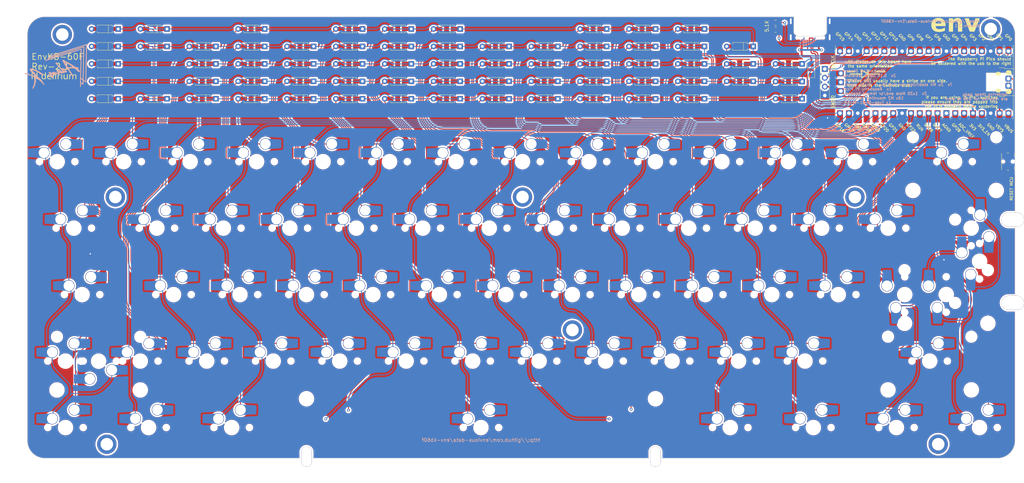
<source format=kicad_pcb>
(kicad_pcb (version 20240108) (generator "pcbnew") (generator_version "8.0")
  (layers (0 "F.Cu" signal) (31 "B.Cu" signal) (34 "B.Paste" user) (35 "F.Paste" user) (36 "B.SilkS" user "B.Silkscreen") (37 "F.SilkS" user "F.Silkscreen") (38 "B.Mask" user) (39 "F.Mask" user) (44 "Edge.Cuts" user))
  (net 0 "")
  (net 1 "col0")
  (net 2 "col1")
  (net 3 "col2")
  (net 4 "col3")
  (net 5 "col4")
  (net 6 "col5")
  (net 7 "col6")
  (net 8 "col7")
  (net 9 "col8")
  (net 10 "col9")
  (net 11 "col10")
  (net 12 "col11")
  (net 13 "col12")
  (net 14 "col13")
  (net 15 "col14")
  (net 16 "row0")
  (net 17 "row1")
  (net 18 "row2")
  (net 19 "row3")
  (net 20 "row4")
  (net 21 "Net-(USB1-CC1)")
  (net 22 "Net-(USB1-CC2)")
  (net 23 "Net-(D_1-A)")
  (net 24 "Net-(D_2-A)")
  (net 25 "Net-(D_3-A)")
  (net 26 "Net-(D_4-A)")
  (net 27 "Net-(D_5-A)")
  (net 28 "Net-(D_6-A)")
  (net 29 "Net-(D_7-A)")
  (net 30 "Net-(D_8-A)")
  (net 31 "Net-(D_9-A)")
  (net 32 "Net-(D_10-A)")
  (net 33 "GND")
  (net 34 "RUNPIN")
  (net 35 "VBUS")
  (net 36 "Net-(D_11-A)")
  (net 37 "USB2_N")
  (net 38 "USB2_P")
  (net 39 "Net-(D_12-A)")
  (net 40 "Net-(D_13-A)")
  (net 41 "Net-(D_14-A)")
  (net 42 "SDA")
  (net 43 "SCL")
  (net 44 "VSYS")
  (net 45 "Net-(D_15-A)")
  (net 46 "Net-(D_16-A)")
  (net 47 "Net-(D_17-A)")
  (net 48 "Net-(D_18-A)")
  (net 49 "Net-(D_19-A)")
  (net 50 "Net-(D_20-A)")
  (net 51 "Net-(D_21-A)")
  (net 52 "Net-(D_22-A)")
  (net 53 "Net-(D_23-A)")
  (net 54 "Net-(D_24-A)")
  (net 55 "Net-(D_25-A)")
  (net 56 "Net-(D_26-A)")
  (net 57 "Net-(D_27-A)")
  (net 58 "Net-(D_28-A)")
  (net 59 "Net-(D_29-A)")
  (net 60 "Net-(D_30-A)")
  (net 61 "Net-(D_31-A)")
  (net 62 "Net-(D_32-A)")
  (net 63 "Net-(D_33-A)")
  (net 64 "Net-(D_34-A)")
  (net 65 "Net-(D_35-A)")
  (net 66 "Net-(D_36-A)")
  (net 67 "Net-(D_37-A)")
  (net 68 "Net-(D_38-A)")
  (net 69 "Net-(D_39-A)")
  (net 70 "Net-(D_40-A)")
  (net 71 "Net-(D_41-A)")
  (net 72 "Net-(D_42-A)")
  (net 73 "Net-(D_43-A)")
  (net 74 "Net-(D_44-A)")
  (net 75 "Net-(D_45-A)")
  (net 76 "Net-(D_46-A)")
  (net 77 "Net-(D_47-A)")
  (net 78 "Net-(D_48-A)")
  (net 79 "Net-(D_49-A)")
  (net 80 "Net-(D_50-A)")
  (net 81 "Net-(D_51-A)")
  (net 82 "Net-(D_52-A)")
  (net 83 "Net-(D_53-A)")
  (net 84 "Net-(D_54-A)")
  (net 85 "Net-(D_55-A)")
  (net 86 "Net-(D_56-A)")
  (net 87 "Net-(D_57-A)")
  (net 88 "Net-(D_58-A)")
  (net 89 "Net-(D_59-A)")
  (net 90 "Net-(D_60-A)")
  (net 91 "Net-(D_61-A)")
  (net 92 "Net-(D_62-A)")
  (net 93 "Net-(D_63-A)")
  (net 94 "Net-(D_590-A)")
  (net 95 "Net-(D_591-A)")
  (net 102 "Net-(J1-Pin_3)")
  (footprint "Env_Extras:SOD-123+D_DO-35_SOD27_P7.62mm_Horizontal" (layer "F.Cu") (at 285 51.5 180)
    (property "Reference" "D_27" (hide yes))
    (property "Value" "LL4148")
  )
  (footprint "Env_Extras:SOD-123+D_DO-35_SOD27_P7.62mm_Horizontal" (layer "F.Cu") (at 285 46.5 180)
    (property "Reference" "D_41" (hide yes))
    (property "Value" "LL4148")
  )
  (footprint "Env_Extras:SOD-123+D_DO-35_SOD27_P7.62mm_Horizontal" (layer "F.Cu") (at 271 41.5 180)
    (property "Reference" "D_55" (hide yes))
    (property "Value" "LL4148")
  )
  (footprint "Env_Extras:SOD-123+D_DO-35_SOD27_P7.62mm_Horizontal" (layer "F.Cu") (at 271 36.5 180)
    (property "Reference" "D_62" (hide yes))
    (property "Value" "LL4148")
  )
  (footprint "Env_Extras:SOD-123+D_DO-35_SOD27_P7.62mm_Horizontal" (layer "F.Cu") (at 243 56.5 180)
    (property "Reference" "D_11" (hide yes))
    (property "Value" "LL4148")
  )
  (footprint "Env_Extras:SOD-123+D_DO-35_SOD27_P7.62mm_Horizontal" (layer "F.Cu") (at 243 51.5 180)
    (property "Reference" "D_24" (hide yes))
    (property "Value" "LL4148")
  )
  (footprint "Env_Extras:SOD-123+D_DO-35_SOD27_P7.62mm_Horizontal" (layer "F.Cu") (at 243 46.5 180)
    (property "Reference" "D_38" (hide yes))
    (property "Value" "LL4148")
  )
  (footprint "Env_Extras:SOD-123+D_DO-35_SOD27_P7.62mm_Horizontal" (layer "F.Cu") (at 243 36.5 180)
    (property "Reference" "D_60" (hide yes))
    (property "Value" "LL4148")
  )
  (footprint "Env_Extras:SOD-123+D_DO-35_SOD27_P7.62mm_Horizontal" (layer "F.Cu") (at 243 41.5 180)
    (property "Reference" "D_53" (hide yes))
    (property "Value" "LL4148")
  )
  (footprint "Env_Extras:SOD-123+D_DO-35_SOD27_P7.62mm_Horizontal" (layer "F.Cu") (at 215 56.5 180)
    (property "Reference" "D_9" (hide yes))
    (property "Value" "LL4148")
  )
  (footprint "Env_Extras:SOD-123+D_DO-35_SOD27_P7.62mm_Horizontal" (layer "F.Cu") (at 215 51.5 180)
    (property "Reference" "D_22" (hide yes))
    (property "Value" "LL4148")
  )
  (footprint "Env_Extras:SOD-123+D_DO-35_SOD27_P7.62mm_Horizontal" (layer "F.Cu") (at 215 46.5 180)
    (property "Reference" "D_36" (hide yes))
    (property "Value" "LL4148")
  )
  (footprint "Env_Extras:SOD-123+D_DO-35_SOD27_P7.62mm_Horizontal" (layer "F.Cu") (at 215 41.5 180)
    (property "Reference" "D_51" (hide yes))
    (property "Value" "LL4148")
  )
  (footprint "Env_Extras:SOD-123+D_DO-35_SOD27_P7.62mm_Horizontal" (layer "F.Cu") (at 187 56.5 180)
    (property "Reference" "D_7" (hide yes))
    (property "Value" "LL4148")
  )
  (footprint "Env_Extras:SOD-123+D_DO-35_SOD27_P7.62mm_Horizontal" (layer "F.Cu") (at 187 51.5 180)
    (property "Reference" "D_20" (hide yes))
    (property "Value" "LL4148")
  )
  (footprint "Env_Extras:SOD-123+D_DO-35_SOD27_P7.62mm_Horizontal" (layer "F.Cu") (at 187 46.5 180)
    (property "Reference" "D_34" (hide yes))
    (property "Value" "LL4148")
  )
  (footprint "Env_Extras:SOD-123+D_DO-35_SOD27_P7.62mm_Horizontal" (layer "F.Cu") (at 187 41.5 180)
    (property "Reference" "D_49" (hide yes))
    (property "Value" "LL4148")
  )
  (footprint "Env_Extras:SOD-123+D_DO-35_SOD27_P7.62mm_Horizontal" (layer "F.Cu") (at 187 36.5 180)
    (property "Reference" "D_59" (hide yes))
    (property "Value" "LL4148")
  )
  (footprint "Env_Extras:SOD-123+D_DO-35_SOD27_P7.62mm_Horizontal" (layer "F.Cu") (at 159 56.5 180)
    (property "Reference" "D_5" (hide yes))
    (property "Value" "LL4148")
  )
  (footprint "Env_Extras:SOD-123+D_DO-35_SOD27_P7.62mm_Horizontal" (layer "F.Cu") (at 159 51.5 180)
    (property "Reference" "D_18" (hide yes))
    (property "Value" "LL4148")
  )
  (footprint "Env_Extras:SOD-123+D_DO-35_SOD27_P7.62mm_Horizontal" (layer "F.Cu") (at 159 46.5 180)
    (property "Reference" "D_32" (hide yes))
    (property "Value" "LL4148")
  )
  (footprint "Env_Extras:SOD-123+D_DO-35_SOD27_P7.62mm_Horizontal" (layer "F.Cu") (at 159 41.5 180)
    (property "Reference" "D_47" (hide yes))
    (property "Value" "LL4148")
  )
  (footprint "Env_Extras:SOD-123+D_DO-35_SOD27_P7.62mm_Horizontal" (layer "F.Cu") (at 145 56.5 180)
    (property "Reference" "D_4" (hide yes))
    (property "Value" "LL4148")
  )
  (footprint "Env_Extras:SOD-123+D_DO-35_SOD27_P7.62mm_Horizontal" (layer "F.Cu") (at 145 51.5 180)
    (property "Reference" "D_17" (hide yes))
    (property "Value" "LL4148")
  )
  (footprint "Env_Extras:SOD-123+D_DO-35_SOD27_P7.62mm_Horizontal" (layer "F.Cu") (at 145 46.5 180)
    (property "Reference" "D_31" (hide yes))
    (property "Value" "LL4148")
  )
  (footprint "Env_Extras:SOD-123+D_DO-35_SOD27_P7.62mm_Horizontal" (layer "F.Cu") (at 145 41.5 180)
    (property "Reference" "D_46" (hide yes))
    (property "Value" "LL4148")
  )
  (footprint "Env_Extras:SOD-123+D_DO-35_SOD27_P7.62mm_Horizontal" (layer "F.Cu") (at 145 36.5 180)
    (property "Reference" "D_58" (hide yes))
    (property "Value" "LL4148")
  )
  (footprint "MCU_RaspberryPi_and_Boards:RPi_Pico_SMD_TH_MODIFIED" (layer "F.Cu") (at 334 51.75 -90)
    (property "Reference" "U1" (hide yes))
    (property "Value" "Pico" (hide yes))
  )
  (footprint "Env_Extras:SOD-123+D_DO-35_SOD27_P7.62mm_Horizontal" (layer "F.Cu") (at 117 56.5 180)
    (property "Reference" "D_2" (hide yes))
    (property "Value" "LL4148")
  )
  (footprint "Env_Extras:SOD-123+D_DO-35_SOD27_P7.62mm_Horizontal" (layer "F.Cu") (at 117 41.5 180)
    (property "Reference" "D_44" (hide yes))
    (property "Value" "LL4148")
  )
  (footprint "Env_Extras:SOD-123+D_DO-35_SOD27_P7.62mm_Horizontal" (layer "F.Cu") (at 117 36.5 180)
    (property "Reference" "D_57" (hide yes))
    (property "Value" "LL4148")
  )
  (footprint "Env_Extras:SOD-123+D_DO-35_SOD27_P7.62mm_Horizontal" (layer "F.Cu") (at 103 56.5 180)
    (property "Reference" "D_1" (hide yes))
    (property "Value" "LL4148")
  )
  (footprint "Env_Extras:SOD-123+D_DO-35_SOD27_P7.62mm_Horizontal" (layer "F.Cu") (at 103 46.5 180)
    (property "Reference" "D_29" (hide yes))
    (property "Value" "LL4148")
  )
  (footprint "Env_Extras:SOD-123+D_DO-35_SOD27_P7.62mm_Horizontal" (layer "F.Cu") (at 103 51.5 180)
    (property "Reference" "D_15" (hide yes))
    (property "Value" "LL4148")
  )
  (footprint "Env_Extras:SOD-123+D_DO-35_SOD27_P7.62mm_Horizontal" (layer "F.Cu") (at 103 41.5 180)
    (property "Reference" "D_43" (hide yes))
    (property "Value" "LL4148")
  )
  (footprint "Env_Extras:SOD-123+D_DO-35_SOD27_P7.62mm_Horizontal" (layer "F.Cu") (at 103 36.5 180)
    (property "Reference" "D_56" (hide yes))
    (property "Value" "LL4148")
  )
  (footprint "Button_Switch_SMD:Panasonic_EVQPUL_EVQPUC" (layer "F.Cu") (at 358 74.5 -90)
    (property "Reference" "SW1" (hide yes))
    (property "Value" "EVQPUL")
  )
  (footprint "Env_Extras:SOD-123+D_DO-35_SOD27_P7.62mm_Horizontal" (layer "F.Cu") (at 201 41.5 180)
    (property "Reference" "D_50" (hide yes))
    (property "Value" "LL4148")
  )
  (footprint "Env_Extras:SOD-123+D_DO-35_SOD27_P7.62mm_Horizontal" (layer "F.Cu") (at 201 51.5 180)
    (property "Reference" "D_21" (hide yes))
    (property "Value" "LL4148")
  )
  (footprint "Env_Extras:SOD-123+D_DO-35_SOD27_P7.62mm_Horizontal" (layer "F.Cu") (at 201 46.5 180)
    (property "Reference" "D_35" (hide yes))
    (property "Value" "LL4148")
  )
  (footprint "Env_Extras:SOD-123+D_DO-35_SOD27_P7.62mm_Horizontal" (layer "F.Cu") (at 201 56.5 180)
    (property "Reference" "D_8" (hide yes))
    (property "Value" "LL4148")
  )
  (footprint "Env_Extras:MXOnly-1U-Hotswap-Modified" (layer "F.Cu") (at 349.84375 103.075 90)
    (property "Reference" "K_43" (hide yes))
    (property "Value" "CPG151101S11")
  )
  (footprint "Env_Extras:SOD-123+D_DO-35_SOD27_P7.62mm_Horizontal" (layer "F.Cu") (at 299 56.5 180)
    (property "Reference" "D_14" (hide yes))
    (property "Value" "LL4148")
  )
  (footprint "Env_Extras:SOD-123+D_DO-35_SOD27_P7.62mm_Horizontal" (layer "F.Cu") (at 299 46.5 180)
    (property "Reference" "D_42" (hide yes))
    (property "Value" "LL4148")
  )
  (footprint "Env_Extras:SOD-123+D_DO-35_SOD27_P7.62mm_Horizontal" (layer "F.Cu") (at 271 56.5 180)
    (property "Reference" "D_13" (hide yes))
    (property "Value" "LL4148")
  )
  (footprint "Env_Extras:SOD-123+D_DO-35_SOD27_P7.62mm_Horizontal" (layer "F.Cu") (at 271 51.5 180)
    (property "Reference" "D_26" (hide yes))
    (property "Value" "LL4148")
  )
  (footprint "Env_Extras:SOD-123+D_DO-35_SOD27_P7.62mm_Horizontal" (layer "F.Cu") (at 271 46.5 180)
    (property "Reference" "D_40" (hide yes))
    (property "Value" "LL4148")
  )
  (footprint "Env_Extras:SOD-123+D_DO-35_SOD27_P7.62mm_Horizontal" (layer "F.Cu") (at 257 56.5 180)
    (property "Reference" "D_12" (hide yes))
    (property "Value" "LL4148")
  )
  (footprint "Env_Extras:SOD-123+D_DO-35_SOD27_P7.62mm_Horizontal" (layer "F.Cu") (at 257 51.5 180)
    (property "Reference" "D_25" (hide yes))
    (property "Value" "LL4148")
  )
  (footprint "Env_Extras:SOD-123+D_DO-35_SOD27_P7.62mm_Horizontal" (layer "F.Cu") (at 257 41.5 180)
    (property "Reference" "D_54" (hide yes))
    (property "Value" "LL4148")
  )
  (footprint "Env_Extras:SOD-123+D_DO-35_SOD27_P7.62mm_Horizontal" (layer "F.Cu") (at 257 46.5 180)
    (property "Reference" "D_39" (hide yes))
    (property "Value" "LL4148")
  )
  (footprint "Env_Extras:SOD-123+D_DO-35_SOD27_P7.62mm_Horizontal" (layer "F.Cu") (at 257 36.5 180)
    (property "Reference" "D_61" (hide yes))
    (property "Value" "LL4148")
  )
  (footprint "Env_Extras:SOD-123+D_DO-35_SOD27_P7.62mm_Horizontal" (layer "F.Cu") (at 229 56.5 180)
    (property "Reference" "D_10" (hide yes))
    (property "Value" "LL4148")
  )
  (footprint "Env_Extras:SOD-123+D_DO-35_SOD27_P7.62mm_Horizontal" (layer "F.Cu") (at 229 51.5 180)
    (property "Reference" "D_23" (hide yes))
    (property "Value" "LL4148")
  )
  (footprint "Env_Extras:SOD-123+D_DO-35_SOD27_P7.62mm_Horizontal" (layer "F.Cu") (at 229 46.5 180)
    (property "Reference" "D_37" (hide yes))
    (property "Value" "LL4148")
  )
  (footprint "Env_Extras:SOD-123+D_DO-35_SOD27_P7.62mm_Horizontal" (layer "F.Cu") (at 229 41.5 180)
    (property "Reference" "D_52" (hide yes))
    (property "Value" "LL4148")
  )
  (footprint "Env_Extras:SOD-123+D_DO-35_SOD27_P7.62mm_Horizontal" (layer "F.Cu") (at 173 56.5 180)
    (property "Reference" "D_6" (hide yes))
    (property "Value" "LL4148")
  )
  (footprint "Env_Extras:SOD-123+D_DO-35_SOD27_P7.62mm_Horizontal" (layer "F.Cu") (at 173 51.5 180)
    (property "Reference" "D_19" (hide yes))
    (property "Value" "LL4148")
  )
  (footprint "Env_Extras:SOD-123+D_DO-35_SOD27_P7.62mm_Horizontal" (layer "F.Cu") (at 173 46.5 180)
    (property "Reference" "D_33" (hide yes))
    (property "Value" "LL4148")
  )
  (footprint "Env_Extras:SOD-123+D_DO-35_SOD27_P7.62mm_Horizontal" (layer "F.Cu") (at 173 41.5 180)
    (property "Reference" "D_48" (hide yes))
    (property "Value" "LL4148")
  )
  (footprint "Env_Extras:SOD-123+D_DO-35_SOD27_P7.62mm_Horizontal" (layer "F.Cu") (at 131 56.5 180)
    (property "Reference" "D_3" (hide yes))
    (property "Value" "LL4148")
  )
  (footprint "Env_Extras:SOD-123+D_DO-35_SOD27_P7.62mm_Horizontal" (layer "F.Cu") (at 131 51.5 180)
    (property "Reference" "D_16" (hide yes))
    (property "Value" "LL4148")
  )
  (footprint "Env_Extras:SOD-123+D_DO-35_SOD27_P7.62mm_Horizontal" (layer "F.Cu") (at 131 46.5 180)
    (property "Reference" "D_30" (hide yes))
    (property "Value" "LL4148")
  )
  (footprint "Env_Extras:SOD-123+D_DO-35_SOD27_P7.62mm_Horizontal" (layer "F.Cu") (at 131 41.5 180)
    (property "Reference" "D_45" (hide yes))
    (property "Value" "LL4148")
  )
  (footprint "Env_Extras:SOD-123+D_DO-35_SOD27_P7.62mm_Horizontal" (layer "F.Cu") (at 299.0088 51.562 180)
    (property "Reference" "D_28" (hide yes))
    (property "Value" "LL4148")
  )
  (footprint "Env_Extras:MXOnly-1U-Hotswap-Modified" (layer "F.Cu") (at 347.45 93.55 -90)
    (property "Reference" "K_28" (hide yes))
    (property "Value" "CPG151101S11")
  )
  (footprint "Env_Extras:MXOnly-1U-Hotswap-Modified" (layer "F.Cu") (at 340.3 112.6 90)
    (property "Reference" "K_29" (hide yes))
    (property "Value" "CPG151101S11")
  )
  (footprint "Env_Extras:MXOnly-1U-Hotswap-Modified" (layer "F.Cu") (at 97.4 131.7 180)
    (property "Reference" "K_44" (hide yes))
    (property "Value" "CPG151101S11")
  )
  (footprint "AKLogo:diode" (layer "F.Cu") (at 317 49.4)
    (property "Reference" "G***" (hide yes))
    (property "Value" "LOGO" (hide yes))
  )
  (footprint "josh-connectors:USB_C_TYPE-C-31-M-14" (layer "F.Cu") (at 301.325 37.3 180)
    (property "Reference" "USB1" (hide yes))
    (property "Value" "TYPE-C-31-M-14")
    (fp_line (start 4.70304 4.296872) (end 4.70304 -0.103128) (stroke (width 0.1)) (layer "Edge.Cuts"))
    (fp_line (start -3.2 -1.3) (end 3.2 -1.3) (stroke (width 0.1)) (layer "Edge.Cuts"))
    (fp_line (start -4.70304 4.296872) (end -4.70304 -0.103128) (stroke (width 0.1)) (layer "Edge.Cuts"))
    (fp_arc (start 3.80304 -1.003128) (mid 4.439435 -0.739524) (end 4.70304 -0.103128) (stroke (width 0.1)) (layer "Edge.Cuts"))
    (fp_arc (start 3.80304 -1.003128) (mid 3.657198 -1.03816) (end 3.532782 -1.121938) (stroke (width 0.1)) (layer "Edge.Cuts"))
    (fp_arc (start 3.2 -1.3) (mid 3.388713 -1.252686) (end 3.532782 -1.121938) (stroke (width 0.1)) (layer "Edge.Cuts"))
    (fp_arc (start -3.532782 -1.121938) (mid -3.388713 -1.252687) (end -3.2 -1.3) (stroke (width 0.1)) (layer "Edge.Cuts"))
    (fp_arc (start -3.532782 -1.121938) (mid -3.657195 -1.038158) (end -3.80304 -1.003128) (stroke (width 0.1)) (layer "Edge.Cuts"))
    (fp_arc (start -4.70304 -0.103128) (mid -4.439436 -0.739524) (end -3.80304 -1.003128) (stroke (width 0.1)) (layer "Edge.Cuts"))
  )
  (footprint "Resistor_SMD:R_0805_2012Metric_Pad1.20x1.40mm_HandSolder" (layer "F.Cu") (at 291.4 36.7 180)
    (property "Reference" "5.1K1" (hide yes))
    (property "Value" "5.1K 0805 Resistor")
  )
  (footprint "Env_Extras:SOD-123+D_DO-35_SOD27_P7.62mm_Horizontal" (layer "F.Cu") (at 285 41.5 180)
    (property "Reference" "D_63" (hide yes))
    (property "Value" "LL4148")
  )
  (footprint "Resistor_SMD:R_0805_2012Metric_Pad1.20x1.40mm_HandSolder" (layer "F.Cu") (at 291.4 34.7)
    (property "Reference" "5.1K2" (hide yes))
    (property "Value" "5.1K 0805 Resistor")
  )
  (footprint "Env_Extras:SOD-123+D_DO-35_SOD27_P7.62mm_Horizontal" (layer "F.Cu") (at 173.0005 36.5073 180)
    (property "Reference" "D_590" (hide yes))
    (property "Value" "LL4148")
  )
  (footprint "Env_Extras:SOD-123+D_DO-35_SOD27_P7.62mm_Horizontal" (layer "F.Cu") (at 201.004 36.5073 180)
    (property "Reference" "D_591" (hide yes))
    (property "Value" "LL4148")
  )
  (footprint "Env_Extras:MXOnly-1U-Hotswap-Modified" (layer "F.Cu") (at 302.21875 150.725)
    (property "Reference" "K_63" (hide yes))
    (property "Value" "CPG151101S11")
  )
  (footprint "Env_Extras:MXOnly-1U-Hotswap-Modified" (layer "F.Cu") (at 166.4875 131.675)
    (property "Reference" "K_49" (hide yes))
    (property "Value" "CPG151101S11")
  )
  (footprint "Mounting_Keyboard_Stabilizer:Stabilizer_Cherry_MX_2u" (layer "F.Cu") (at 97.4 131.7)
    (property "Reference" "stab3" (hide yes))
    (property "Value" "MX Stabilizer")
  )
  (footprint "Env_Extras:MXOnly-1U-Hotswap-Modified" (layer "F.Cu") (at 223.6375 131.675)
    (property "Reference" "K_52" (hide yes))
    (property "Value" "CPG151101S11")
  )
  (footprint "Env_Extras:MXOnly-1U-Hotswap-Modified" (layer "F.Cu") (at 218.875 74.525)
    (property "Reference" "K_8" (hide yes))
    (property "Value" "CPG151101S11")
  )
  (footprint "Env_Extras:MountingHole_2.2mm_M2-MODIFIED" (layer "F.Cu") (at 353.05 36.5)
    (property "Reference" "H11" (hide yes))
    (property "Value" "SMTSO2035CTJ")
  )
  (footprint "Env_Extras:MXOnly-1U-Hotswap-Modified" (layer "F.Cu") (at 295.075 74.525)
    (property "Reference" "K_12" (hide yes))
    (property "Value" "CPG151101S11")
  )
  (footprint "Env_Extras:MXOnly-1U-Hotswap-Modified" (layer "F.Cu") (at 147.4375 131.675)
    (property "Reference" "K_48" (hide yes))
    (property "Value" "CPG151101S11")
  )
  (footprint "Mounting_Keyboard_Stabilizer:Stabilizer_Cherry_MX_2u" (layer "F.Cu") (at 335.55625 131.675)
    (property "Reference" "stab8" (hide yes))
    (property "Value" "MX Stabilizer")
  )
  (footprint "Env_Extras:MXOnly-1U-Hotswap-Modified" (layer "F.Cu") (at 285.55 93.575)
    (property "Reference" "K_25" (hide yes))
    (property "Value" "CPG151101S11")
  )
  (footprint "Env_Extras:MXOnly-1U-Hotswap-Modified" (layer "F.Cu") (at 104.575 74.525)
    (property "Reference" "K_2" (hide yes))
    (property "Value" "CPG151101S11")
  )
  (footprint "Mounting_Keyboard_Stabilizer:Stabilizer_Cherry_MX_2u" (layer "F.Cu") (at 349.84375 103.075 90)
    (property "Reference" "stab4" (hide yes))
    (property "Value" "MX Stabilizer")
  )
  (footprint "Env_Extras:MXOnly-1U-Hotswap-Modified" (layer "F.Cu") (at 152.2 93.575)
    (property "Reference" "K_18" (hide yes))
    (property "Value" "CPG151101S11")
  )
  (footprint "Env_Extras:MXOnly-1U-Hotswap-Modified" (layer "F.Cu") (at 228.4 93.575)
    (property "Reference" "K_22" (hide yes))
    (property "Value" "CPG151101S11")
  )
  (footprint "Env_Extras:MXOnly-1U-Hotswap-Modified" (layer "F.Cu") (at 214.1125 112.625)
    (property "Reference" "K_36" (hide yes))
    (property "Value" "CPG151101S11")
  )
  (footprint "Env_Extras:MXOnly-1U-Hotswap-Modified" (layer "F.Cu") (at 204.5875 131.675)
    (property "Reference" "K_51" (hide yes))
    (property "Value" "CPG151101S11")
  )
  (footprint "Env_Extras:MXOnly-1U-Hotswap-Modified" (layer "F.Cu") (at 142.675 74.525)
    (property "Reference" "K_4" (hide yes))
    (property "Value" "CPG151101S11")
  )
  (footprint "Env_Extras:MXOnly-1U-Hotswap-Modified" (layer "F.Cu") (at 190.3 93.575)
    (property "Reference" "K_20" (hide yes))
    (property "Value" "CPG151101S11")
  )
  (footprint "Env_Extras:MountingHole_2.2mm_M2-MODIFIED" (layer "F.Cu") (at 338 155.5)
    (property "Reference" "H6" (hide yes))
    (property "Value" "SMTSO2035CTJ")
  )
  (footprint "Env_Extras:MXOnly-1U-Hotswap-Modified" (layer "F.Cu") (at 247.45 93.575)
    (property "Reference" "K_23" (hide yes))
    (property "Value" "CPG151101S11")
  )
  (footprint "Env_Extras:MXOnly-1U-Hotswap-Modified" (layer "F.Cu") (at 128.3875 131.675)
    (property "Reference" "K_47" (hide yes))
    (property "Value" "CPG151101S11")
  )
  (footprint "Env_Extras:MXOnly-1U-Hotswap-Modified" (layer "F.Cu") (at 328.4125 112.625 90)
    (property "Reference" "K_42" (hide yes))
    (property "Value" "CPG151101S11")
  )
  (footprint "Env_Extras:MXOnly-1U-Hotswap-Modified" (layer "F.Cu") (at 323.65 93.575)
    (property "Reference" "K_27" (hide yes))
    (property "Value" "CPG151101S11")
  )
  (footprint "Env_Extras:MXOnly-1U-Hotswap-Modified" (layer "F.Cu") (at 278.40625 150.725)
    (property "Reference" "K_62" (hide yes))
    (property "Value" "CPG151101S11")
  )
  (footprint "Env_Extras:MXOnly-1U-Hotswap-Modified" (layer "F.Cu") (at 195.0625 112.625)
    (property "Reference" "K_35" (hide yes))
    (property "Value" "CPG151101S11")
  )
  (footprint "Env_Extras:MXOnly-1U-Hotswap-Modified" (layer "F.Cu") (at 199.825 74.525)
    (property "Reference" "K_7" (hide yes))
    (property "Value" "CPG151101S11")
  )
  (footprint "Env_Extras:MXOnly-1U-Hotswap-Modified" (layer "F.Cu") (at 233.1625 112.625)
    (property "Reference" "K_37" (hide yes))
    (property "Value" "CPG151101S11")
  )
  (footprint "Mounting_Keyboard_Stabilizer:Stabilizer_Cherry_MX_2u" (layer "F.Cu") (at 342.7 74.525)
    (property "Reference" "stab2" (hide yes))
    (property "Value" "MX Stabilizer")
  )
  (footprint "Env_Extras:MountingHole_2.2mm_M2-MODIFIED" (layer "F.Cu") (at 314.14 84.67)
    (property "Reference" "H10" (hide yes))
    (property "Value" "SMTSO2035CTJ")
  )
  (footprint "Env_Extras:MXOnly-1U-Hotswap-Modified" (layer "F.Cu") (at 276.025 74.525)
    (property "Reference" "K_11" (hide yes))
    (property "Value" "CPG151101S11")
  )
  (footprint "Mounting_Keyboard_Stabilizer:Stabilizer_Cherry_MX_6.25u" (layer "F.Cu") (at 206.96875 150.725 180)
    (property "Reference" "stab9" (hide yes))
    (property "Value" "MX Stabilizer")
  )
  (footprint "Env_Extras:MXOnly-1U-Hotswap-Modified" (layer "F.Cu") (at 314.125 74.525)
    (property "Reference" "K_13" (hide yes))
    (property "Value" "CPG151101S11")
  )
  (footprint "Env_Extras:MXOnly-1U-Hotswap-Modified" (layer "F.Cu") (at 123.625 74.525)
    (property "Reference" "K_3" (hide yes))
    (property "Value" "CPG151101S11")
  )
  (footprint "Env_Extras:MXOnly-1U-Hotswap-Modified" (layer "F.Cu") (at 109.3375 131.675)
    (property "Reference" "K_46" (hide yes))
    (property "Value" "CPG151101S11")
  )
  (footprint "Env_Extras:MXOnly-1U-Hotswap-Modified" (layer "F.Cu") (at 137.9125 112.625)
    (property "Reference" "K_32" (hide yes))
    (property "Value" "CPG151101S11")
  )
  (footprint "Env_Extras:MountingHole_2.2mm_M2-MODIFIED" (layer "F.Cu") (at 99.75 155.5)
    (property "Reference" "H2" (hide yes))
    (property "Value" "SMTSO2035CTJ")
  )
  (footprint "Env_Extras:MXOnly-1U-Hotswap-Modified" (layer "F.Cu") (at 87.90625 150.725)
    (property "Reference" "K_58" (hide yes))
    (property "Value" "CPG151101S11")
  )
  (footprint "Env_Extras:MXOnly-1U-Hotswap-Modified" (layer "F.Cu") (at 90.2875 93.575)
    (property "Reference" "K_15" (hide yes))
    (property "Value" "CPG151101S11")
  )
  (footprint "Env_Extras:MXOnly-1U-Hotswap-Modified" (layer "F.Cu") (at 342.7 74.525)
    (property "Reference" "K_14" (hide yes))
    (property "Value" "CPG151101S11")
  )
  (footprint "Env_Extras:MXOnly-1U-Hotswap-Modified" (layer "F.Cu") (at 280.7875 131.675)
    (property "Reference" "K_55" (hide yes))
    (property "Value" "CPG151101S11")
  )
  (footprint "Env_Extras:MXOnly-1U-Hotswap-Modified" (layer "F.Cu") (at 309.3625 112.625)
    (property "Reference" "K_41" (hide yes))
    (property "Value" "CPG151101S11")
  )
  (footprint "Env_Extras:MXOnly-1U-Hotswap-Modified" (layer "F.Cu") (at 171.25 93.575)
    (property "Reference" "K_19" (hide yes))
    (property "Value" "CPG151101S11")
  )
  (footprint "Env_Extras:MXOnly-1U-Hotswap-Modified" (layer "F.Cu") (at 111.71875 150.725)
    (property "Reference" "K_59" (hide yes))
    (property "Value" "CPG151101S11")
  )
  (footprint "Env_Extras:MXOnly-1U-Hotswap-Modified" (layer "F.Cu") (at 304.6 93.575)
    (property "Reference" "K_26" (hide yes))
    (property "Value" "CPG151101S11")
  )
  (footprint "Env_Extras:MXOnly-1U-Hotswap-Modified" (layer "F.Cu") (at 261.7375 131.675)
    (property "Reference" "K_54" (hide yes))
    (property "Value" "CPG151101S11")
  )
  (footprint "Env_Extras:MountingHole_2.2mm_M2-MODIFIED" (layer "F.Cu") (at 102.2 84.67)
    (property "Reference" "H4" (hide yes))
    (property "Value" "SMTSO2035CTJ")
  )
  (footprint "Env_Extras:MXOnly-1U-Hotswap-Modified" (layer "F.Cu") (at 206.96875 150.725)
    (property "Reference" "K_61" (hide yes))
    (property "Value" "CPG151101S11")
  )
  (footprint "Env_Extras:MXOnly-1U-Hotswap-Modified" (layer "F.Cu") (at 209.35 93.575)
    (property "Reference" "K_21" (hide yes))
    (property "Value" "CPG151101S11")
  )
  (footprint "Env_Extras:MXOnly-1U-Hotswap-Modified" (layer "F.Cu") (at 87.90625 131.675)
    (property "Reference" "K_45" (hide yes))
    (property "Value" "CPG151101S11")
  )
  (footprint "Env_Extras:MountingHole_2.2mm_M2-MODIFIED" (layer "F.Cu") (at 233.175 122.775)
    (property "Reference" "H1" (hide yes))
    (property "Value" "SMTSO2035CTJ")
  )
  (footprint "Env_Extras:MXOnly-1U-Hotswap-Modified" (layer "F.Cu") (at 326.03125 150.725)
    (property "Reference" "K_64" (hide yes))
    (property "Value" "CPG151101S11")
  )
  (footprint "Env_Extras:MXOnly-1U-Hotswap-Modified" (layer "F.Cu") (at 185.5375 131.675)
    (property "Reference" "K_50" (hide yes))
    (property "Value" "CPG151101S11")
  )
  (footprint "Env_Extras:MXOnly-1U-Hotswap-Modified" (layer "F.Cu") (at 266.5 93.575)
    (property "Reference" "K_24" (hide yes))
    (property "Value" "CPG151101S11")
  )
  (footprint "Env_Extras:MXOnly-1U-Hotswap-Modified" (layer "F.Cu") (at 242.6875 131.675)
    (property "Reference" "K_53" (hide yes))
    (property "Value" "CPG151101S11")
  )
  (footprint "Env_Extras:MXOnly-1U-Hotswap-Modified" (layer "F.Cu") (at 252.2125 112.625)
    (property "Reference" "K_38" (hide yes))
    (property "Value" "CPG151101S11")
  )
  (footprint "Env_Extras:MXOnly-1U-Hotswap-Modified" (layer "F.Cu") (at 271.2625 112.625)
    (property "Reference" "K_39" (hide yes))
    (property "Value" "CPG151101S11")
  )
  (footprint "Env_Extras:MXOnly-1U-Hotswap-Modified" (layer "F.Cu") (at 85.525 74.525)
    (property "Reference" "K_1" (hide yes))
    (property "Value" "CPG151101S11")
  )
  (footprint "Env_Extras:MXOnly-1U-Hotswap-Modified" (layer "F.Cu") (at 256.975 74.525)
    (property "Reference" "K_10" (hide yes))
    (property "Value" "CPG151101S11")
  )
  (footprint "Env_Extras:MXOnly-1U-Hotswap-Modified" (layer "F.Cu") (at 180.775 74.525)
    (property "Reference" "K_6" (hide yes))
    (property "Value" "CPG151101S11")
  )
  (footprint "Env_Extras:MXOnly-1U-Hotswap-Modified" (layer "F.Cu") (at 176.0125 112.625)
    (property "Reference" "K_34" (hide yes))
    (property "Value" "CPG151101S11")
  )
  (footprint "Connector_PinSocket_2.54mm:PinSocket_1x04_P2.54mm_Vertical" (layer "F.Cu") (at 305.5 47.95)
    (property "Reference" "J1" (hide yes))
    (property "Value" "Conn_01x04")
  )
  (footprint "Env_Extras:MXOnly-1U-Hotswap-Modified" (layer "F.Cu") (at 114.1 93.575)
    (property "Reference" "K_16" (hide yes))
    (property "Value" "CPG151101S11")
  )
  (footprint "Mounting_Keyboard_Stabilizer:Stabilizer_Cherry_MX_2u" (layer "F.Cu") (at 340.3 112.6)
    (property "Reference" "stab5" (hide yes))
    (property "Value" "MX Stabilizer")
  )
  (footprint "Env_Extras:MXOnly-1U-Hotswap-Modified" (layer "F.Cu") (at 237.925 74.525)
    (property "Reference" "K_9" (hide yes))
    (property "Value" "CPG151101S11")
  )
  (footprint "Env_Extras:MXOnly-1U-Hotswap-Modified" (layer "F.Cu") (at 335.55625 131.675)
    (property "Reference" "K_57" (hide yes))
    (property "Value" "CPG151101S11")
  )
  (footprint "Env_Extras:MXOnly-1U-Hotswap-Modified" (layer "F.Cu") (at 156.9625 112.625)
    (property "Reference" "K_33" (hide yes))
    (property "Value" "CPG151101S11")
  )
  (footprint "Env_Extras:MXOnly-1U-Hotswap-Modified" (layer "F.Cu") (at 118.8625 112.625)
    (property "Reference" "K_31" (hide yes))
    (property "Value" "CPG151101S11")
  )
  (footprint "Env_Extras:MXOnly-1U-Hotswap-Modified" (layer "F.Cu") (at 133.15 93.575)
    (property "Reference" "K_17" (hide yes))
    (property "Value" "CPG151101S11")
  )
  (footprint "Env_Extras:MountingHole_2.2mm_M2-MODIFIED" (layer "F.Cu") (at 87 38.1)
    (property "Reference" "H3" (hide yes))
    (property "Value" "SMTSO2035CTJ")
  )
  (footprint "Env_Extras:MXOnly-1U-Hotswap-Modified" (layer "F.Cu") (at 135.53125 150.725)
    (property "Reference" "K_60" (hide yes))
    (property "Value" "CPG151101S11")
  )
  (footprint "Env_Extras:MXOnly-1U-Hotswap-Modified" (layer "F.Cu") (at 290.3125 112.625)
    (property "Reference" "K_40" (hide yes))
    (property "Value" "CPG151101S11")
  )
  (footprint "Env_Extras:MXOnly-1U-Hotswap-Modified" (layer "F.Cu") (at 349.84375 150.725)
    (property "Reference" "K_65" (hide yes))
    (property "Value" "CPG151101S11")
  )
  (footprint "Diode_SMD:D_SOD-123" (layer "F.Cu") (at 301.65 48.2 90)
    (property "Reference" "D_64" (hide yes))
    (property "Value" "1n5817W")
  )
  (footprint "Env_Extras:MXOnly-1U-Hotswap-Modified" (layer "F.Cu") (at 161.725 74.525)
    (property "Reference" "K_5" (hide yes))
    (property "Value" "CPG151101S11")
  )
  (footprint "Env_Extras:MXOnly-1U-Hotswap-Modified" (layer "F.Cu") (at 92.66875 112.625)
    (property "Reference" "K_30" (hide yes))
    (property "Value" "CPG151101S11")
  )
  (footprint "Env_Extras:MountingHole_2.2mm_M2-MODIFIED" (layer "F.Cu") (at 218.875 84.67)
    (property "Reference" "H9" (hide yes))
    (property "Value" "SMTSO2035CTJ")
  )
  (footprint "Env_Extras:MXOnly-1U-Hotswap-Modified" (layer "F.Cu") (at 299.8375 131.675)
    (property "Reference" "K_56" (hide yes))
    (property "Value" "CPG151101S11")
  )
  (footprint "AKLogo:logo" (layer "B.Cu") (at 84.983338 47.5 180)
    (property "Reference" "G***" (hide yes))
    (property "Value" "LOGO" (hide yes))
  )
  (gr_line (start 360 45.5) (end 360 38) (stroke (width 0.1)) (layer "Edge.Cuts"))
  (gr_arc (start 360 154.5) (mid 358.535534 158.035534) (end 355 159.5) (stroke (width 0.1)) (layer "Edge.Cuts"))
  (gr_rect (start 351.75 49.075) (end 358.05 54.375) (stroke (width 0.1)) (fill none) (layer "Edge.Cuts"))
  (gr_arc (start 82 159.5) (mid 78.464466 158.035534) (end 77 154.5) (stroke (width 0.1)) (layer "Edge.Cuts"))
  (gr_line (start 77 38) (end 77 154.5) (stroke (width 0.1)) (layer "Edge.Cuts"))
  (gr_line (start 306.02804 33.003128) (end 355 33) (stroke (width 0.1)) (layer "Edge.Cuts"))
  (gr_line (start 360 52.5) (end 360 154.5) (stroke (width 0.1)) (layer "Edge.Cuts"))
  (gr_line (start 360 45.5) (end 360 52.5) (stroke (width 0.1)) (layer "Edge.Cuts"))
  (gr_arc (start 77 38) (mid 78.464466 34.464466) (end 82 33) (stroke (width 0.1)) (layer "Edge.Cuts"))
  (gr_line (start 82 159.5) (end 355 159.5) (stroke (width 0.1)) (layer "Edge.Cuts"))
  (gr_line (start 296.62196 33.003128) (end 82 33) (stroke (width 0.1)) (layer "Edge.Cuts"))
  (gr_arc (start 355 33) (mid 358.535534 34.464466) (end 360 38) (stroke (width 0.1)) (layer "Edge.Cuts"))
  (gr_text "This space bar doesnt stock milk." (at 216.475 152.7 -0) (layer "F.Cu" knockout) (effects (font (size 0.8 0.8) (thickness 0.15) (bold yes)) (justify left bottom)))
  (gr_text "http://github.com/envious-data/env-kb60f" (at 206.9984 154.2998 0) (layer "B.SilkS") (effects (font (size 1 1)) (justify mirror)))
  (gr_text "https://github.com/Envious-Data/Env-KB60F\nVersion: 2.1" (at 350.046373 34.921538 0) (layer "B.SilkS") (effects (font (size 0.8 0.8)) (justify left mirror)))
  (gr_text "Parts Needed:\n\n70x 1n4148 Diodes\n2x  5.1K 0805 resistors\n70x switches\n7x  2u MX stabilizers (or 1x6.25u + 4x 2u stabs)\n1x  Raspberry Pi Pico\n2x  1x20 Male and/or female headers\n10x M2 mounting hardware.\n1x Type-C-31-M-14" (at 311 51.8 0) (layer "B.SilkS") (effects (font (size 0.8 0.8)) (justify right mirror)))
  (gr_text "Soldering these pads \nare required for USB to work" (at 358 57 0) (layer "B.SilkS") (effects (font (size 0.8 0.8) (thickness 0.15) (bold yes)) (justify left bottom mirror)))
  (gr_text "Diodes will usually have a stripe on one side.\nthat side is the cathode side." (at 312 52 0) (layer "F.SilkS") (effects (font (size 0.8 0.8) (thickness 0.153)) (justify left)))
  (gr_text "All diodes on this board have\nthe same orientation" (at 312 46.5 0) (layer "F.SilkS") (effects (font (size 0.8 0.8) (thickness 0.153)) (justify left)))
  (gr_text "env" (at 350 35.2 0) (layer "F.SilkS") (effects (font (size 5 5) (thickness 0.15) (bold yes)) (justify right)))
  (gr_text "The Raspberry Pi Pico should\nbe soldered with the usb to the right" (at 359 45.75 0) (layer "F.SilkS") (effects (font (size 0.8 0.8) (thickness 0.153)) (justify right)))
  (gr_text "If you are using \"5 Pin\" switches\nplease ensure they are popped into\n the PCB properly before soldering" (at 355.173846 57.403832 0) (layer "F.SilkS") (effects (font (size 0.8 0.8) (thickness 0.153)) (justify right)))
  (gr_text "5.1K" (at 288.9 35.7 90) (layer "F.SilkS") (effects (font (size 1 1))))
  (gr_text "RESET MCU" (at 359 78.8 90) (layer "F.SilkS") (effects (font (size 0.8 0.8) (thickness 0.153)) (justify right)))
  (gr_text "EnvKB-60F\nRev-2.1" (at 78.046 45.852254 0) (layer "F.SilkS") (effects (font (size 1.75 1.75) (thickness 0.2)) (justify left)))
  (gr_text "lil delirium" (at 78 51.2 0) (layer "F.SilkS") (effects (font (size 1.8 1.8) (thickness 0.1875)) (justify left bottom)))
  (segment (start 88.440228 137.490228) (end 85.514441 134.564441) (width 0.25) (layer "B.Cu") (net 1))
  (segment (start 312.563792 55.406207) (end 325.11 42.86) (width 0.25) (layer "B.Cu") (net 1))
  (segment (start 86.4775 82.981463) (end 86.4775 91.035) (width 0.25) (layer "B.Cu") (net 1))
  (segment (start 295.546136 62.4999) (end 93.454063 62.4999) (width 0.25) (layer "B.Cu") (net 1))
  (segment (start 89.5 112.363125) (end 89.5 110.72625) (width 0.25) (layer "B.Cu") (net 1))
  (segment (start 84.093792 119.406207) (end 88.342554 115.157445) (width 0.25) (layer "B.Cu") (net 1))
  (segment (start 88.85875 98.923084) (end 88.85875 110.085) (width 0.25) (layer "B.Cu") (net 1))
  (segment (start 87 94.435665) (end 87 91.5575) (width 0.25) (layer "B.Cu") (net 1))
  (segment (start 301.706206 58.593792) (end 299.393892 60.906107) (width 0.25) (layer "B.Cu") (net 1))
  (segment (start 83.657142 77.907142) (end 84.883707 79.133707) (width 0.25) (layer "B.Cu") (net 1))
  (segment (start 89.55625 141.06875) (end 89.26875 141.35625) (width 0.25) (layer "B.Cu") (net 1))
  (segment (start 82.5 123.253963) (end 82.5 126.41003) (width 0.25) (layer "B.Cu") (net 1))
  (segment (start 82.25 74.51) (end 82.25 72.52) (width 0.25) (layer "B.Cu") (net 1))
  (segment (start 89.4125 139.8375) (end 89.4125 141.009206) (width 0.25) (layer "B.Cu") (net 1))
  (segment (start 84.681822 145.943177) (end 89.26875 141.35625) (width 0.25) (layer "B.Cu") (net 1))
  (segment (start 98.818792 139.331206) (end 100.255405 137.894594) (width 0.25) (layer "B.Cu") (net 1))
  (segment (start 89.903293 140.925) (end 94.971036 140.925) (width 0.25) (layer "B.Cu") (net 1))
  (segment (start 305.553963 57) (end 308.716036 57) (width 0.25) (layer "B.Cu") (net 1))
  (segment (start 84.09625 130.263719) (end 84.09625 131.140625) (width 0.25) (layer "B.Cu") (net 1))
  (segment (start 89.606307 64.093692) (end 81.715 71.985) (width 0.25) (layer "B.Cu") (net 1))
  (arc (start 101.21 135.59) (mid 100.961908 136.837237) (end 100.255405 137.894594) (width 0.25) (layer "B.Cu") (net 1))
  (arc (start 84.681822 145.943177) (mid 84.248435 146.591787) (end 84.09625 147.356875) (width 0.25) (layer "B.Cu") (net 1))
  (arc (start 82.5 126.41003) (mid 82.707425 127.452831) (end 83.298125 128.336875) (width 0.25) (layer "B.Cu") (net 1))
  (arc (start 89.903293 140.925) (mid 89.715474 140.962359) (end 89.55625 141.06875) (width 0.25) (layer "B.Cu") (net 1))
  (arc (start 312.563792 55.406207) (mid 310.798426 56.585786) (end 308.716036 57) (width 0.25) (layer "B.Cu") (net 1))
  (arc (start 89.5 112.363125) (mid 89.199189 113.8754) (end 88.342554 115.157445) (width 0.25) (layer "B.Cu") (net 1))
  (arc (start 84.09625 131.140625) (mid 84.464825 132.99358) (end 85.514441 134.564441) (width 0.25) (layer "B.Cu") (net 1))
  (arc (start 98.818792 139.331206) (mid 97.053426 140.510786) (end 94.971036 140.925) (width 0.25) (layer "B.Cu") (net 1))
  (arc (start 89.4125 141.009206) (mid 89.464482 141.087003) (end 89.55625 141.06875) (width 0.25) (layer "B.Cu") (net 1))
  (arc (start 93.454063 62.4999) (mid 91.371672 62.914113) (end 89.606307 64.093692) (width 0.25) (layer "B.Cu") (net 1))
  (arc (start 84.093792 119.406207) (mid 82.914213 121.171572) (end 82.5 123.253963) (width 0.25) (layer "B.Cu") (net 1))
  (arc (start 89.26875 141.35625) (mid 89.37514 141.197025) (end 89.4125 141.009206) (width 0.25) (layer "B.Cu") (net 1))
  (arc (start 82.25 74.51) (mid 82.615704 76.34852) (end 83.657142 77.907142) (width 0.25) (layer "B.Cu") (net 1))
  (arc (start 299.393892 60.906107) (mid 297.628526 62.085686) (end 295.546136 62.4999) (width 0.25) (layer "B.Cu") (net 1))
  (arc (start 87.929375 96.679375) (mid 88.617213 97.708797) (end 88.85875 98.923084) (width 0.25) (layer "B.Cu") (net 1))
  (arc (start 88.440228 137.490228) (mid 89.159814 138.567165) (end 89.4125 139.8375) (width 0.25) (layer "B.Cu") (net 1))
  (arc (start 84.883707 79.133707) (mid 86.063286 80.899072) (end 86.4775 82.981463) (width 0.25) (layer "B.Cu") (net 1))
  (arc (start 87 94.435665) (mid 87.241536 95.649952) (end 87.929375 96.679375) (width 0.25) (layer "B.Cu") (net 1))
  (arc (start 305.553963 57) (mid 303.471572 57.414213) (end 301.706206 58.593792) (width 0.25) (layer "B.Cu") (net 1))
  (segment (start 106.073 128.5895) (end 106.073 100.297557) (width 0.25) (layer "B.Cu") (net 2))
  (segment (start 108.206297 64.543702) (end 100.765 71.985) (width 0.25) (layer "B.Cu") (net 2))
  (segment (start 322.785363 45.821046) (end 312.750202 55.856207) (width 0.25) (layer "B.Cu") (net 2))
  (segment (start 106.65 84.589035) (end 106.65 83.425) (width 0.25) (layer "B.Cu") (net 2))
  (segment (start 104.35 78.675) (end 102.560661 76.885661) (width 0.25) (layer "B.Cu") (net 2))
  (segment (start 326.578205 44.25) (end 328.222963 44.25) (width 0.25) (layer "B.Cu") (net 2))
  (segment (start 308.902446 57.45) (end 305.753963 57.45) (width 0.25) (layer "B.Cu") (net 2))
  (segment (start 106.575 141.131896) (end 106.575 130.1825) (width 0.25) (layer "B.Cu") (net 2))
  (segment (start 107.90875 144.351853) (end 107.90875 148.185) (width 0.25) (layer "B.Cu") (net 2))
  (segment (start 103.475 94.025432) (end 103.475 92.254163) (width 0.25) (layer "B.Cu") (net 2))
  (segment (start 104.917588 79.242589) (end 104.35 78.675) (width 0.25) (layer "B.Cu") (net 2))
  (segment (start 101.5 74.325) (end 101.5 72.72) (width 0.25) (layer "B.Cu") (net 2))
  (segment (start 299.593882 61.356117) (end 301.906207 59.043792) (width 0.25) (layer "B.Cu") (net 2))
  (segment (start 112.054053 62.94991) (end 295.746126 62.94991) (width 0.25) (layer "B.Cu") (net 2))
  (segment (start 329.208027 43.841973) (end 330.19 42.86) (width 0.25) (layer "B.Cu") (net 2))
  (arc (start 104.5 96.5) (mid 103.741389 95.364659) (end 103.475 94.025432) (width 0.25) (layer "B.Cu") (net 2))
  (arc (start 329.208027 43.841973) (mid 328.756076 44.143957) (end 328.222963 44.25) (width 0.25) (layer "B.Cu") (net 2))
  (arc (start 299.593882 61.356117) (mid 297.828516 62.535696) (end 295.746126 62.94991) (width 0.25) (layer "B.Cu") (net 2))
  (arc (start 103.475 92.254163) (mid 103.916816 90.033006) (end 105.175 88.15) (width 0.25) (layer "B.Cu") (net 2))
  (arc (start 106.575 141.131896) (mid 106.748315 142.00321) (end 107.241875 142.741875) (width 0.25) (layer "B.Cu") (net 2))
  (arc (start 112.054053 62.94991) (mid 109.971662 63.364123) (end 108.206297 64.543702) (width 0.25) (layer "B.Cu") (net 2))
  (arc (start 106.65 83.425) (mid 106.199761 81.161495) (end 104.917588 79.242589) (width 0.25) (layer "B.Cu") (net 2))
  (arc (start 105.175 88.15) (mid 106.26666 86.516215) (end 106.65 84.589035) (width 0.25) (layer "B.Cu") (net 2))
  (arc (start 106.073 100.297557) (mid 105.664191 98.242334) (end 104.5 96.5) (width 0.25) (layer "B.Cu") (net 2))
  (arc (start 326.578205 44.25) (mid 324.525533 44.658301) (end 322.785363 45.821046) (width 0.25) (layer "B.Cu") (net 2))
  (arc (start 312.750202 55.856207) (mid 310.984836 57.035786) (end 308.902446 57.45) (width 0.25) (layer "B.Cu") (net 2))
  (arc (start 107.241875 142.741875) (mid 107.735434 143.480539) (end 107.90875 144.351853) (width 0.25) (layer "B.Cu") (net 2))
  (arc (start 102.560661 76.885661) (mid 101.775657 75.71082) (end 101.5 74.325) (width 0.25) (layer "B.Cu") (net 2))
  (arc (start 305.753963 57.45) (mid 303.671572 57.864213) (end 301.906207 59.043792) (width 0.25) (layer "B.Cu") (net 2))
  (segment (start 326.764605 44.700009) (end 328.287826 44.700009) (width 0.25) (layer "B.Cu") (net 3))
  (segment (start 115.0525 101.806463) (end 115.0525 110.085) (width 0.25) (layer "B.Cu") (net 3))
  (segment (start 110.29 88.9975) (end 110.29 91.035) (width 0.25) (layer "B.Cu") (net 3))
  (segment (start 312.936612 56.306207) (end 322.971763 46.271056) (width 0.25) (layer "B.Cu") (net 3))
  (segment (start 128.354043 63.39992) (end 295.932526 63.39992) (width 0.25) (layer "B.Cu") (net 3))
  (segment (start 122.983707 122.233707) (end 117.241111 116.491111) (width 0.25) (layer "B.Cu") (net 3))
  (segment (start 305.940373 57.9) (end 309.088856 57.9) (width 0.25) (layer "B.Cu") (net 3))
  (segment (start 124.5775 126.081463) (end 124.5775 129.135) (width 0.25) (layer "B.Cu") (net 3))
  (segment (start 111 93.6225) (end 111 91.745) (width 0.25) (layer "B.Cu") (net 3))
  (segment (start 119.057502 78.192497) (end 111.73073 85.519269) (width 0.25) (layer "B.Cu") (net 3))
  (segment (start 120.5 74.71) (end 120.5 72.67) (width 0.25) (layer "B.Cu") (net 3))
  (segment (start 113.458707 97.958707) (end 112.327592 96.827592) (width 0.25) (layer "B.Cu") (net 3))
  (segment (start 115.75 112.89125) (end 115.75 110.7825) (width 0.25) (layer "B.Cu") (net 3))
  (segment (start 120.628172 68.871827) (end 124.506287 64.993712) (width 0.25) (layer "B.Cu") (net 3))
  (segment (start 299.780282 61.806127) (end 302.092617 59.493792) (width 0.25) (layer "B.Cu") (net 3))
  (arc (start 111.73073 85.519269) (mid 110.664433 87.115095) (end 110.29 88.9975) (width 0.25) (layer "B.Cu") (net 3))
  (arc (start 295.932526 63.39992) (mid 298.014916 62.985706) (end 299.780282 61.806127) (width 0.25) (layer "B.Cu") (net 3))
  (arc (start 120.5 74.71) (mid 120.125106 76.594714) (end 119.057502 78.192497) (width 0.25) (layer "B.Cu") (net 3))
  (arc (start 124.506287 64.993712) (mid 126.271652 63.814133) (end 128.354043 63.39992) (width 0.25) (layer "B.Cu") (net 3))
  (arc (start 302.092617 59.493792) (mid 303.857982 58.314213) (end 305.940373 57.9) (width 0.25) (layer "B.Cu") (net 3))
  (arc (start 322.971763 46.271056) (mid 324.711933 45.108311) (end 326.764605 44.700009) (width 0.25) (layer "B.Cu") (net 3))
  (arc (start 111 93.6225) (mid 111.345029 95.357083) (end 112.327592 96.827592) (width 0.25) (layer "B.Cu") (net 3))
  (arc (start 122.983707 122.233707) (mid 124.163286 123.999072) (end 124.5775 126.081463) (width 0.25) (layer "B.Cu") (net 3))
  (arc (start 115.75 112.89125) (mid 116.137527 114.83948) (end 117.241111 116.491111) (width 0.25) (layer "B.Cu") (net 3))
  (arc (start 328.287826 44.700009) (mid 330.691913 44.221806) (end 332.73 42.86) (width 0.25) (layer "B.Cu") (net 3))
  (arc (start 113.458707 97.958707) (mid 114.638286 99.724072) (end 115.0525 101.806463) (width 0.25) (layer "B.Cu") (net 3))
  (arc (start 119.815 70.835) (mid 120.026336 69.772538) (end 120.628172 68.871827) (width 0.25) (layer "B.Cu") (net 3))
  (arc (start 309.088856 57.9) (mid 311.171246 57.485786) (end 312.936612 56.306207) (width 0.25) (layer "B.Cu") (net 3))
  (segment (start 313.123022 56.756207) (end 323.158165 46.721064) (width 0.25) (layer "B.Cu") (net 4))
  (segment (start 146.904033 63.84993) (end 296.125721 63.84993) (width 0.25) (layer "B.Cu") (net 4))
  (segment (start 134.75 112.996036) (end 134.75 110.7325) (width 0.25) (layer "B.Cu") (net 4))
  (segment (start 137.906207 79.593792) (end 130.356465 87.143534) (width 0.25) (layer "B.Cu") (net 4))
  (segment (start 134.1025 101.356463) (end 134.1025 110.085) (width 0.25) (layer "B.Cu") (net 4))
  (segment (start 326.951007 45.150023) (end 326.951011 45.150027) (width 0.25) (layer "B.Cu") (net 4))
  (segment (start 144.25 133.402286) (end 144.25 129.7575) (width 0.25) (layer "B.Cu") (net 4))
  (segment (start 129.75 93.0975) (end 129.75 91.445) (width 0.25) (layer "B.Cu") (net 4))
  (segment (start 143.6275 126.381463) (end 143.6275 129.135) (width 0.25) (layer "B.Cu") (net 4))
  (segment (start 143.056277 65.443722) (end 139.69585 68.804149) (width 0.25) (layer "B.Cu") (net 4))
  (segment (start 136.343792 116.843792) (end 142.033707 122.533707) (width 0.25) (layer "B.Cu") (net 4))
  (segment (start 130.918493 95.918493) (end 132.508707 97.508707) (width 0.25) (layer "B.Cu") (net 4))
  (segment (start 326.951007 45.150018) (end 326.951007 45.150023) (width 0.25) (layer "B.Cu") (net 4))
  (segment (start 139.5 75.746036) (end 139.5 72.62) (width 0.25) (layer "B.Cu") (net 4))
  (segment (start 326.951011 45.150027) (end 329.741386 45.150027) (width 0.25) (layer "B.Cu") (net 4))
  (segment (start 309.275266 58.35) (end 306.133578 58.35) (width 0.25) (layer "B.Cu") (net 4))
  (segment (start 142.656207 137.250042) (end 131.72125 148.185) (width 0.25) (layer "B.Cu") (net 4))
  (segment (start 302.285821 59.943792) (end 299.973477 62.256137) (width 0.25) (layer "B.Cu") (net 4))
  (arc (start 129.75 93.0975) (mid 130.053681 94.62421) (end 130.918493 95.918493) (width 0.25) (layer "B.Cu") (net 4))
  (arc (start 142.033707 122.533707) (mid 143.213286 124.299072) (end 143.6275 126.381463) (width 0.25) (layer "B.Cu") (net 4))
  (arc (start 139.5 75.746036) (mid 139.085786 77.828426) (end 137.906207 79.593792) (width 0.25) (layer "B.Cu") (net 4))
  (arc (start 326.951007 45.150018) (mid 324.898335 45.558319) (end 323.158165 46.721064) (width 0.25) (layer "B.Cu") (net 4))
  (arc (start 130.356465 87.143534) (mid 129.60417 88.269423) (end 129.34 89.5975) (width 0.25) (layer "B.Cu") (net 4))
  (arc (start 139.69585 68.804149) (mid 139.08093 69.724441) (end 138.865 70.81) (width 0.25) (layer "B.Cu") (net 4))
  (arc (start 329.741386 45.150027) (mid 332.73345 44.554868) (end 335.27 42.86) (width 0.25) (layer "B.Cu") (net 4))
  (arc (start 146.904033 63.84993) (mid 144.821642 64.264143) (end 143.056277 65.443722) (width 0.25) (layer "B.Cu") (net 4))
  (arc (start 299.973477 62.256137) (mid 298.208111 63.435716) (end 296.125721 63.84993) (width 0.25) (layer "B.Cu") (net 4))
  (arc (start 132.508707 97.508707) (mid 133.688286 99.274072) (end 134.1025 101.356463) (width 0.25) (layer "B.Cu") (net 4))
  (arc (start 144.25 133.402286) (mid 143.835786 135.484676) (end 142.656207 137.250042) (width 0.25) (layer "B.Cu") (net 4))
  (arc (start 313.123022 56.756207) (mid 311.357656 57.935786) (end 309.275266 58.35) (width 0.25) (layer "B.Cu") (net 4))
  (arc (start 306.133578 58.35) (mid 304.051187 58.764213) (end 302.285821 59.943792) (width 0.25) (layer "B.Cu") (net 4))
  (arc (start 134.75 112.996036) (mid 135.164213 115.078426) (end 136.343792 116.843792) (width 0.25) (layer "B.Cu") (net 4))
  (segment (start 313.309432 57.206207) (end 323.344565 47.171074) (width 0.25) (layer "B.Cu") (net 5))
  (segment (start 153.1525 102.156463) (end 153.1525 110.085) (width 0.25) (layer "B.Cu") (net 5))
  (segment (start 327.137407 45.600027) (end 331.19499 45.600027) (width 0.25) (layer "B.Cu") (net 5))
  (segment (start 156.906207 79.093792) (end 149.60092 86.399079) (width 0.25) (layer "B.Cu") (net 5))
  (segment (start 149 93.6975) (end 149 91.645) (width 0.25) (layer "B.Cu") (net 5))
  (segment (start 158.5 75.246036) (end 158.5 72.57) (width 0.25) (layer "B.Cu") (net 5))
  (segment (start 148.39 89.3225) (end 148.39 91.035) (width 0.25) (layer "B.Cu") (net 5))
  (segment (start 151.558707 98.308707) (end 150.451336 97.201336) (width 0.25) (layer "B.Cu") (net 5))
  (segment (start 158.586751 69.413248) (end 162.106267 65.893732) (width 0.25) (layer "B.Cu") (net 5))
  (segment (start 162.6775 127.15625) (end 162.6775 129.135) (width 0.25) (layer "B.Cu") (net 5))
  (segment (start 300.159878 62.706146) (end 302.472231 60.393792) (width 0.25) (layer "B.Cu") (net 5))
  (segment (start 306.319988 58.8) (end 309.461676 58.8) (width 0.25) (layer "B.Cu") (net 5))
  (segment (start 165.954023 64.299939) (end 296.312122 64.299939) (width 0.25) (layer "B.Cu") (net 5))
  (segment (start 155.343792 117.843792) (end 161.278312 123.778312) (width 0.25) (layer "B.Cu") (net 5))
  (segment (start 153.75 113.996036) (end 153.75 110.6825) (width 0.25) (layer "B.Cu") (net 5))
  (arc (start 296.312122 64.299939) (mid 298.394512 63.885725) (end 300.159878 62.706146) (width 0.25) (layer "B.Cu") (net 5))
  (arc (start 331.19499 45.600027) (mid 334.775008 44.887917) (end 337.81 42.86) (width 0.25) (layer "B.Cu") (net 5))
  (arc (start 153.75 113.996036) (mid 154.164213 116.078426) (end 155.343792 117.843792) (width 0.25) (layer "B.Cu") (net 5))
  (arc (start 323.344565 47.171074) (mid 325.084735 46.008329) (end 327.137407 45.600027) (width 0.25) (layer "B.Cu") (net 5))
  (arc (start 302.472231 60.393792) (mid 304.237597 59.214213) (end 306.319988 58.8) (width 0.25) (layer "B.Cu") (net 5))
  (arc (start 161.278312 123.778312) (mid 162.313862 125.328123) (end 162.6775 127.15625) (width 0.25) (layer "B.Cu") (net 5))
  (arc (start 157.915 71.035) (mid 158.089582 70.157314) (end 158.586751 69.413248) (width 0.25) (layer "B.Cu") (net 5))
  (arc (start 162.106267 65.893732) (mid 163.871632 64.714152) (end 165.954023 64.299939) (width 0.25) (layer "B.Cu") (net 5))
  (arc (start 149.60092 86.399079) (mid 148.704707 87.740356) (end 148.39 89.3225) (width 0.25) (layer "B.Cu") (net 5))
  (arc (start 309.461676 58.8) (mid 311.544066 58.385786) (end 313.309432 57.206207) (width 0.25) (layer "B.Cu") (net 5))
  (arc (start 158.5 75.246036) (mid 158.085786 77.328426) (end 156.906207 79.093792) (width 0.25) (layer "B.Cu") (net 5))
  (arc (start 151.558707 98.308707) (mid 152.738286 100.074072) (end 153.1525 102.156463) (width 0.25) (layer "B.Cu") (net 5))
  (arc (start 149 93.6975) (mid 149.377189 95.593762) (end 150.451336 97.201336) (width 0.25) (layer "B.Cu") (net 5))
  (via (at 162.5 148.25) (size 0.8) (drill 0.4) (layers "F.Cu" "B.Cu") (net 6))
  (segment (start 313.495842 57.656207) (end 323.530967 47.621082) (width 0.25) (layer "B.Cu") (net 6))
  (segment (start 172.2025 102.206463) (end 172.2025 110.085) (width 0.25) (layer "B.Cu") (net 6))
  (segment (start 182.2863 132.289731) (end 182.2863 129.6938) (width 0.25) (layer "B.Cu") (net 6))
  (segment (start 172.75 113.246036) (end 172.75 110.6325) (width 0.25) (layer "B.Cu") (net 6))
  (segment (start 327.323809 46.050036) (end 335.188572 46.050036) (width 0.25) (layer "B.Cu") (net 6))
  (segment (start 178.061015 67.788984) (end 179.506257 66.343742) (width 0.25) (layer "B.Cu") (net 6))
  (segment (start 168.315044 87.684955) (end 176.156207 79.843792) (width 0.25) (layer "B.Cu") (net 6))
  (segment (start 176.965 70.435) (end 176.965 71.985) (width 0.25) (layer "B.Cu") (net 6))
  (segment (start 173.618707 137.243792) (end 162.5 148.25) (width 0.25) (layer "B.Cu") (net 6))
  (segment (start 297.050046 64.74995) (end 297.050054 64.749948) (width 0.25) (layer "B.Cu") (net 6))
  (segment (start 299.956225 63.546209) (end 302.658642 60.843792) (width 0.25) (layer "B.Cu") (net 6))
  (segment (start 297.050052 64.749948) (end 297.050046 64.74995) (width 0.25) (layer "B.Cu") (net 6))
  (segment (start 168 93.6725) (end 168 91.595) (width 0.25) (layer "B.Cu") (net 6))
  (segment (start 177.75 75.996036) (end 177.75 72.77) (width 0.25) (layer "B.Cu") (net 6))
  (segment (start 177.466463 135.65) (end 178.926031 135.65) (width 0.25) (layer "B.Cu") (net 6))
  (segment (start 170.608707 98.358707) (end 169.469014 97.219014) (width 0.25) (layer "B.Cu") (net 6))
  (segment (start 306.506398 59.25) (end 309.648086 59.25) (width 0.25) (layer "B.Cu") (net 6))
  (segment (start 181.7275 126.731463) (end 181.7275 129.135) (width 0.25) (layer "B.Cu") (net 6))
  (segment (start 297.050053 64.749948) (end 297.050048 64.74995) (width 0.25) (layer "B.Cu") (net 6))
  (segment (start 174.343792 117.093792) (end 180.133707 122.883707) (width 0.25) (layer "B.Cu") (net 6))
  (segment (start 162.5 148.25) (end 162.6775 148.185) (width 0.25) (layer "B.Cu") (net 6))
  (segment (start 297.050046 64.74995) (end 183.354013 64.74995) (width 0.25) (layer "B.Cu") (net 6))
  (arc (start 297.050054 64.749948) (mid 297.050053 64.749948) (end 297.050052 64.749948) (width 0.25) (layer "B.Cu") (net 6))
  (arc (start 177.75 75.996036) (mid 177.335786 78.078426) (end 176.156207 79.843792) (width 0.25) (layer "B.Cu") (net 6))
  (arc (start 181.3021 134.6658) (mid 180.21195 135.394214) (end 178.926031 135.65) (width 0.25) (layer "B.Cu") (net 6))
  (arc (start 297.050048 64.74995) (mid 297.05005 64.749949) (end 297.050052 64.749948) (width 0.25) (layer "B.Cu") (net 6))
  (arc (start 323.530967 47.621082) (mid 325.271137 46.458337) (end 327.323809 46.050036) (width 0.25) (layer "B.Cu") (net 6))
  (arc (start 309.648086 59.25) (mid 311.730476 58.835786) (end 313.495842 57.656207) (width 0.25) (layer "B.Cu") (net 6))
  (arc (start 335.188572 46.050036) (mid 339.356555 45.220972) (end 342.89 42.86) (width 0.25) (layer "B.Cu") (net 6))
  (arc (start 182.2863 132.289731) (mid 182.030514 133.57565) (end 181.3021 134.6658) (width 0.25) (layer "B.Cu") (net 6))
  (arc (start 180.133707 122.883707) (mid 181.313286 124.649072) (end 181.7275 126.731463) (width 0.25) (layer "B.Cu") (net 6))
  (arc (start 170.608707 98.358707) (mid 171.788286 100.124072) (end 172.2025 102.206463) (width 0.25) (layer "B.Cu") (net 6))
  (arc (start 168 93.6725) (mid 168.381784 95.591859) (end 169.469014 97.219014) (width 0.25) (layer "B.Cu") (net 6))
  (arc (start 302.658642 60.843792) (mid 304.424007 59.664213) (end 306.506398 59.25) (width 0.25) (layer "B.Cu") (net 6))
  (arc (start 297.050052 64.749948) (mid 297.050051 64.749948) (end 297.050053 64.749948) (width 0.25) (layer "B.Cu") (net 6))
  (arc (start 172.75 113.246036) (mid 173.164213 115.328426) (end 174.343792 117.093792) (width 0.25) (layer "B.Cu") (net 6))
  (arc (start 183.354013 64.74995) (mid 181.271622 65.164163) (end 179.506257 66.343742) (width 0.25) (layer "B.Cu") (net 6))
  (arc (start 297.050054 64.749948) (mid 298.622903 64.437106) (end 299.956225 63.546209) (width 0.25) (layer "B.Cu") (net 6))
  (arc (start 168.315044 87.684955) (mid 167.667416 88.654198) (end 167.44 89.7975) (width 0.25) (layer "B.Cu") (net 6))
  (arc (start 177.466463 135.65) (mid 175.384072 136.064213) (end 173.618707 137.243792) (width 0.25) (layer "B.Cu") (net 6))
  (arc (start 178.061015 67.788984) (mid 177.249845 69.002986) (end 176.965 70.435) (width 0.25) (layer "B.Cu") (net 6))
  (segment (start 297.800042 65.199958) (end 297.800036 65.19996) (width 0.25) (layer "B.Cu") (net 7))
  (segment (start 305.752808 60.64) (end 309.87 60.64) (width 0.25) (layer "B.Cu") (net 7))
  (segment (start 297.800043 65.199957) (end 297.800038 65.19996) (width 0.25) (layer "B.Cu") (net 7))
  (segment (start 186.49 88.763963) (end 186.49 91.035) (width 0.25) (layer "B.Cu") (net 7))
  (segment (start 299.744095 64.394749) (end 301.905052 62.233792) (width 0.25) (layer "B.Cu") (net 7))
  (segment (start 201.5 132.577086) (end 201.5 129.8575) (width 0.25) (layer "B.Cu") (net 7))
  (segment (start 196.75 74.485) (end 196.75 72.72) (width 0.25) (layer "B.Cu") (net 7))
  (segment (start 205.053963 65.2) (end 209.199971 65.2) (width 0.25) (layer "B.Cu") (net 7))
  (segment (start 201.206207 66.793792) (end 196.015 71.985) (width 0.25) (layer "B.Cu") (net 7))
  (segment (start 297.800036 65.19996) (end 209.200068 65.19996) (width 0.25) (layer "B.Cu") (net 7))
  (segment (start 199.183707 121.683707) (end 193.296657 115.796657) (width 0.25) (layer "B.Cu") (net 7))
  (segment (start 203.15875 136.581663) (end 203.15875 148.185) (width 0.25) (layer "B.Cu") (net 7))
  (segment (start 192 112.66625) (end 192 110.8325) (width 0.25) (layer "B.Cu") (net 7))
  (segment (start 187.25 95.233034) (end 187.25 91.795) (width 0.25) (layer "B.Cu") (net 7))
  (segment (start 187.981099 96.998064) (end 187.981099 104.559635) (width 0.25) (layer "B.Cu") (net 7))
  (segment (start 189.574891 108.407391) (end 191.2525 110.085) (width 0.25) (layer "B.Cu") (net 7))
  (segment (start 188.083792 84.916207) (end 195.501956 77.498043) (width 0.25) (layer "B.Cu") (net 7))
  (segment (start 200.7775 125.531463) (end 200.7775 129.135) (width 0.25) (layer "B.Cu") (net 7))
  (segment (start 297.800036 65.19996) (end 297.800044 65.199957) (width 0.25) (layer "B.Cu") (net 7))
  (arc (start 187.981099 104.559635) (mid 188.395312 106.642025) (end 189.574891 108.407391) (width 0.25) (layer "B.Cu") (net 7))
  (arc (start 205.053963 65.2) (mid 202.971572 65.614213) (end 201.206207 66.793792) (width 0.25) (layer "B.Cu") (net 7))
  (arc (start 199.183707 121.683707) (mid 200.363286 123.449072) (end 200.7775 125.531463) (width 0.25) (layer "B.Cu") (net 7))
  (arc (start 196.75 74.485) (mid 196.425643 76.115647) (end 195.501956 77.498043) (width 0.25) (layer "B.Cu") (net 7))
  (arc (start 202.329375 134.579375) (mid 202.943202 135.498032) (end 203.15875 136.581663) (width 0.25) (layer "B.Cu") (net 7))
  (arc (start 305.752808 60.64) (mid 303.670417 61.054213) (end 301.905052 62.233792) (width 0.25) (layer "B.Cu") (net 7))
  (arc (start 188.083792 84.916207) (mid 186.904213 86.681572) (end 186.49 88.763963) (width 0.25) (layer "B.Cu") (net 7))
  (arc (start 201.5 132.577086) (mid 201.715547 133.660717) (end 202.329375 134.579375) (width 0.25) (layer "B.Cu") (net 7))
  (arc (start 192 112.66625) (mid 192.33699 114.360414) (end 193.296657 115.796657) (width 0.25) (layer "B.Cu") (net 7))
  (arc (start 187.615549 96.115549) (mid 187.886095 96.52045) (end 187.981099 96.998064) (width 0.25) (layer "B.Cu") (net 7))
  (arc (start 297.800042 65.199958) (mid 297.800041 65.199958) (end 297.800043 65.199957) (width 0.25) (layer "B.Cu") (net 7))
  (arc (start 297.800044 65.199957) (mid 297.800043 65.199957) (end 297.800042 65.199958) (width 0.25) (layer "B.Cu") (net 7))
  (arc (start 209.200068 65.19996) (mid 209.200042 65.199965) (end 209.20002 65.19998) (width 0.25) (layer "B.Cu") (net 7))
  (arc (start 299.744095 64.394749) (mid 298.852207 64.990689) (end 297.800044 65.199957) (width 0.25) (layer "B.Cu") (net 7))
  (arc (start 209.20002 65.19998) (mid 209.199997 65.199994) (end 209.199971 65.2) (width 0.25) (layer "B.Cu") (net 7))
  (arc (start 297.800038 65.19996) (mid 297.80004 65.199959) (end 297.800042 65.199958) (width 0.25) (layer "B.Cu") (net 7))
  (arc (start 187.25 95.233034) (mid 187.345003 95.710648) (end 187.615549 96.115549) (width 0.25) (layer "B.Cu") (net 7))
  (via (at 243.75 148.25) (size 0.8) (drill 0.4) (layers "F.Cu" "B.Cu") (net 8))
  (segment (start 308.993823 64.056176) (end 312.41 60.64) (width 0.25) (layer "B.Cu") (net 8))
  (segment (start 223.653993 65.649969) (end 305.146067 65.649969) (width 0.25) (layer "B.Cu") (net 8))
  (segment (start 215.75 76.496036) (end 215.75 72.67) (width 0.25) (layer "B.Cu") (net 8))
  (segment (start 214.156207 80.343792) (end 206.273623 88.226376) (width 0.25) (layer "B.Cu") (net 8))
  (segment (start 206.25 93.8725) (end 206.25 91.745) (width 0.25) (layer "B.Cu") (net 8))
  (segment (start 243.5748 148.185) (end 243.75 148.25) (width 0.25) (layer "B.Cu") (net 8))
  (segment (start 243.75 148.25) (end 243.7048 148.185) (width 0.25) (layer "B.Cu") (net 8))
  (segment (start 212.579499 116.829499) (end 218.233707 122.483707) (width 0.25) (layer "B.Cu") (net 8))
  (segment (start 234.959263 148.185) (end 243.5748 148.185) (width 0.25) (layer "B.Cu") (net 8))
  (segment (start 222.361092 137.840792) (end 231.111507 146.591207) (width 0.25) (layer "B.Cu") (net 8))
  (segment (start 219.806237 67.243762) (end 215.065 71.985) (width 0.25) (layer "B.Cu") (net 8))
  (segment (start 243.7048 148.185) (end 243.6398 148.185) (width 0.25) (layer "B.Cu") (net 8))
  (segment (start 210.3025 102.306463) (end 210.3025 110.085) (width 0.25) (layer "B.Cu") (net 8))
  (segment (start 208.708707 98.458707) (end 207.754369 97.504369) (width 0.25) (layer "B.Cu") (net 8))
  (segment (start 219.8275 126.331463) (end 219.8275 129.135) (width 0.25) (layer "B.Cu") (net 8))
  (segment (start 220.7673 133.993036) (end 220.7673 130.0748) (width 0.25) (layer "B.Cu") (net 8))
  (segment (start 211 113.01625) (end 211 110.7825) (width 0.25) (layer "B.Cu") (net 8))
  (arc (start 208.708707 98.458707) (mid 209.888286 100.224072) (end 210.3025 102.306463) (width 0.25) (layer "B.Cu") (net 8))
  (arc (start 308.993823 64.056176) (mid 307.228457 65.235755) (end 305.146067 65.649969) (width 0.25) (layer "B.Cu") (net 8))
  (arc (start 206.25 93.8725) (mid 206.640972 95.838053) (end 207.754369 97.504369) (width 0.25) (layer "B.Cu") (net 8))
  (arc (start 231.111507 146.591207) (mid 232.876872 147.770786) (end 234.959263 148.185) (width 0.25) (layer "B.Cu") (net 8))
  (arc (start 211 113.01625) (mid 211.410498 115.079965) (end 212.579499 116.829499) (width 0.25) (layer "B.Cu") (net 8))
  (arc (start 206.273623 88.226376) (mid 205.730662 89.038974) (end 205.54 89.9975) (width 0.25) (layer "B.Cu") (net 8))
  (arc (start 218.233707 122.483707) (mid 219.413286 124.249072) (end 219.8275 126.331463) (width 0.25) (layer "B.Cu") (net 8))
  (arc (start 215.75 76.496036) (mid 215.335786 78.578426) (end 214.156207 80.343792) (width 0.25) (layer "B.Cu") (net 8))
  (arc (start 223.653993 65.649969) (mid 221.571602 66.064182) (end 219.806237 67.243762) (width 0.25) (layer "B.Cu") (net 8))
  (arc (start 220.7673 133.993036) (mid 221.181513 136.075426) (end 222.361092 137.840792) (width 0.25) (layer "B.Cu") (net 8))
  (segment (start 237.283707 120.283707) (end 235.033883 118.033883) (width 0.25) (layer "B.Cu") (net 9))
  (segment (start 301.550016 66.09998) (end 301.550022 66.099978) (width 0.25) (layer "B.Cu") (net 9))
  (segment (start 313.521024 64.608971) (end 317.49 60.64) (width 0.25) (layer "B.Cu") (net 9))
  (segment (start 301.550024 66.099978) (end 309.921412 66.099978) (width 0.25) (layer "B.Cu") (net 9))
  (segment (start 226.183792 84.066207) (end 233.731766 76.518233) (width 0.25) (layer "B.Cu") (net 9))
  (segment (start 229.3525 101.606463) (end 229.3525 110.085) (width 0.25) (layer "B.Cu") (net 9))
  (segment (start 225.25 93.4725) (end 225.25 91.695) (width 0.25) (layer "B.Cu") (net 9))
  (segment (start 301.550023 66.099978) (end 301.550018 66.09998) (width 0.25) (layer "B.Cu") (net 9))
  (segment (start 227.758707 97.758707) (end 226.506882 96.506882) (width 0.25) (layer "B.Cu") (net 9))
  (segment (start 230 114.333273) (end 230 110.7325) (width 0.25) (layer "B.Cu") (net 9))
  (segment (start 224.59 87.913963) (end 224.59 91.035) (width 0.25) (layer "B.Cu") (net 9))
  (segment (start 301.550016 66.09998) (end 240.153963 66.09998) (width 0.25) (layer "B.Cu") (net 9))
  (segment (start 232.9 117.15) (end 232.816726 117.15) (width 0.25) (layer "B.Cu") (net 9))
  (segment (start 238.8775 124.131463) (end 238.8775 129.135) (width 0.25) (layer "B.Cu") (net 9))
  (segment (start 234.75 74.06) (end 234.75 72.62) (width 0.25) (layer "B.Cu") (net 9))
  (segment (start 236.306206 67.693772) (end 234.857469 69.14251) (width 0.25) (layer "B.Cu") (net 9))
  (segment (start 301.550024 66.099978) (end 301.550016 66.09998) (width 0.25) (layer "B.Cu") (net 9))
  (arc (start 237.283707 120.283707) (mid 238.463286 122.049072) (end 238.8775 124.131463) (width 0.25) (layer "B.Cu") (net 9))
  (arc (start 225.25 93.4725) (mid 225.576652 95.114695) (end 226.506882 96.506882) (width 0.25) (layer "B.Cu") (net 9))
  (arc (start 301.550018 66.09998) (mid 301.55002 66.099978) (end 301.550022 66.099978) (width 0.25) (layer "B.Cu") (net 9))
  (arc (start 301.550022 66.099978) (mid 301.550022 66.099978) (end 301.550023 66.099978) (width 0.25) (layer "B.Cu") (net 9))
  (arc (start 227.758707 97.758707) (mid 228.938286 99.524072) (end 229.3525 101.606463) (width 0.25) (layer "B.Cu") (net 9))
  (arc (start 240.153963 66.09998) (mid 238.071572 66.514193) (end 236.306206 67.693772) (width 0.25) (layer "B.Cu") (net 9))
  (arc (start 235.033883 118.033883) (mid 234.054849 117.379713) (end 232.9 117.15) (width 0.25) (layer "B.Cu") (net 9))
  (arc (start 230 114.333273) (mid 230.21441 115.411188) (end 230.825 116.325) (width 0.25) (layer "B.Cu") (net 9))
  (arc (start 226.183792 84.066207) (mid 225.004213 85.831572) (end 224.59 87.913963) (width 0.25) (layer "B.Cu") (net 9))
  (arc (start 230.825 116.325) (mid 231.738811 116.935589) (end 232.816726 117.15) (width 0.25) (layer "B.Cu") (net 9))
  (arc (start 234.857469 69.14251) (mid 234.307961 69.964907) (end 234.115 70.93499) (width 0.25) (layer "B.Cu") (net 9))
  (arc (start 309.921412 66.099978) (mid 311.869508 65.712478) (end 313.521024 64.608971) (width 0.25) (layer "B.Cu") (net 9))
  (arc (start 301.550022 66.099978) (mid 301.550023 66.099978) (end 301.550024 66.099978) (width 0.25) (layer "B.Cu") (net 9))
  (arc (start 234.75 74.06) (mid 234.485369 75.390386) (end 233.731766 76.518233) (width 0.25) (layer "B.Cu") (net 9))
  (segment (start 303.950014 66.549987) (end 311.178261 66.549987) (width 0.25) (layer "B.Cu") (net 10))
  (segment (start 303.950006 66.54999) (end 258.753963 66.54999) (width 0.25) (layer "B.Cu") (net 10))
  (segment (start 244.85092 86.399079) (end 252.156207 79.093792) (width 0.25) (layer "B.Cu") (net 10))
  (segment (start 303.950014 66.549987) (end 303.950006 66.54999) (width 0.25) (layer "B.Cu") (net 10))
  (segment (start 257.9275 125.431463) (end 257.9275 129.135) (width 0.25) (layer "B.Cu") (net 10))
  (segment (start 249 112.46625) (end 249 110.6825) (width 0.25) (layer "B.Cu") (net 10))
  (segment (start 246.808707 97.808707) (end 245.524559 96.524559) (width 0.25) (layer "B.Cu") (net 10))
  (segment (start 243.64 89.3225) (end 243.64 91.035) (width 0.25) (layer "B.Cu") (net 10))
  (segment (start 244.25 93.4475) (end 244.25 91.645) (width 0.25) (layer "B.Cu") (net 10))
  (segment (start 303.950013 66.549987) (end 303.950008 66.54999) (width 0.25) (layer "B.Cu") (net 10))
  (segment (start 250.261301 115.511301) (end 256.333707 121.583707) (width 0.25) (layer "B.Cu") (net 10))
  (segment (start 253.75 75.246036) (end 253.75 72.57) (width 0.25) (layer "B.Cu") (net 10))
  (segment (start 303.950006 66.54999) (end 303.950012 66.549988) (width 0.25) (layer "B.Cu") (net 10))
  (segment (start 248.4025 101.656463) (end 248.4025 110.085) (width 0.25) (layer "B.Cu") (net 10))
  (segment (start 316.200146 64.469854) (end 320.03 60.64) (width 0.25) (layer "B.Cu") (net 10))
  (segment (start 253.907465 69.142524) (end 254.906207 68.143782) (width 0.25) (layer "B.Cu") (net 10))
  (arc (start 253.75 75.246036) (mid 253.335786 77.328426) (end 252.156207 79.093792) (width 0.25) (layer "B.Cu") (net 10))
  (arc (start 244.25 93.4475) (mid 244.581247 95.112792) (end 245.524559 96.524559) (width 0.25) (layer "B.Cu") (net 10))
  (arc (start 303.950012 66.549988) (mid 303.950012 66.549987) (end 303.950013 66.549987) (width 0.25) (layer "B.Cu") (net 10))
  (arc (start 253.907465 69.142524) (mid 253.35796 69.964916) (end 253.165 70.934995) (width 0.25) (layer "B.Cu") (net 10))
  (arc (start 256.333707 121.583707) (mid 257.513286 123.349072) (end 257.9275 125.431463) (width 0.25) (layer "B.Cu") (net 10))
  (arc (start 303.950012 66.549988) (mid 303.950013 66.549987) (end 303.950014 66.549987) (width 0.25) (layer "B.Cu") (net 10))
  (arc (start 258.753963 66.54999) (mid 256.671572 66.964203) (end 254.906207 68.143782) (width 0.25) (layer "B.Cu") (net 10))
  (arc (start 311.178261 66.549987) (mid 313.896086 66.009378) (end 316.200146 64.469854) (width 0.25) (layer "B.Cu") (net 10))
  (arc (start 303.950008 66.54999) (mid 303.95001 66.549988) (end 303.950012 66.549988) (width 0.25) (layer "B.Cu") (net 10))
  (arc (start 249 112.46625) (mid 249.327801 114.114219) (end 250.261301 115.511301) (width 0.25) (layer "B.Cu") (net 10))
  (arc (start 246.808707 97.808707) (mid 247.988286 99.574072) (end 248.4025 101.656463) (width 0.25) (layer "B.Cu") (net 10))
  (arc (start 244.85092 86.399079) (mid 243.954707 87.740356) (end 243.64 89.3225) (width 0.25) (layer "B.Cu") (net 10))
  (segment (start 263.5 94.246036) (end 263.5 91.845) (width 0.25) (layer "B.Cu") (net 11))
  (segment (start 319.156369 64.053638) (end 322.57 60.64) (width 0.25) (layer "B.Cu") (net 11))
  (segment (start 277.75 132.519961) (end 277.75 129.9075) (width 0.25) (layer "B.Cu") (net 11))
  (segment (start 267.4525 102.706463) (end 267.4525 110.085) (width 0.25) (layer "B.Cu") (net 11))
  (segment (start 276.9775 125.981463) (end 276.9775 129.135) (width 0.25) (layer "B.Cu") (net 11))
  (segment (start 262.69 89.2975) (end 262.69 91.035) (width 0.25) (layer "B.Cu") (net 11))
  (segment (start 275.383707 122.133707) (end 269.705756 116.455756) (width 0.25) (layer "B.Cu") (net 11))
  (segment (start 279.453963 67) (end 305.310001 67.000001) (width 0.25) (layer "B.Cu") (net 11))
  (segment (start 268.25 112.94125) (end 268.25 110.8825) (width 0.25) (layer "B.Cu") (net 11))
  (segment (start 265.093792 98.093792) (end 265.858707 98.858707) (width 0.25) (layer "B.Cu") (net 11))
  (segment (start 305.310001 67.000001) (end 312.043231 67.000001) (width 0.25) (layer "B.Cu") (net 11))
  (segment (start 273 75.01) (end 273 72.77) (width 0.25) (layer "B.Cu") (net 11))
  (segment (start 271.41608 78.833919) (end 263.918598 86.331401) (width 0.25) (layer "B.Cu") (net 11))
  (segment (start 275.606207 68.593792) (end 272.215 71.985) (width 0.25) (layer "B.Cu") (net 11))
  (segment (start 274.59625 140.133788) (end 274.59625 148.185) (width 0.25) (layer "B.Cu") (net 11))
  (arc (start 275.383707 122.133707) (mid 276.563286 123.899072) (end 276.9775 125.981463) (width 0.25) (layer "B.Cu") (net 11))
  (arc (start 273 75.01) (mid 272.588352 77.07949) (end 271.41608 78.833919) (width 0.25) (layer "B.Cu") (net 11))
  (arc (start 268.25 112.94125) (mid 268.628338 114.843286) (end 269.705756 116.455756) (width 0.25) (layer "B.Cu") (net 11))
  (arc (start 276.173125 136.326875) (mid 275.006066 138.073501) (end 274.59625 140.133788) (width 0.25) (layer "B.Cu") (net 11))
  (arc (start 265.858707 98.858707) (mid 267.038286 100.624072) (end 267.4525 102.706463) (width 0.25) (layer "B.Cu") (net 11))
  (arc (start 277.75 132.519961) (mid 277.340183 134.580248) (end 276.173125 136.326875) (width 0.25) (layer "B.Cu") (net 11))
  (arc (start 263.918598 86.331401) (mid 263.009302 87.692259) (end 262.69 89.2975) (width 0.25) (layer "B.Cu") (net 11))
  (arc (start 263.5 94.246036) (mid 263.914213 96.328426) (end 265.093792 98.093792) (width 0.25) (layer "B.Cu") (net 11))
  (arc (start 312.043231 67.000001) (mid 315.892834 66.234266) (end 319.156369 64.053638) (width 0.25) (layer "B.Cu") (net 11))
  (arc (start 279.453963 67) (mid 277.371572 67.414213) (end 275.606207 68.593792) (width 0.25) (layer "B.Cu") (net 11))
  (segment (start 283.809915 96.809915) (end 284.908707 97.908707) (width 0.25) (layer "B.Cu") (net 12))
  (segment (start 296.0275 126.281463) (end 296.0275 129.135) (width 0.25) (layer "B.Cu") (net 12))
  (segment (start 290.406207 78.843792) (end 282.986275 86.263724) (width 0.25) (layer "B.Cu") (net 12))
  (segment (start 325.11 60.64) (end 321.911146 63.838854) (width 0.25) (layer "B.Cu") (net 12))
  (segment (start 287 112.79125) (end 287 110.5825) (width 0.25) (layer "B.Cu") (net 12))
  (segment (start 286.5025 101.756463) (end 286.5025 110.085) (width 0.25) (layer "B.Cu") (net 12))
  (segment (start 292 74.996036) (end 292 72.72) (width 0.25) (layer "B.Cu") (net 12))
  (segment (start 288.561822 116.561822) (end 294.433707 122.433707) (width 0.25) (layer "B.Cu") (net 12))
  (segment (start 298.053952 67.450011) (end 313.193042 67.450011) (width 0.25) (layer "B.Cu") (net 12))
  (segment (start 282.5 93.6475) (end 282.5 91.795) (width 0.25) (layer "B.Cu") (net 12))
  (segment (start 296.75 145.353336) (end 296.75 129.8575) (width 0.25) (layer "B.Cu") (net 12))
  (segment (start 281.74 89.2725) (end 281.74 91.035) (width 0.25) (layer "B.Cu") (net 12))
  (segment (start 291.265 71.985) (end 294.206196 69.043803) (width 0.25) (layer "B.Cu") (net 12))
  (arc (start 294.206196 69.043803) (mid 295.971561 67.864224) (end 298.053952 67.450011) (width 0.25) (layer "B.Cu") (net 12))
  (arc (start 287 112.79125) (mid 287.405904 114.831868) (end 288.561822 116.561822) (width 0.25) (layer "B.Cu") (net 12))
  (arc (start 296.75 145.353336) (mid 296.965547 146.436967) (end 297.579375 147.355625) (width 0.25) (layer "B.Cu") (net 12))
  (arc (start 282.5 93.6475) (mid 282.840435 95.358986) (end 283.809915 96.809915) (width 0.25) (layer "B.Cu") (net 12))
  (arc (start 294.433707 122.433707) (mid 295.613286 124.199072) (end 296.0275 126.281463) (width 0.25) (layer "B.Cu") (net 12))
  (arc (start 292 74.996036) (mid 291.585786 77.078426) (end 290.406207 78.843792) (width 0.25) (layer "B.Cu") (net 12))
  (arc (start 313.193042 67.450011) (mid 317.911246 66.511502) (end 321.911146 63.838854) (width 0.25) (layer "B.Cu") (net 12))
  (arc (start 282.986275 86.263724) (mid 282.063896 87.644162) (end 281.74 89.2725) (width 0.25) (layer "B.Cu") (net 12))
  (arc (start 284.908707 97.908707) (mid 286.088286 99.674072) (end 286.5025 101.756463) (width 0.25) (layer "B.Cu") (net 12))
  (segment (start 310.75 74.335) (end 310.75 72.42) (width 0.25) (layer "B.Cu") (net 13))
  (segment (start 300.79 88.463963) (end 300.79 91.035) (width 0.25) (layer "B.Cu") (net 13))
  (segment (start 305.5525 102.556463) (end 305.5525 110.085) (width 0.25) (layer "B.Cu") (net 13))
  (segment (start 330.19 61.775) (end 330.19 60.64) (width 0.25) (layer "B.Cu") (net 13))
  (segment (start 301.5 93.9975) (end 301.5 91.745) (width 0.25) (layer "B.Cu") (net 13))
  (segment (start 319.046036 71.8) (end 310.5 71.8) (width 0.25) (layer "B.Cu") (net 13))
  (segment (start 302.383792 84.616207) (end 309.39589 77.604109) (width 0.25) (layer "B.Cu") (net 13))
  (segment (start 329.387433 63.712566) (end 322.893792 70.206207) (width 0.25) (layer "B.Cu") (net 13))
  (segment (start 303.958707 98.708707) (end 303.092758 97.842758) (width 0.25) (layer "B.Cu") (net 13))
  (arc (start 330.19 61.775) (mid 329.981419 62.823603) (end 329.387433 63.712566) (width 0.25) (layer "B.Cu") (net 13))
  (arc (start 302.383792 84.616207) (mid 301.204213 86.381572) (end 300.79 88.463963) (width 0.25) (layer "B.Cu") (net 13))
  (arc (start 303.958707 98.708707) (mid 305.138286 100.474072) (end 305.5525 102.556463) (width 0.25) (layer "B.Cu") (net 13))
  (arc (start 322.893792 70.206207) (mid 321.128426 71.385786) (end 319.046036 71.8) (width 0.25) (layer "B.Cu") (net 13))
  (arc (start 310.75 74.335) (mid 310.398078 76.104229) (end 309.39589 77.604109) (width 0.25) (layer "B.Cu") (net 13))
  (arc (start 301.5 93.9975) (mid 301.913944 96.078538) (end 303.092758 97.842758) (width 0.25) (layer "B.Cu") (net 13))
  (segment (start 320.55 94.950431) (end 320.55 91.745) (width 0.25) (layer "F.Cu") (net 14))
  (segment (start 327.99169 115.775) (end 328.955 115.775) (width 0.25) (layer "F.Cu") (net 14))
  (segment (start 332.025 113.350039) (end 332.025 106.278963) (width 0.25) (layer "F.Cu") (net 14))
  (segment (start 330.431207 102.431207) (end 326.942793 98.942793) (width 0.25) (layer "F.Cu") (net 14))
  (segment (start 323.87 97.67) (end 323.269569 97.67) (width 0.25) (layer "F.Cu") (net 14))
  (segment (start 328.955 115.775) (end 329.600039 115.775) (width 0.25) (layer "F.Cu") (net 14))
  (segment (start 328.955 115.775) (end 326.5325 115.775) (width 0.25) (layer "F.Cu") (net 14))
  (arc (start 323.269569 97.67) (mid 321.346543 96.873457) (end 320.55 94.950431) (width 0.25) (layer "F.Cu") (net 14))
  (arc (start 332.025 106.278963) (mid 331.610786 104.196572) (end 330.431207 102.431207) (width 0.25) (layer "F.Cu") (net 14))
  (arc (start 327.195 116.105) (mid 327.560524 115.860764) (end 327.99169 115.775) (width 0.25) (layer "F.Cu") (net 14))
  (arc (start 326.942793 98.942793) (mid 325.532984 98.000788) (end 323.87 97.67) (width 0.25) (layer "F.Cu") (net 14))
  (arc (start 329.600039 115.775) (mid 331.314745 115.064745) (end 332.025 113.350039) (width 0.25) (layer "F.Cu") (net 14))
  (segment (start 323.144908 145.955092) (end 330.004935 139.095065) (width 0.25) (layer "B.Cu") (net 14))
  (segment (start 326.4575 115.85) (end 330.057263 115.85) (width 0.25) (layer "B.Cu") (net 14))
  (segment (start 331.74625 117.538987) (end 331.74625 129.135) (width 0.25) (layer "B.Cu") (net 14))
  (segment (start 332.25 133.675) (end 332.25 129.63875) (width 0.25) (layer "B.Cu") (net 14))
  (segment (start 333.676207 68.973792) (end 321.433792 81.216207) (width 0.25) (layer "B.Cu") (net 14))
  (segment (start 319.84 85.063963) (end 319.84 91.035) (width 0.25) (layer "B.Cu") (net 14))
  (segment (start 335.27 65.126036) (end 335.27 60.64) (width 0.25) (layer "B.Cu") (net 14))
  (arc (start 322.22125 148.185) (mid 322.461301 146.978183) (end 323.144908 145.955092) (width 0.25) (layer "B.Cu") (net 14))
  (arc (start 330.057263 115.85) (mid 331.251557 116.344693) (end 331.74625 117.538987) (width 0.25) (layer "B.Cu") (net 14))
  (arc (start 330.004935 139.095065) (mid 331.666527 136.608318) (end 332.25 133.675) (width 0.25) (layer "B.Cu") (net 14))
  (arc (start 321.433792 81.216207) (mid 320.254213 82.981572) (end 319.84 85.063963) (width 0.25) (layer "B.Cu") (net 14))
  (arc (start 335.27 65.126036) (mid 334.855786 67.208426) (end 333.676207 68.973792) (width 0.25) (layer "B.Cu") (net 14))
  (segment (start 344.018792 146.170042) (end 346.03375 148.185) (width 0.25) (layer "B.Cu") (net 15))
  (segment (start 350.811522 110.45) (end 348.05 110.45) (width 0.25) (layer "B.Cu") (net 15))
  (segment (start 345.154929 120.025) (end 341.225421 120.025) (width 0.25) (layer "B.Cu") (net 15))
  (segment (start 347.30375 111.728106) (end 347.30375 106.885) (width 0.25) (layer "B.Cu") (net 15))
  (segment (start 347.30375 117.876179) (end 347.30375 116.414394) (width 0.25) (layer "B.Cu") (net 15))
  (segment (start 340.51066 76.91066) (end 347.485 83.885) (width 0.25) (layer "B.Cu") (net 15))
  (segment (start 347.30375 112.899678) (end 347.30375 108.685) (width 0.25) (layer "B.Cu") (net 15))
  (segment (start 355.25 97.253963) (end 355.25 106.011522) (width 0.25) (layer "B.Cu") (net 15))
  (segment (start 337.81 70.905) (end 337.81 67.73) (width 0.25) (layer "B.Cu") (net 15))
  (segment (start 353.656207 93.406207) (end 349.99 89.74) (width 0.25) (layer "B.Cu") (net 15))
  (segment (start 347.30375 116.414394) (end 347.30375 112.899678) (width 0.25) (layer "B.Cu") (net 15))
  (segment (start 337.81 69.37765) (end 337.81 67.73) (width 0.25) (layer "B.Cu") (net 15))
  (segment (start 342.425 142.322286) (end 342.425 137.720279) (width 0.25) (layer "B.Cu") (net 15))
  (segment (start 346.674375 119.395625) (end 345.939375 120.130625) (width 0.25) (layer "B.Cu") (net 15))
  (segment (start 347.621192 84.021193) (end 347.485 83.885) (width 0.25) (layer "B.Cu") (net 15))
  (segment (start 337.81 67.73) (end 337.81 60.64) (width 0.25) (layer "B.Cu") (net 15))
  (segment (start 347.30375 111.728106) (end 347.30375 116.414394) (width 0.25) (layer "B.Cu") (net 15))
  (segment (start 344.575 123.424517) (end 344.575 132.52972) (width 0.25) (layer "B.Cu") (net 15))
  (arc (start 355.25 106.011522) (mid 354.912141 107.710054) (end 353.95 109.15) (width 0.25) (layer "B.Cu") (net 15))
  (arc (start 338.89 72.998041) (mid 339.311196 75.115535) (end 340.51066 76.91066) (width 0.25) (layer "B.Cu") (net 15))
  (arc (start 342.425 142.322286) (mid 342.839213 144.404676) (end 344.018792 146.170042) (width 0.25) (layer "B.Cu") (net 15))
  (arc (start 353.656207 93.406207) (mid 354.835786 95.171572) (end 355.25 97.253963) (width 0.25) (layer "B.Cu") (net 15))
  (arc (start 353.95 109.15) (mid 352.510054 110.112141) (end 350.811522 110.45) (width 0.25) (layer "B.Cu") (net 15))
  (arc (start 347.30375 112.899678) (mid 347.30375 112.313892) (end 347.30375 111.728106) (width 0.25) (layer "B.Cu") (net 15))
  (arc (start 349.99 89.74) (mid 349.374367 86.645004) (end 347.621192 84.021193) (width 0.25) (layer "B.Cu") (net 15))
  (arc (start 346.674375 119.395625) (mid 347.14018 118.698497) (end 347.30375 117.876179) (width 0.25) (layer "B.Cu") (net 15))
  (arc (start 347.30375 117.876179) (mid 347.14018 118.698497) (end 346.674375 119.395625) (width 0.25) (layer "B.Cu") (net 15))
  (arc (start 346.674375 119.395625) (mid 345.977247 119.86143) (end 345.154929 120.025) (width 0.25) (layer "B.Cu") (net 15))
  (arc (start 345.939375 120.130625) (mid 344.929589 121.641875) (end 344.575 123.424517) (width 0.25) (layer "B.Cu") (net 15))
  (arc (start 343.5 135.125) (mid 342.704383 136.315724) (end 342.425 137.720279) (width 0.25) (layer "B.Cu") (net 15))
  (arc (start 338.89 71.985) (mid 338.090683 70.788738) (end 337.81 69.37765) (width 0.25) (layer "B.Cu") (net 15))
  (arc (start 344.575 132.52972) (mid 344.295616 133.934275) (end 343.5 135.125) (width 0.25) (layer "B.Cu") (net 15))
  (arc (start 338.774998 119.010001) (mid 339.899261 119.76121) (end 341.225421 120.025) (width 0.25) (layer "B.Cu") (net 15))
  (segment (start 290.149999 55.849999) (end 290.375735 55.624264) (width 0.25) (layer "B.Cu") (net 16))
  (segment (start 292.424264 55.624264) (end 292.65 55.85) (width 0.25) (layer "B.Cu") (net 16))
  (segment (start 298.175 56.5) (end 294.219238 56.5) (width 0.25) (layer "B.Cu") (net 16))
  (segment (start 110.55 55.85) (end 110.324264 55.624264) (width 0.25) (layer "B.Cu") (net 16))
  (segment (start 208.65 55.85) (end 208.424264 55.624264) (width 0.25) (layer "B.Cu") (net 16))
  (segment (start 321.05 44.38) (end 322.57 42.86) (width 0.25) (layer "B.Cu") (net 16))
  (segment (start 108.275735 55.624264) (end 108.05 55.85) (width 0.25) (layer "B.Cu") (net 16))
  (segment (start 300.55 52.203984) (end 300.55 51.343198) (width 0.25) (layer "B.Cu") (net 16))
  (segment (start 210.219238 56.5) (end 218.580761 56.5) (width 0.25) (layer "B.Cu") (net 16))
  (segment (start 252.219238 56.5) (end 260.580761 56.5) (width 0.25) (layer "B.Cu") (net 16))
  (segment (start 106.480761 56.5) (end 102.9 56.5) (width 0.25) (layer "B.Cu") (net 16))
  (segment (start 120.580761 56.6) (end 117 56.6) (width 0.25) (layer "B.Cu") (net 16))
  (segment (start 136.149999 55.849999) (end 136.375735 55.624264) (width 0.25) (layer "B.Cu") (net 16))
  (segment (start 192.149999 55.849999) (end 192.375735 55.624264) (width 0.25) (layer "B.Cu") (net 16))
  (segment (start 112.119238 56.5) (end 116.9 56.5) (width 0.25) (layer "B.Cu") (net 16))
  (segment (start 220.375735 55.624264) (end 220.15 55.85) (width 0.25) (layer "B.Cu") (net 16))
  (segment (start 140.219238 56.5) (end 148.580761 56.5) (width 0.25) (layer "B.Cu") (net 16))
  (segment (start 124.65 55.95) (end 124.424264 55.724264) (width 0.25) (layer "B.Cu") (net 16))
  (segment (start 222.424264 55.624264) (end 222.65 55.85) (width 0.25) (layer "B.Cu") (net 16))
  (segment (start 236.65 55.85) (end 236.424264 55.624264) (width 0.25) (layer "B.Cu") (net 16))
  (segment (start 180.65 55.85) (end 180.424264 55.624264) (width 0.25) (layer "B.Cu") (net 16))
  (segment (start 152.424264 55.624264) (end 152.65 55.85) (width 0.25) (layer "B.Cu") (net 16))
  (segment (start 194.65 55.85) (end 194.424264 55.624264) (width 0.25) (layer "B.Cu") (net 16))
  (segment (start 301.933667 48.002727) (end 302.442603 47.493792) (width 0.25) (layer "B.Cu") (net 16))
  (segment (start 164.375735 55.624264) (end 164.15 55.85) (width 0.25) (layer "B.Cu") (net 16))
  (segment (start 178.375735 55.624264) (end 178.15 55.85) (width 0.25) (layer "B.Cu") (net 16))
  (segment (start 248.149999 55.849999) (end 248.375735 55.624264) (width 0.25) (layer "B.Cu") (net 16))
  (segment (start 224.219238 56.5) (end 232.580761 56.5) (width 0.25) (layer "B.Cu") (net 16))
  (segment (start 138.65 55.85) (end 138.424264 55.624264) (width 0.25) (layer "B.Cu") (net 16))
  (segment (start 264.65 55.85) (end 264.424264 55.624264) (width 0.25) (layer "B.Cu") (net 16))
  (segment (start 238.219238 56.5) (end 246.580761 56.5) (width 0.25) (layer "B.Cu") (net 16))
  (segment (start 266.219238 56.5) (end 288.580761 56.5) (width 0.25) (layer "B.Cu") (net 16))
  (segment (start 317.380395 45.9) (end 306.290359 45.9) (width 0.25) (layer "B.Cu") (net 16))
  (segment (start 299.774999 54.074999) (end 299.583363 54.266636) (width 0.25) (layer "B.Cu") (net 16))
  (segment (start 196.219238 56.5) (end 204.580761 56.5) (width 0.25) (layer "B.Cu") (net 16))
  (segment (start 166.424264 55.624264) (end 166.65 55.85) (width 0.25) (layer "B.Cu") (net 16))
  (segment (start 250.65 55.85) (end 250.424264 55.624264) (width 0.25) (layer "B.Cu") (net 16))
  (segment (start 262.375735 55.624264) (end 262.15 55.85) (width 0.25) (layer "B.Cu") (net 16))
  (segment (start 122.149999 55.949999) (end 122.375735 55.724264) (width 0.25) (layer "B.Cu") (net 16))
  (segment (start 168.219238 56.5) (end 176.580761 56.5) (width 0.25) (layer "B.Cu") (net 16))
  (segment (start 126.219238 56.6) (end 131 56.6) (width 0.25) (layer "B.Cu") (net 16))
  (segment (start 234.149999 55.849999) (end 234.375735 55.624264) (width 0.25) (layer "B.Cu") (net 16))
  (segment (start 182.219238 56.5) (end 190.580761 56.5) (width 0.25) (layer "B.Cu") (net 16))
  (segment (start 150.149999 55.849999) (end 150.375735 55.624264) (width 0.25) (layer "B.Cu") (net 16))
  (segment (start 154.219238 56.5) (end 162.580761 56.5) (width 0.25) (layer "B.Cu") (net 16))
  (segment (start 134.580761 56.5) (end 131 56.5) (width 0.25) (layer "B.Cu") (net 16))
  (segment (start 206.149999 55.849999) (end 206.375735 55.624264) (width 0.25) (layer "B.Cu") (net 16))
  (arc (start 236.65 55.85) (mid 237.369972 56.33107) (end 238.219238 56.5) (width 0.25) (layer "B.Cu") (net 16))
  (arc (start 108.05 55.85) (mid 107.330027 56.33107) (end 106.480761 56.5) (width 0.25) (layer "B.Cu") (net 16))
  (arc (start 234.149999 55.849999) (mid 233.430026 56.33107) (end 232.580761 56.5) (width 0.25) (layer "B.Cu") (net 16))
  (arc (start 206.149999 55.849999) (mid 205.430026 56.33107) (end 204.580761 56.5) (width 0.25) (layer "B.Cu") (net 16))
  (arc (start 124.424264 55.724264) (mid 123.954327 55.410262) (end 123.4 55.3) (width 0.25) (layer "B.Cu") (net 16))
  (arc (start 164.15 55.85) (mid 163.430027 56.33107) (end 162.580761 56.5) (width 0.25) (layer "B.Cu") (net 16))
  (arc (start 109.3 55.2) (mid 108.745672 55.310262) (end 108.275735 55.624264) (width 0.25) (layer "B.Cu") (net 16))
  (arc (start 152.424264 55.624264) (mid 151.954327 55.310262) (end 151.4 55.2) (width 0.25) (layer "B.Cu") (net 16))
  (arc (start 178.15 55.85) (mid 177.430027 56.33107) (end 176.580761 56.5) (width 0.25) (layer "B.Cu") (net 16))
  (arc (start 292.424264 55.624264) (mid 291.954327 55.310262) (end 291.4 55.2) (width 0.25) (layer "B.Cu") (net 16))
  (arc (start 299 55.675) (mid 298.758363 56.258363) (end 298.175 56.5) (width 0.25) (layer "B.Cu") (net 16))
  (arc (start 220.15 55.85) (mid 219.430027 56.33107) (end 218.580761 56.5) (width 0.25) (layer "B.Cu") (net 16))
  (arc (start 151.4 55.2) (mid 150.845672 55.310262) (end 150.375735 55.624264) (width 0.25) (layer "B.Cu") (net 16))
  (arc (start 208.65 55.85) (mid 209.369972 56.33107) (end 210.219238 56.5) (width 0.25) (layer "B.Cu") (net 16))
  (arc (start 193.4 55.2) (mid 192.845672 55.310262) (end 192.375735 55.624264) (width 0.25) (layer "B.Cu") (net 16))
  (arc (start 110.324264 55.624264) (mid 109.854327 55.310262) (end 109.3 55.2) (width 0.25) (layer "B.Cu") (net 16))
  (arc (start 292.65 55.85) (mid 293.369972 56.33107) (end 294.219238 56.5) (width 0.25) (layer "B.Cu") (net 16))
  (arc (start 110.55 55.85) (mid 111.269972 56.33107) (end 112.119238 56.5) (width 0.25) (layer "B.Cu") (net 16))
  (arc (start 264.424264 55.624264) (mid 263.954327 55.310262) (end 263.4 55.2) (width 0.25) (layer "B.Cu") (net 16))
  (arc (start 152.65 55.85) (mid 153.369972 56.33107) (end 154.219238 56.5) (width 0.25) (layer "B.Cu") (net 16))
  (arc (start 166.65 55.85) (mid 167.369972 56.33107) (end 168.219238 56.5) (width 0.25) (layer "B.Cu") (net 16))
  (arc (start 138.65 55.85) (mid 139.369972 56.33107) (end 140.219238 56.5) (width 0.25) (layer "B.Cu") (net 16))
  (arc (start 180.424264 55.624264) (mid 179.954327 55.310262) (end 179.4 55.2) (width 0.25) (layer "B.Cu") (net 16))
  (arc (start 138.424264 55.624264) (mid 137.954327 55.310262) (end 137.4 55.2) (width 0.25) (layer "B.Cu") (net 16))
  (arc (start 249.4 55.2) (mid 248.845672 55.310262) (end 248.375735 55.624264) (width 0.25) (layer "B.Cu") (net 16))
  (arc (start 222.65 55.85) (mid 223.369972 56.33107) (end 224.219238 56.5) (width 0.25) (layer "B.Cu") (net 16))
  (arc (start 165.4 55.2) (mid 164.845672 55.310262) (end 164.375735 55.624264) (width 0.25) (layer "B.Cu") (net 16))
  (arc (start 221.4 55.2) (mid 220.845672 55.310262) (end 220.375735 55.624264) (width 0.25) (layer "B.Cu") (net 16))
  (arc (start 264.65 55.85) (mid 265.369972 56.33107) (end 266.219238 56.5) (width 0.25) (layer "B.Cu") (net 16))
  (arc (start 194.65 55.85) (mid 195.369972 56.33107) (end 196.219238 56.5) (width 0.25) (layer "B.Cu") (net 16))
  (arc (start 192.149999 55.849999) (mid 191.430026 56.33107) (end 190.580761 56.5) (width 0.25) (layer "B.Cu") (net 16))
  (arc (start 263.4 55.2) (mid 262.845672 55.310262) (end 262.375735 55.624264) (width 0.25) (layer "B.Cu") (net 16))
  (arc (start 300.55 52.203984) (mid 300.348583 53.21657) (end 299.774999 54.074999) (width 0.25) (layer "B.Cu") (net 16))
  (arc (start 306.290359 45.9) (mid 304.207968 46.314213) (end 302.442603 47.493792) (width 0.25) (layer "B.Cu") (net 16))
  (arc (start 299.583363 54.266636) (mid 299.151611 54.912799) (end 299 55.675) (width 0.25) (layer "B.Cu") (net 16))
  (arc (start 290.149999 55.849999) (mid 289.430026 56.33107) (end 288.580761 56.5) (width 0.25) (layer "B.Cu") (net 16))
  (arc (start 235.4 55.2) (mid 234.845672 55.310262) (end 234.375735 55.624264) (width 0.25) (layer "B.Cu") (net 16))
  (arc (start 262.15 55.85) (mid 261.430027 56.33107) (end 260.580761 56.5) (width 0.25) (layer "B.Cu") (net 16))
  (arc (start 123.4 55.3) (mid 122.845672 55.410262) (end 122.375735 55.724264) (width 0.25) (layer "B.Cu") (net 16))
  (arc (start 207.4 55.2) (mid 206.845672 55.310262) (end 206.375735 55.624264) (width 0.25) (layer "B.Cu") (net 16))
  (arc (start 150.149999 55.849999) (mid 149.430026 56.33107) (end 148.580761 56.5) (width 0.25) (layer "B.Cu") (net 16))
  (arc (start 208.424264 55.624264) (mid 207.954327 55.310262) (end 207.4 55.2) (width 0.25) (layer "B.Cu") (net 16))
  (arc (start 179.4 55.2) (mid 178.845672 55.310262) (end 178.375735 55.624264) (width 0.25) (layer "B.Cu") (net 16))
  (arc (start 136.149999 55.849999) (mid 135.430026 56.33107) (end 134.580761 56.5) (width 0.25) (layer "B.Cu") (net 16))
  (arc (start 194.424264 55.624264) (mid 193.954327 55.310262) (end 193.4 55.2) (width 0.25) (layer "B.Cu") (net 16))
  (arc (start 166.424264 55.624264) (mid 165.954327 55.310262) (end 165.4 55.2) (width 0.25) (layer "B.Cu") (net 16))
  (arc (start 248.149999 55.849999) (mid 247.430026 56.33107) (end 246.580761 56.5) (width 0.25) (layer "B.Cu") (net 16))
  (arc (start 250.65 55.85) (mid 251.369972 56.33107) (end 252.219238 56.5) (width 0.25) (layer "B.Cu") (net 16))
  (arc (start 236.424264 55.624264) (mid 235.954327 55.310262) (end 235.4 55.2) (width 0.25) (layer "B.Cu") (net 16))
  (arc (start 250.424264 55.624264) (mid 249.954327 55.310262) (end 249.4 55.2) (width 0.25) (layer "B.Cu") (net 16))
  (arc (start 122.149999 55.949999) (mid 121.430026 56.43107) (end 120.580761 56.6) (width 0.25) (layer "B.Cu") (net 16))
  (arc (start 291.4 55.2) (mid 290.845672 55.310262) (end 290.375735 55.624264) (width 0.25) (layer "B.Cu") (net 16))
  (arc (start 301.933667 48.002727) (mid 300.909603 49.535348) (end 300.55 51.343198) (width 0.25) (layer "B.Cu") (net 16))
  (arc (start 124.65 55.95) (mid 125.369972 56.43107) (end 126.219238 56.6) (width 0.25) (layer "B.Cu") (net 16))
  (arc (start 180.65 55.85) (mid 181.369972 56.33107) (end 182.219238 56.5) (width 0.25) (layer "B.Cu") (net 16))
  (arc (start 137.4 55.2) (mid 136.845672 55.310262) (end 136.375735 55.624264) (width 0.25) (layer "B.Cu") (net 16))
  (arc (start 321.05 44.38) (mid 319.36637 45.504964) (end 317.380395 45.9) (width 0.25) (layer "B.Cu") (net 16))
  (arc (start 222.424264 55.624264) (mid 221.954327 55.310262) (end 221.4 55.2) (width 0.25) (layer "B.Cu") (net 16))
  (segment (start 280.219238 51.5) (end 285 51.5) (width 0.25) (layer "B.Cu") (net 17))
  (segment (start 276.375735 50.624264) (end 276.15 50.85) (width 0.25) (layer "B.Cu") (net 17))
  (segment (start 278.65 50.85) (end 278.424264 50.624264) (width 0.25) (layer "B.Cu") (net 17))
  (segment (start 266.219238 51.5) (end 274.580761 51.5) (width 0.25) (layer "B.Cu") (net 17))
  (segment (start 288.600761 51.55) (end 285.02 51.55) (width 0.25) (layer "B.Cu") (net 17))
  (segment (start 292.444264 50.674264) (end 292.67 50.9) (width 0.25) (layer "B.Cu") (net 17))
  (segment (start 290.169999 50.899999) (end 290.395735 50.674264) (width 0.25) (layer "B.Cu") (net 17))
  (segment (start 294.239238 51.55) (end 299.02 51.55) (width 0.25) (layer "B.Cu") (net 17))
  (segment (start 150.149999 50.849999) (end 150.375735 50.624264) (width 0.25) (layer "B.Cu") (net 17))
  (segment (start 140.219238 51.5) (end 148.580761 51.5) (width 0.25) (layer "B.Cu") (net 17))
  (segment (start 154.219238 51.5) (end 162.580761 51.5) (width 0.25) (layer "B.Cu") (net 17))
  (segment (start 124.424264 50.624264) (end 124.65 50.85) (width 0.25) (layer "B.Cu") (net 17))
  (segment (start 234.375735 50.624264) (end 234.15 50.85) (width 0.25) (layer "B.Cu") (net 17))
  (segment (start 164.375735 50.624264) (end 164.15 50.85) (width 0.25) (layer "B.Cu") (net 17))
  (segment (start 222.65 50.85) (end 222.424264 50.624264) (width 0.25) (layer "B.Cu") (net 17))
  (segment (start 220.375735 50.624264) (end 220.15 50.85) (width 0.25) (layer "B.Cu") (net 17))
  (segment (start 252.219238 51.5) (end 260.580761 51.5) (width 0.25) (layer "B.Cu") (net 17))
  (segment (start 168.219238 51.5) (end 176.580761 51.5) (width 0.25) (layer "B.Cu") (net 17))
  (segment (start 194.65 50.85) (end 194.424264 50.624264) (width 0.25) (layer "B.Cu") (net 17))
  (segment (start 178.375735 50.624264) (end 178.15 50.85) (width 0.25) (layer "B.Cu") (net 17))
  (segment (start 224.219238 51.5) (end 232.580761 51.5) (width 0.25) (layer "B.Cu") (net 17))
  (segment (start 208.65 50.85) (end 208.424264 50.624264) (width 0.25) (layer "B.Cu") (net 17))
  (segment (start 210.219238 51.5) (end 218.580761 51.5) (width 0.25) (layer "B.Cu") (net 17))
  (segment (start 180.424264 50.624264) (end 180.65 50.85) (width 0.25) (layer "B.Cu") (net 17))
  (segment (start 264.65 50.85) (end 264.424264 50.624264) (width 0.25) (layer "B.Cu") (net 17))
  (segment (start 196.219238 51.5) (end 204.580761 51.5) (width 0.25) (layer "B.Cu") (net 17))
  (segment (start 182.219238 51.5) (end 190.580761 51.5) (width 0.25) (layer "B.Cu") (net 17))
  (segment (start 238.219238 51.5) (end 246.580761 51.5) (width 0.25) (layer "B.Cu") (net 17))
  (segment (start 299.458095 49.841904) (end 302.256207 47.043792) (width 0.25) (layer "B.Cu") (net 17))
  (segment (start 126.219238 51.5) (end 134.580761 51.5) (width 0.25) (layer "B.Cu") (net 17))
  (segment (start 320.03 42.86) (end 319.151758 43.738242) (width 0.25) (layer "B.Cu") (net 17))
  (segment (start 192.149999 50.849999) (end 192.375735 50.624264) (width 0.25) (layer "B.Cu") (net 17))
  (segment (start 306.103963 45.45) (end 315.019208 45.45) (width 0.25) (layer "B.Cu") (net 17))
  (segment (start 236.424264 50.624264) (end 236.65 50.85) (width 0.25) (layer "B.Cu") (net 17))
  (segment (start 152.65 50.85) (end 152.424264 50.624264) (width 0.25) (layer "B.Cu") (net 17))
  (segment (start 166.424264 50.624264) (end 166.65 50.85) (width 0.25) (layer "B.Cu") (net 17))
  (segment (start 120.580761 51.5) (end 103 51.5) (width 0.25) (layer "B.Cu") (net 17))
  (segment (start 250.424264 50.624264) (end 250.65 50.85) (width 0.25) (layer "B.Cu") (net 17))
  (segment (start 122.375735 50.624264) (end 122.15 50.85) (width 0.25) (layer "B.Cu") (net 17))
  (segment (start 206.149999 50.849999) (end 206.375735 50.624264) (width 0.25) (layer "B.Cu") (net 17))
  (segment (start 262.375735 50.624264) (end 262.15 50.85) (width 0.25) (layer "B.Cu") (net 17))
  (segment (start 136.149999 50.849999) (end 136.375735 50.624264) (width 0.25) (layer "B.Cu") (net 17))
  (segment (start 138.65 50.85) (end 138.424264 50.624264) (width 0.25) (layer "B.Cu") (net 17))
  (segment (start 248.149999 50.849999) (end 248.375735 50.624264) (width 0.25) (layer "B.Cu") (net 17))
  (arc (start 151.4 50.2) (mid 150.845672 50.310262) (end 150.375735 50.624264) (width 0.25) (layer "B.Cu") (net 17))
  (arc (start 302.256207 47.043792) (mid 304.021572 45.864213) (end 306.103963 45.45) (width 0.25) (layer "B.Cu") (net 17))
  (arc (start 208.65 50.85) (mid 209.369972 51.33107) (end 210.219238 51.5) (width 0.25) (layer "B.Cu") (net 17))
  (arc (start 262.15 50.85) (mid 261.430027 51.33107) (end 260.580761 51.5) (width 0.25) (layer "B.Cu") (net 17))
  (arc (start 221.4 50.2) (mid 220.845672 50.310262) (end 220.375735 50.624264) (width 0.25) (layer "B.Cu") (net 17))
  (arc (start 166.65 50.85) (mid 167.369972 51.33107) (end 168.219238 51.5) (width 0.25) (layer "B.Cu") (net 17))
  (arc (start 178.15 50.85) (mid 177.430027 51.33107) (end 176.580761 51.5) (width 0.25) (layer "B.Cu") (net 17))
  (arc (start 137.4 50.2) (mid 136.845672 50.310262) (end 136.375735 50.624264) (width 0.25) (layer "B.Cu") (net 17))
  (arc (start 234.15 50.85) (mid 233.430027 51.33107) (end 232.580761 51.5) (width 0.25) (layer "B.Cu") (net 17))
  (arc (start 152.424264 50.624264) (mid 151.954327 50.310262) (end 151.4 50.2) (width 0.25) (layer "B.Cu") (net 17))
  (arc (start 193.4 50.2) (mid 192.845672 50.310262) (end 192.375735 50.624264) (width 0.25) (layer "B.Cu") (net 17))
  (arc (start 315.019208 45.45) (mid 317.255728 45.005129) (end 319.151758 43.738242) (width 0.25) (layer "B.Cu") (net 17))
  (arc (start 292.67 50.9) (mid 293.389972 51.38107) (end 294.239238 51.55) (width 0.25) (layer "B.Cu") (net 17))
  (arc (start 123.4 50.2) (mid 122.845672 50.310262) (end 122.375735 50.624264) (width 0.25) (layer "B.Cu") (net 17))
  (arc (start 165.4 50.2) (mid 164.845672 50.310262) (end 164.375735 50.624264) (width 0.25) (layer "B.Cu") (net 17))
  (arc (start 208.424264 50.624264) (mid 207.954327 50.310262) (end 207.4 50.2) (width 0.25) (layer "B.Cu") (net 17))
  (arc (start 164.15 50.85) (mid 163.430027 51.33107) (end 162.580761 51.5) (width 0.25) (layer "B.Cu") (net 17))
  (arc (start 278.65 50.85) (mid 279.369972 51.33107) (end 280.219238 51.5) (width 0.25) (layer "B.Cu") (net 17))
  (arc (start 276.15 50.85) (mid 275.430027 51.33107) (end 274.580761 51.5) (width 0.25) (layer "B.Cu") (net 17))
  (arc (start 180.65 50.85) (mid 181.369972 51.33107) (end 182.219238 51.5) (width 0.25) (layer "B.Cu") (net 17))
  (arc (start 292.444264 50.674264) (mid 291.974327 50.360262) (end 291.42 50.25) (width 0.25) (layer "B.Cu") (net 17))
  (arc (start 138.65 50.85) (mid 139.369972 51.33107) (end 140.219238 51.5) (width 0.25) (layer "B.Cu") (net 17))
  (arc (start 264.424264 50.624264) (mid 263.954327 50.310262) (end 263.4 50.2) (width 0.25) (layer "B.Cu") (net 17))
  (arc (start 152.65 50.85) (mid 153.369972 51.33107) (end 154.219238 51.5) (width 0.25) (layer "B.Cu") (net 17))
  (arc (start 180.424264 50.624264) (mid 179.954327 50.310262) (end 179.4 50.2) (width 0.25) (layer "B.Cu") (net 17))
  (arc (start 248.149999 50.849999) (mid 247.430026 51.33107) (end 246.580761 51.5) (width 0.25) (layer "B.Cu") (net 17))
  (arc (start 236.424264 50.624264) (mid 235.954327 50.310262) (end 235.4 50.2) (width 0.25) (layer "B.Cu") (net 17))
  (arc (start 122.15 50.85) (mid 121.430027 51.33107) (end 120.580761 51.5) (width 0.25) (layer "B.Cu") (net 17))
  (arc (start 179.4 50.2) (mid 178.845672 50.310262) (end 178.375735 50.624264) (width 0.25) (layer "B.Cu") (net 17))
  (arc (start 222.424264 50.624264) (mid 221.954327 50.310262) (end 221.4 50.2) (width 0.25) (layer "B.Cu") (net 17))
  (arc (start 222.65 50.85) (mid 223.369972 51.33107) (end 224.219238 51.5) (width 0.25) (layer "B.Cu") (net 17))
  (arc (start 150.149999 50.849999) (mid 149.430026 51.33107) (end 148.580761 51.5) (width 0.25) (layer "B.Cu") (net 17))
  (arc (start 207.4 50.2) (mid 206.845672 50.310262) (end 206.375735 50.624264) (width 0.25) (layer "B.Cu") (net 17))
  (arc (start 263.4 50.2) (mid 262.845672 50.310262) (end 262.375735 50.624264) (width 0.25) (layer "B.Cu") (net 17))
  (arc (start 277.4 50.2) (mid 276.845672 50.310262) (end 276.375735 50.624264) (width 0.25) (layer "B.Cu") (net 17))
  (arc (start 194.65 50.85) (mid 195.369972 51.33107) (end 196.219238 51.5) (width 0.25) (layer "B.Cu") (net 17))
  (arc (start 264.65 50.85) (mid 265.369972 51.33107) (end 266.219238 51.5) (width 0.25) (layer "B.Cu") (net 17))
  (arc (start 124.424264 50.624264) (mid 123.954327 50.310262) (end 123.4 50.2) (width 0.25) (layer "B.Cu") (net 17))
  (arc (start 290.169999 50.899999) (mid 289.450026 51.38107) (end 288.600761 51.55) (width 0.25) (layer "B.Cu") (net 17))
  (arc (start 166.424264 50.624264) (mid 165.954327 50.310262) (end 165.4 50.2) (width 0.25) (layer "B.Cu") (net 17))
  (arc (start 291.42 50.25) (mid 290.865672 50.360262) (end 290.395735 50.674264) (width 0.25) (layer "B.Cu") (net 17))
  (arc (start 250.65 50.85) (mid 251.369972 51.33107) (end 252.219238 51.5) (width 0.25) (layer "B.Cu") (net 17))
  (arc (start 236.65 50.85) (mid 237.369972 51.33107) (end 238.219238 51.5) (width 0.25) (layer "B.Cu") (net 17))
  (arc (start 299.0088 50.9266) (mid 299.125567 50.339566) (end 299.458095 49.841904) (width 0.25) (layer "B.Cu") (net 17))
  (arc (start 250.424264 50.624264) (mid 249.954327 50.310262) (end 249.4 50.2) (width 0.25) (layer "B.Cu") (net 17))
  (arc (start 124.65 50.85) (mid 125.369972 51.33107) (end 126.219238 51.5) (width 0.25) (layer "B.Cu") (net 17))
  (arc (start 220.15 50.85) (mid 219.430027 51.33107) (end 218.580761 51.5) (width 0.25) (layer "B.Cu") (net 17))
  (arc (start 138.424264 50.624264) (mid 137.954327 50.310262) (end 137.4 50.2) (width 0.25) (layer "B.Cu") (net 17))
  (arc (start 136.149999 50.849999) (mid 135.430026 51.33107) (end 134.580761 51.5) (width 0.25) (layer "B.Cu") (net 17))
  (arc (start 249.4 50.2) (mid 248.845672 50.310262) (end 248.375735 50.624264) (width 0.25) (layer "B.Cu") (net 17))
  (arc (start 192.149999 50.849999) (mid 191.430026 51.33107) (end 190.580761 51.5) (width 0.25) (layer "B.Cu") (net 17))
  (arc (start 235.4 50.2) (mid 234.845672 50.310262) (end 234.375735 50.624264) (width 0.25) (layer "B.Cu") (net 17))
  (arc (start 194.424264 50.624264) (mid 193.954327 50.310262) (end 193.4 50.2) (width 0.25) (layer "B.Cu") (net 17))
  (arc (start 278.424264 50.624264) (mid 277.954327 50.310262) (end 277.4 50.2) (width 0.25) (layer "B.Cu") (net 17))
  (arc (start 206.149999 50.849999) (mid 205.430026 51.33107) (end 204.580761 51.5) (width 0.25) (layer "B.Cu") (net 17))
  (segment (start 154.219238 46.5) (end 162.580761 46.5) (width 0.25) (layer "B.Cu") (net 18))
  (segment (start 166.65 45.85) (end 166.424264 45.624264) (width 0.25) (layer "B.Cu") (net 18))
  (segment (start 250.424264 45.624264) (end 250.65 45.85) (width 0.25) (layer "B.Cu") (net 18))
  (segment (start 164.375735 45.624264) (end 164.15 45.85) (width 0.25) (layer "B.Cu") (net 18))
  (segment (start 180.424264 45.624264) (end 180.65 45.85) (width 0.25) (layer "B.Cu") (net 18))
  (segment (start 178.375735 45.624264) (end 178.15 45.85) (width 0.25) (layer "B.Cu") (net 18))
  (segment (start 120.580761 46.5) (end 103 46.5) (width 0.25) (layer "B.Cu") (net 18))
  (segment (start 138.65 45.85) (end 138.424264 45.624264) (width 0.25) (layer "B.Cu") (net 18))
  (segment (start 236.65 45.85) (end 236.424264 45.624264) (width 0.25) (layer "B.Cu") (net 18))
  (segment (start 150.149999 45.849999) (end 150.375735 45.624264) (width 0.25) (layer "B.Cu") (net 18))
  (segment (start 234.375735 45.624264) (end 234.15 45.85) (width 0.25) (layer "B.Cu") (net 18))
  (segment (start 252.219238 46.5) (end 260.580761 46.5) (width 0.25) (layer "B.Cu") (net 18))
  (segment (start 136.149999 45.849999) (end 136.375735 45.624264) (width 0.25) (layer "B.Cu") (net 18))
  (segment (start 196.219238 46.5) (end 204.580761 46.5) (width 0.25) (layer "B.Cu") (net 18))
  (segment (start 206.149999 45.849999) (end 206.375735 45.624264) (width 0.25) (layer "B.Cu") (net 18))
  (segment (start 300.136376 45.75) (end 299.386376 46.5) (width 0.25) (layer "B.Cu") (net 18))
  (segment (start 168.219238 46.5) (end 176.580761 46.5) (width 0.25) (layer "B.Cu") (net 18))
  (segment (start 238.219238 46.5) (end 246.580761 46.5) (width 0.25) (layer "B.Cu") (net 18))
  (segment (start 224.219238 46.5) (end 232.580761 46.5) (width 0.25) (layer "B.Cu") (net 18))
  (segment (start 192.149999 45.849999) (end 192.375735 45.624264) (width 0.25) (layer "B.Cu") (net 18))
  (segment (start 140.219238 46.5) (end 148.580761 46.5) (width 0.25) (layer "B.Cu") (net 18))
  (segment (start 264.65 45.85) (end 264.424264 45.624264) (width 0.25) (layer "B.Cu") (net 18))
  (segment (start 294.219238 46.5) (end 299 46.5) (width 0.25) (layer "B.Cu") (net 18))
  (segment (start 122.375735 45.624264) (end 122.15 45.85) (width 0.25) (layer "B.Cu") (net 18))
  (segment (start 220.375735 45.624264) (end 220.15 45.85) (width 0.25) (layer "B.Cu") (net 18))
  (segment (start 301.947036 45) (end 313.836791 45) (width 0.25) (layer "B.Cu") (net 18))
  (segment (start 292.65 45.85) (end 292.424264 45.624264) (width 0.25) (layer "B.Cu") (net 18))
  (segment (start 182.219238 46.5) (end 190.580761 46.5) (width 0.25) (layer "B.Cu") (net 18))
  (segment (start 278.65 45.85) (end 278.424264 45.624264) (width 0.25) (layer "B.Cu") (net 18))
  (segment (start 276.375735 45.624264) (end 276.15 45.85) (width 0.25) (layer "B.Cu") (net 18))
  (segment (start 124.424264 45.624264) (end 124.65 45.85) (width 0.25) (layer "B.Cu") (net 18))
  (segment (start 262.375735 45.624264) (end 262.15 45.85) (width 0.25) (layer "B.Cu") (net 18))
  (segment (start 222.65 45.85) (end 222.424264 45.624264) (width 0.25) (layer "B.Cu") (net 18))
  (segment (start 248.149999 45.849999) (end 248.375735 45.624264) (width 0.25) (layer "B.Cu") (net 18))
  (segment (start 266.219238 46.5) (end 274.580761 46.5) (width 0.25) (layer "B.Cu") (net 18))
  (segment (start 290.149999 45.849999) (end 290.375735 45.624264) (width 0.25) (layer "B.Cu") (net 18))
  (segment (start 208.65 45.85) (end 208.424264 45.624264) (width 0.25) (layer "B.Cu") (net 18))
  (segment (start 194.424264 45.624264) (end 194.65 45.85) (width 0.25) (layer "B.Cu") (net 18))
  (segment (start 316.42 43.93) (end 317.49 42.86) (width 0.25) (layer "B.Cu") (net 18))
  (segment (start 152.65 45.85) (end 152.424264 45.624264) (width 0.25) (layer "B.Cu") (net 18))
  (segment (start 210.219238 46.5) (end 218.580761 46.5) (width 0.25) (layer "B.Cu") (net 18))
  (segment (start 126.219238 46.5) (end 134.580761 46.5) (width 0.25) (layer "B.Cu") (net 18))
  (segment (start 280.219238 46.5) (end 288.580761 46.5) (width 0.25) (layer "B.Cu") (net 18))
  (arc (start 264.424264 45.624264) (mid 263.954327 45.310262) (end 263.4 45.2) (width 0.25) (layer "B.Cu") (net 18))
  (arc (start 236.424264 45.624264) (mid 235.954327 45.310262) (end 235.4 45.2) (width 0.25) (layer "B.Cu") (net 18))
  (arc (start 151.4 45.2) (mid 150.845672 45.310262) (end 150.375735 45.624264) (width 0.25) (layer "B.Cu") (net 18))
  (arc (start 292.424264 45.624264) (mid 291.954327 45.310262) (end 291.4 45.2) (width 0.25) (layer "B.Cu") (net 18))
  (arc (start 136.149999 45.849999) (mid 135.430026 46.33107) (end 134.580761 46.5) (width 0.25) (layer "B.Cu") (net 18))
  (arc (start 220.15 45.85) (mid 219.430027 46.33107) (end 218.580761 46.5) (width 0.25) (layer "B.Cu") (net 18))
  (arc (start 250.424264 45.624264) (mid 249.954327 45.310262) (end 249.4 45.2) (width 0.25) (layer "B.Cu") (net 18))
  (arc (start 180.65 45.85) (mid 181.369972 46.33107) (end 182.219238 46.5) (width 0.25) (layer "B.Cu") (net 18))
  (arc (start 122.15 45.85) (mid 121.430027 46.33107) (end 120.580761 46.5) (width 0.25) (layer "B.Cu") (net 18))
  (arc (start 179.4 45.2) (mid 178.845672 45.310262) (end 178.375735 45.624264) (width 0.25) (layer "B.Cu") (net 18))
  (arc (start 263.4 45.2) (mid 262.845672 45.310262) (end 262.375735 45.624264) (width 0.25) (layer "B.Cu") (net 18))
  (arc (start 264.65 45.85) (mid 265.369972 46.33107) (end 266.219238 46.5) (width 0.25) (layer "B.Cu") (net 18))
  (arc (start 276.15 45.85) (mid 275.430027 46.33107) (end 274.580761 46.5) (width 0.25) (layer "B.Cu") (net 18))
  (arc (start 138.424264 45.624264) (mid 137.954327 45.310262) (end 137.4 45.2) (width 0.25) (layer "B.Cu") (net 18))
  (arc (start 124.65 45.85) (mid 125.369972 46.33107) (end 126.219238 46.5) (width 0.25) (layer "B.Cu") (net 18))
  (arc (start 222.65 45.85) (mid 223.369972 46.33107) (end 224.219238 46.5) (width 0.25) (layer "B.Cu") (net 18))
  (arc (start 208.65 45.85) (mid 209.369972 46.33107) (end 210.219238 46.5) (width 0.25) (layer "B.Cu") (net 18))
  (arc (start 123.4 45.2) (mid 122.845672 45.310262) (end 122.375735 45.624264) (width 0.25) (layer "B.Cu") (net 18))
  (arc (start 152.65 45.85) (mid 153.369972 46.33107) (end 154.219238 46.5) (width 0.25) (layer "B.Cu") (net 18))
  (arc (start 249.4 45.2) (mid 248.845672 45.310262) (end 248.375735 45.624264) (width 0.25) (layer "B.Cu") (net 18))
  (arc (start 278.65 45.85) (mid 279.369972 46.33107) (end 280.219238 46.5) (width 0.25) (layer "B.Cu") (net 18))
  (arc (start 234.15 45.85) (mid 233.430027 46.33107) (end 232.580761 46.5) (width 0.25) (layer "B.Cu") (net 18))
  (arc (start 138.65 45.85) (mid 139.369972 46.33107) (end 140.219238 46.5) (width 0.25) (layer "B.Cu") (net 18))
  (arc (start 178.15 45.85) (mid 177.430027 46.33107) (end 176.580761 46.5) (width 0.25) (layer "B.Cu") (net 18))
  (arc (start 291.4 45.2) (mid 290.845672 45.310262) (end 290.375735 45.624264) (width 0.25) (layer "B.Cu") (net 18))
  (arc (start 222.424264 45.624264) (mid 221.954327 45.310262) (end 221.4 45.2) (width 0.25) (layer "B.Cu") (net 18))
  (arc (start 194.65 45.85) (mid 195.369972 46.33107) (end 196.219238 46.5) (width 0.25) (layer "B.Cu") (net 18))
  (arc (start 124.424264 45.624264) (mid 123.954327 45.310262) (end 123.4 45.2) (width 0.25) (layer "B.Cu") (net 18))
  (arc (start 137.4 45.2) (mid 136.845672 45.310262) (end 136.375735 45.624264) (width 0.25) (layer "B.Cu") (net 18))
  (arc (start 150.149999 45.849999) (mid 149.430026 46.33107) (end 148.580761 46.5) (width 0.25) (layer "B.Cu") (net 18))
  (arc (start 192.149999 45.849999) (mid 191.430026 46.33107) (end 190.580761 46.5) (width 0.25) (layer "B.Cu") (net 18))
  (arc (start 164.15 45.85) (mid 163.430027 46.33107) (end 162.580761 46.5) (width 0.25) (layer "B.Cu") (net 18))
  (arc (start 194.424264 45.624264) (mid 193.954327 45.310262) (end 193.4 45.2) (width 0.25) (layer "B.Cu") (net 18))
  (arc (start 250.65 45.85) (mid 251.369972 46.33107) (end 252.219238 46.5) (width 0.25) (layer "B.Cu") (net 18))
  (arc (start 152.424264 45.624264) (mid 151.954327 45.310262) (end 151.4 45.2) (width 0.25) (layer "B.Cu") (net 18))
  (arc (start 248.149999 45.849999) (mid 247.430026 46.33107) (end 246.580761 46.5) (width 0.25) (layer "B.Cu") (net 18))
  (arc (start 277.4 45.2) (mid 276.845672 45.310262) (end 276.375735 45.624264) (width 0.25) (layer "B.Cu") (net 18))
  (arc (start 166.65 45.85) (mid 167.369972 46.33107) (end 168.219238 46.5) (width 0.25) (layer "B.Cu") (net 18))
  (arc (start 193.4 45.2) (mid 192.845672 45.310262) (end 192.375735 45.624264) (width 0.25) (layer "B.Cu") (net 18))
  (arc (start 292.65 45.85) (mid 293.369972 46.33107) (end 294.219238 46.5) (width 0.25) (layer "B.Cu") (net 18))
  (arc (start 262.15 45.85) (mid 261.430027 46.33107) (end 260.580761 46.5) (width 0.25) (layer "B.Cu") (net 18))
  (arc (start 290.149999 45.849999) (mid 289.430026 46.33107) (end 288.580761 46.5) (width 0.25) (layer "B.Cu") (net 18))
  (arc (start 206.149999 45.849999) (mid 205.430026 46.33107) (end 204.580761 46.5) (width 0.25) (layer "B.Cu") (net 18))
  (arc (start 278.424264 45.624264) (mid 277.954327 45.310262) (end 277.4 45.2) (width 0.25) (layer "B.Cu") (net 18))
  (arc (start 235.4 45.2) (mid 234.845672 45.310262) (end 234.375735 45.624264) (width 0.25) (layer "B.Cu") (net 18))
  (arc (start 236.65 45.85) (mid 237.369972 46.33107) (end 238.219238 46.5) (width 0.25) (layer "B.Cu") (net 18))
  (arc (start 316.42 43.93) (mid 315.234813 44.721916) (end 313.836791 45) (width 0.25) (layer "B.Cu") (net 18))
  (arc (start 180.424264 45.624264) (mid 179.954327 45.310262) (end 179.4 45.2) (width 0.25) (layer "B.Cu") (net 18))
  (arc (start 166.424264 45.624264) (mid 165.954327 45.310262) (end 165.4 45.2) (width 0.25) (layer "B.Cu") (net 18))
  (arc (start 208.424264 45.624264) (mid 207.954327 45.310262) (end 207.4 45.2) (width 0.25) (layer "B.Cu") (net 18))
  (arc (start 301.947036 45) (mid 300.967113 45.194918) (end 300.136376 45.75) (width 0.25) (layer "B.Cu") (net 18))
  (arc (start 221.4 45.2) (mid 220.845672 45.310262) (end 220.375735 45.624264) (width 0.25) (layer "B.Cu") (net 18))
  (arc (start 165.4 45.2) (mid 164.845672 45.310262) (end 164.375735 45.624264) (width 0.25) (layer "B.Cu") (net 18))
  (arc (start 207.4 45.2) (mid 206.845672 45.310262) (end 206.375735 45.624264) (width 0.25) (layer "B.Cu") (net 18))
  (segment (start 194.424264 40.624264) (end 194.65 40.85) (width 0.25) (layer "B.Cu") (net 19))
  (segment (start 180.65 40.85) (end 180.424264 40.624264) (width 0.25) (layer "B.Cu") (net 19))
  (segment (start 154.219238 41.5) (end 162.580761 41.5) (width 0.25) (layer "B.Cu") (net 19))
  (segment (start 136.149999 40.849999) (end 136.375735 40.624264) (width 0.25) (layer "B.Cu") (net 19))
  (segment (start 106.580761 41.5) (end 103 41.5) (width 0.25) (layer "B.Cu") (net 19))
  (segment (start 252.219238 41.5) (end 260.520761 41.5) (width 0.25) (layer "B.Cu") (net 19))
  (segment (start 208.65 40.85) (end 208.424264 40.624264) (width 0.25) (layer "B.Cu") (net 19))
  (segment (start 206.149999 40.849999) (end 206.375735 40.624264) (width 0.25) (layer "B.Cu") (net 19))
  (segment (start 112.219238 41.5) (end 120.580761 41.5) (width 0.25) (layer "B.Cu") (net 19))
  (segment (start 124.424264 40.624264) (end 124.65 40.85) (width 0.25) (layer "B.Cu") (net 19))
  (segment (start 222.65 40.85) (end 222.424264 40.624264) (width 0.25) (layer "B.Cu") (net 19))
  (segment (start 236.65 40.85) (end 236.424264 40.624264) (width 0.25) (layer "B.Cu") (net 19))
  (segment (start 108.375735 40.624264) (end 108.15 40.85) (width 0.25) (layer "B.Cu") (net 19))
  (segment (start 312.41 42.86) (end 311.565 43.705) (width 0.25) (layer "B.Cu") (net 19))
  (segment (start 178.149999 40.849999) (end 178.375735 40.624264) (width 0.25) (layer "B.Cu") (net 19))
  (segment (start 196.219238 41.5) (end 204.580761 41.5) (width 0.25) (layer "B.Cu") (net 19))
  (segment (start 150.149999 40.849999) (end 150.375735 40.624264) (width 0.25) (layer "B.Cu") (net 19))
  (segment (start 138.65 40.85) (end 138.424264 40.624264) (width 0.25) (layer "B.Cu") (net 19))
  (segment (start 238.219238 41.5) (end 246.580761 41.5) (width 0.25) (layer "B.Cu") (net 19))
  (segment (start 140.219238 41.5) (end 148.580761 41.5) (width 0.25) (layer "B.Cu") (net 19))
  (segment (start 164.375735 40.624264) (end 164.15 40.85) (width 0.25) (layer "B.Cu") (net 19))
  (segment (start 262.089999 40.849999) (end 262.315735 40.624264) (width 0.25) (layer "B.Cu") (net 19))
  (segment (start 152.65 40.85) (end 152.424264 40.624264) (width 0.25) (layer "B.Cu") (net 19))
  (segment (start 110.424264 40.624264) (end 110.65 40.85) (width 0.25) (layer "B.Cu") (net 19))
  (segment (start 271 44) (end 271 41.5) (width 0.25) (layer "B.Cu") (net 19))
  (segment (start 126.219238 41.5) (end 134.580761 41.5) (width 0.25) (layer "B.Cu") (net 19))
  (segment (start 182.219238 41.5) (end 190.580761 41.5) (width 0.25) (layer "B.Cu") (net 19))
  (segment (start 210.219238 41.5) (end 218.580761 41.5) (width 0.25) (layer "B.Cu") (net 19))
  (segment (start 122.149999 40.849999) (end 122.375735 40.624264) (width 0.25) (layer "B.Cu") (net 19))
  (segment (start 168.219238 41.5) (end 176.580761 41.5) (width 0.25) (layer "B.Cu") (net 19))
  (segment (start 166.65 40.85) (end 166.424264 40.624264) (width 0.25) (layer "B.Cu") (net 19))
  (segment (start 192.149999 40.849999) (end 192.375735 40.624264) (width 0.25) (layer "B.Cu") (net 19))
  (segment (start 234.375735 40.624264) (end 234.15 40.85) (width 0.25) (layer "B.Cu") (net 19))
  (segment (start 248.149999 40.849999) (end 248.375735 40.624264) (width 0.25) (layer "B.Cu") (net 19))
  (segment (start 220.375735 40.624264) (end 220.15 40.85) (width 0.25) (layer "B.Cu") (net 19))
  (segment (start 270.462938 41.5) (end 266.159238 41.5) (width 0.25) (layer "B.Cu") (net 19))
  (segment (start 224.219238 41.5) (end 232.580761 41.5) (width 0.25) (layer "B.Cu") (net 19))
  (segment (start 250.424264 40.624264) (end 250.65 40.85) (width 0.25) (layer "B.Cu") (net 19))
  (segment (start 264.59 40.85) (end 264.364264 40.624264) (width 0.25) (layer "B.Cu") (net 19))
  (segment (start 309.524989 44.55) (end 271.55 44.55) (width 0.25) (layer "B.Cu") (net 19))
  (arc (start 178.149999 40.849999) (mid 177.430026 41.33107) (end 176.580761 41.5) (width 0.25) (layer "B.Cu") (net 19))
  (arc (start 193.4 40.2) (mid 192.845672 40.310262) (end 192.375735 40.624264) (width 0.25) (layer "B.Cu") (net 19))
  (arc (start 236.65 40.85) (mid 237.369972 41.33107) (end 238.219238 41.5) (width 0.25) (layer "B.Cu") (net 19))
  (arc (start 248.149999 40.849999) (mid 247.430026 41.33107) (end 246.580761 41.5) (width 0.25) (layer "B.Cu") (net 19))
  (arc (start 166.424264 40.624264) (mid 165.954327 40.310262) (end 165.4 40.2) (width 0.25) (layer "B.Cu") (net 19))
  (arc (start 151.4 40.2) (mid 150.845672 40.310262) (end 150.375735 40.624264) (width 0.25) (layer "B.Cu") (net 19))
  (arc (start 138.65 40.85) (mid 139.369972 41.33107) (end 140.219238 41.5) (width 0.25) (layer "B.Cu") (net 19))
  (arc (start 109.4 40.2) (mid 108.845672 40.310262) (end 108.375735 40.624264) (width 0.25) (layer "B.Cu") (net 19))
  (arc (start 108.15 40.85) (mid 107.430027 41.33107) (end 106.580761 41.5) (width 0.25) (layer "B.Cu") (net 19))
  (arc (start 234.15 40.85) (mid 233.430027 41.33107) (end 232.580761 41.5) (width 0.25) (layer "B.Cu") (net 19))
  (arc (start 222.424264 40.624264) (mid 221.954327 40.310262) (end 221.4 40.2) (width 0.25) (layer "B.Cu") (net 19))
  (arc (start 152.65 40.85) (mid 153.369972 41.33107) (end 154.219238 41.5) (width 0.25) (layer "B.Cu") (net 19))
  (arc (start 311.565 43.705) (mid 310.629035 44.330391) (end 309.524989 44.55) (width 0.25) (layer "B.Cu") (net 19))
  (arc (start 152.424264 40.624264) (mid 151.954327 40.310262) (end 151.4 40.2) (width 0.25) (layer "B.Cu") (net 19))
  (arc (start 123.4 40.2) (mid 122.845672 40.310262) (end 122.375735 40.624264) (width 0.25) (layer "B.Cu") (net 19))
  (arc (start 207.4 40.2) (mid 206.845672 40.310262) (end 206.375735 40.624264) (width 0.25) (layer "B.Cu") (net 19))
  (arc (start 137.4 40.2) (mid 136.845672 40.310262) (end 136.375735 40.624264) (width 0.25) (layer "B.Cu") (net 19))
  (arc (start 236.424264 40.624264) (mid 235.954327 40.310262) (end 235.4 40.2) (width 0.25) (layer "B.Cu") (net 19))
  (arc (start 250.65 40.85) (mid 251.369972 41.33107) (end 252.219238 41.5) (width 0.25) (layer "B.Cu") (net 19))
  (arc (start 180.65 40.85) (mid 181.369972 41.33107) (end 182.219238 41.5) (width 0.25) (layer "B.Cu") (net 19))
  (arc (start 194.424264 40.624264) (mid 193.954327 40.310262) (end 193.4 40.2) (width 0.25) (layer "B.Cu") (net 19))
  (arc (start 206.149999 40.849999) (mid 205.430026 41.33107) (end 204.580761 41.5) (width 0.25) (layer "B.Cu") (net 19))
  (arc (start 249.4 40.2) (mid 248.845672 40.310262) (end 248.375735 40.624264) (width 0.25) (layer "B.Cu") (net 19))
  (arc (start 208.65 40.85) (mid 209.369972 41.33107) (end 210.219238 41.5) (width 0.25) (layer "B.Cu") (net 19))
  (arc (start 165.4 40.2) (mid 164.845672 40.310262) (end 164.375735 40.624264) (width 0.25) (layer "B.Cu") (net 19))
  (arc (start 124.65 40.85) (mid 125.369972 41.33107) (end 126.219238 41.5) (width 0.25) (layer "B.Cu") (net 19))
  (arc (start 263.34 40.2) (mid 262.785672 40.310262) (end 262.315735 40.624264) (width 0.25) (layer "B.Cu") (net 19))
  (arc (start 208.424264 40.624264) (mid 207.954327 40.310262) (end 207.4 40.2) (width 0.25) (layer "B.Cu") (net 19))
  (arc (start 235.4 40.2) (mid 234.845672 40.310262) (end 234.375735 40.624264) (width 0.25) (layer "B.Cu") (net 19))
  (arc (start 138.424264 40.624264) (mid 137.954327 40.310262) (end 137.4 40.2) (width 0.25) (layer "B.Cu") (net 19))
  (arc (start 180.424264 40.624264) (mid 179.954327 40.310262) (end 179.4 40.2) (width 0.25) (layer "B.Cu") (net 19))
  (arc (start 166.65 40.85) (mid 167.369972 41.33107) (end 168.219238 41.5) (width 0.25) (layer "B.Cu") (net 19))
  (arc (start 110.424264 40.624264) (mid 109.954327 40.310262) (end 109.4 40.2) (width 0.25) (layer "B.Cu") (net 19))
  (arc (start 164.15 40.85) (mid 163.430027 41.33107) (end 162.580761 41.5) (width 0.25) (layer "B.Cu") (net 19))
  (arc (start 179.4 40.2) (mid 178.845672 40.310262) (end 178.375735 40.624264) (width 0.25) (layer "B.Cu") (net 19))
  (arc (start 222.65 40.85) (mid 223.369972 41.33107) (end 224.219238 41.5) (width 0.25) (layer "B.Cu") (net 19))
  (arc (start 220.15 40.85) (mid 219.430027 41.33107) (end 218.580761 41.5) (width 0.25) (layer "B.Cu") (net 19))
  (arc (start 136.149999 40.849999) (mid 135.430026 41.33107) (end 134.580761 41.5) (width 0.25) (layer "B.Cu") (net 19))
  (arc (start 124.424264 40.624264) (mid 123.954327 40.310262) (end 123.4 40.2) (width 0.25) (layer "B.Cu") (net 19))
  (arc (start 221.4 40.2) (mid 220.845672 40.310262) (end 220.375735 40.624264) (width 0.25) (layer "B.Cu") (net 19))
  (arc (start 271.55 44.55) (mid 271.161091 44.388909) (end 271 44) (width 0.25) (layer "B.Cu") (net 19))
  (arc (start 122.149999 40.849999) (mid 121.430026 41.33107) (end 120.580761 41.5) (width 0.25) (layer "B.Cu") (net 19))
  (arc (start 264.364264 40.624264) (mid 263.894327 40.310262) (end 263.34 40.2) (width 0.25) (layer "B.Cu") (net 19))
  (arc (start 194.65 40.85) (mid 195.369972 41.33107) (end 196.219238 41.5) (width 0.25) (layer "B.Cu") (net 19))
  (arc (start 262.089999 40.849999) (mid 261.370026 41.33107) (end 260.520761 41.5) (width 0.25) (layer "B.Cu") (net 19))
  (arc (start 150.149999 40.849999) (mid 149.430026 41.33107) (end 148.580761 41.5) (width 0.25) (layer "B.Cu") (net 19))
  (arc (start 110.65 40.85) (mid 111.369972 41.33107) (end 112.219238 41.5) (width 0.25) (layer "B.Cu") (net 19))
  (arc (start 264.59 40.85) (mid 265.309972 41.33107) (end 266.159238 41.5) (width 0.25) (layer "B.Cu") (net 19))
  (arc (start 192.149999 40.849999) (mid 191.430026 41.33107) (end 190.580761 41.5) (width 0.25) (layer "B.Cu") (net 19))
  (arc (start 250.424264 40.624264) (mid 249.954327 40.310262) (end 249.4 40.2) (width 0.25) (layer "B.Cu") (net 19))
  (segment (start 194.6581 35.85) (end 194.432364 35.624264) (width 0.25) (layer "B.Cu") (net 20))
  (segment (start 192.158099 35.849999) (end 192.383835 35.624264) (width 0.25) (layer "B.Cu") (net 20))
  (segment (start 252.219238 36.5) (end 260.520761 36.5) (width 0.25) (layer "B.Cu") (net 20))
  (segment (start 285 42.8) (end 285 41.5) (width 0.25) (layer "B.Cu") (net 20))
  (segment (start 110.65 35.85) (end 110.424264 35.624264) (width 0.25) (layer "B.Cu") (net 20))
  (segment (start 236.65 35.85) (end 236.424264 35.624264) (width 0.25) (layer "B.Cu") (net 20))
  (segment (start 166.6546 35.85) (end 166.428864 35.624264) (width 0.25) (layer "B.Cu") (net 20))
  (segment (start 238.219238 36.5) (end 246.580761 36.5) (width 0.25) (layer "B.Cu") (net 20))
  (segment (start 284.1 36.5) (end 271 36.5) (width 0.25) (layer "B.Cu") (net 20))
  (segment (start 180.65 35.85) (end 180.424264 35.624264) (width 0.25) (layer "B.Cu") (net 20))
  (segment (start 196.227338 36.5) (end 232.580761 36.5) (width 0.25) (layer "B.Cu") (net 20))
  (segment (start 285 41.5) (end 285 37.4) (width 0.25) (layer "B.Cu") (net 20))
  (segment (start 309.87 42.86) (end 309.87 43.724436) (width 0.25) (layer "B.Cu") (net 20))
  (segment (start 176.580761 36.5) (end 173 36.5) (width 0.25) (layer "B.Cu") (net 20))
  (segment (start 262.089999 35.849999) (end 262.315735 35.624264) (width 0.25) (layer "B.Cu") (net 20))
  (segment (start 309.494436 44.1) (end 286.3 44.1) (width 0.25) (layer "B.Cu") (net 20))
  (segment (start 136.149999 35.849999) (end 136.375735 35.624264) (width 0.25) (layer "B.Cu") (net 20))
  (segment (start 106.580761 36.5) (end 103 36.5) (width 0.25) (layer "B.Cu") (net 20))
  (segment (start 112.219238 36.5) (end 134.580761 36.5) (width 0.25) (layer "B.Cu") (net 20))
  (segment (start 140.219238 36.5) (end 162.585361 36.5) (width 0.25) (layer "B.Cu") (net 20))
  (segment (start 182.219238 36.5) (end 190.588861 36.5) (width 0.25) (layer "B.Cu") (net 20))
  (segment (start 178.375735 35.624264) (end 178.15 35.85) (width 0.25) (layer "B.Cu") (net 20))
  (segment (start 168.223838 36.5) (end 172.9932 36.5) (width 0.25) (layer "B.Cu") (net 20))
  (segment (start 234.375735 35.624264) (end 234.15 35.85) (width 0.25) (layer "B.Cu") (net 20))
  (segment (start 270.62 36.5) (end 266.159238 36.5) (width 0.25) (layer "B.Cu") (net 20))
  (segment (start 248.149999 35.849999) (end 248.375735 35.624264) (width 0.25) (layer "B.Cu") (net 20))
  (segment (start 138.424264 35.624264) (end 138.65 35.85) (width 0.25) (layer "B.Cu") (net 20))
  (segment (start 250.65 35.85) (end 250.424264 35.624264) (width 0.25) (layer "B.Cu") (net 20))
  (segment (start 264.364264 35.624264) (end 264.59 35.85) (width 0.25) (layer "B.Cu") (net 20))
  (segment (start 108.149999 35.849999) (end 108.375735 35.624264) (width 0.25) (layer "B.Cu") (net 20))
  (segment (start 164.380335 35.624264) (end 164.1546 35.85) (width 0.25) (layer "B.Cu") (net 20))
  (arc (start 192.158099 35.849999) (mid 191.438126 36.33107) (end 190.588861 36.5) (width 0.25) (layer "B.Cu") (net 20))
  (arc (start 166.6546 35.85) (mid 167.374572 36.33107) (end 168.223838 36.5) (width 0.25) (layer "B.Cu") (net 20))
  (arc (start 110.65 35.85) (mid 111.369972 36.33107) (end 112.219238 36.5) (width 0.25) (layer "B.Cu") (net 20))
  (arc (start 250.424264 35.624264) (mid 249.954327 35.310262) (end 249.4 35.2) (width 0.25) (layer "B.Cu") (net 20))
  (arc (start 138.65 35.85) (mid 139.369972 36.33107) (end 140.219238 36.5) (width 0.25) (layer "B.Cu") (net 20))
  (arc (start 250.65 35.85) (mid 251.369972 36.33107) (end 252.219238 36.5) (width 0.25) (layer "B.Cu") (net 20))
  (arc (start 262.089999 35.849999) (mid 261.370026 36.33107) (end 260.520761 36.5) (width 0.25) (layer "B.Cu") (net 20))
  (arc (start 194.6581 35.85) (mid 195.378072 36.33107) (end 196.227338 36.5) (width 0.25) (layer "B.Cu") (net 20))
  (arc (start 180.65 35.85) (mid 181.369972 36.33107) (end 182.219238 36.5) (width 0.25) (layer "B.Cu") (net 20))
  (arc (start 180.424264 35.624264) (mid 179.954327 35.310262) (end 179.4 35.2) (width 0.25) (layer "B.Cu") (net 20))
  (arc (start 166.428864 35.624264) (mid 165.958927 35.310262) (end 165.4046 35.2) (width 0.25) (layer "B.Cu") (net 20))
  (arc (start 109.4 35.2) (mid 108.845672 35.310262) (end 108.375735 35.624264) (width 0.25) (layer "B.Cu") (net 20))
  (arc (start 285 37.4) (mid 284.736396 36.763604) (end 284.1 36.5) (width 0.25) (layer "B.Cu") (net 20))
  (arc (start 165.4046 35.2) (mid 164.850272 35.310262) (end 164.380335 35.624264) (width 0.25) (layer "B.Cu") (net 20))
  (arc (start 309.76 43.99) (mid 309.638158 44.071411) (end 309.494436 44.1) (width 0.25) (layer "B.Cu") (net 20))
  (arc (start 138.424264 35.624264) (mid 137.954327 35.310262) (end 137.4 35.2) (width 0.25) (layer "B.Cu") (net 20))
  (arc (start 108.149999 35.849999) (mid 107.430026 36.33107) (end 106.580761 36.5) (width 0.25) (layer "B.Cu") (net 20))
  (arc (start 286.3 44.1) (mid 285.380761 43.719239) (end 285 42.8) (width 0.25) (layer "B.Cu") (net 20))
  (arc (start 178.15 35.85) (mid 177.430027 36.33107) (end 176.580761 36.5) (width 0.25) (layer "B.Cu") (net 20))
  (arc (start 309.87 43.724436) (mid 309.841411 43.868158) (end 309.76 43.99) (width 0.25) (layer "B.Cu") (net 20))
  (arc (start 264.59 35.85) (mid 265.309972 36.33107) (end 266.159238 36.5) (width 0.25) (layer "B.Cu") (net 20))
  (arc (start 193.4081 35.2) (mid 192.853772 35.310262) (end 192.383835 35.624264) (width 0.25) (layer "B.Cu") (net 20))
  (arc (start 248.149999 35.849999) (mid 247.430026 36.33107) (end 246.580761 36.5) (width 0.25) (layer "B.Cu") (net 20))
  (arc (start 236.65 35.85) (mid 237.369972 36.33107) (end 238.219238 36.5) (width 0.25) (layer "B.Cu") (net 20))
  (arc (start 179.4 35.2) (mid 178.845672 35.310262) (end 178.375735 35.624264) (width 0.25) (layer "B.Cu") (net 20))
  (arc (start 264.364264 35.624264) (mid 263.894327 35.310262) (end 263.34 35.2) (width 0.25) (layer "B.Cu") (net 20))
  (arc (start 249.4 35.2) (mid 248.845672 35.310262) (end 248.375735 35.624264) (width 0.25) (layer "B.Cu") (net 20))
  (arc (start 236.424264 35.624264) (mid 235.954327 35.310262) (end 235.4 35.2) (width 0.25) (layer "B.Cu") (net 20))
  (arc (start 235.4 35.2) (mid 234.845672 35.310262) (end 234.375735 35.624264) (width 0.25) (layer "B.Cu") (net 20))
  (arc (start 164.1546 35.85) (mid 163.434627 36.33107) (end 162.585361 36.5) (width 0.25) (layer "B.Cu") (net 20))
  (arc (start 194.432364 35.624264) (mid 193.962427 35.310262) (end 193.4081 35.2) (width 0.25) (layer "B.Cu") (net 20))
  (arc (start 263.34 35.2) (mid 262.785672 35.310262) (end 262.315735 35.624264) (width 0.25) (layer "B.Cu") (net 20))
  (arc (start 234.15 35.85) (mid 233.430027 36.33107) (end 232.580761 36.5) (width 0.25) (layer "B.Cu") (net 20))
  (arc (start 110.424264 35.624264) (mid 109.954327 35.310262) (end 109.4 35.2) (width 0.25) (layer "B.Cu") (net 20))
  (arc (start 137.4 35.2) (mid 136.845672 35.310262) (end 136.375735 35.624264) (width 0.25) (layer "B.Cu") (net 20))
  (arc (start 136.149999 35.849999) (mid 135.430026 36.33107) (end 134.580761 36.5) (width 0.25) (layer "B.Cu") (net 20))
  (segment (start 302.575 39.499366) (end 302.575 40.16) (width 0.15) (layer "F.Cu") (net 21))
  (segment (start 292.4 39.15) (end 292.4 36.7) (width 0.25) (layer "F.Cu") (net 21))
  (segment (start 302.7 39.230489) (end 302.7 39.175) (width 0.15) (layer "F.Cu") (net 21))
  (segment (start 302.637499 39.348477) (end 302.660763 39.325214) (width 0.15) (layer "F.Cu") (net 21))
  (via (at 292.4 39.15) (size 0.8) (drill 0.4) (layers "F.Cu" "B.Cu") (net 21))
  (via (at 302.7 39.175) (size 0.5) (drill 0.3) (layers "F.Cu" "B.Cu") (net 21))
  (arc (start 302.637499 39.348477) (mid 302.591242 39.417705) (end 302.575 39.499366) (width 0.15) (layer "F.Cu") (net 21))
  (arc (start 302.7 39.230489) (mid 302.689802 39.281753) (end 302.660763 39.325214) (width 0.15) (layer "F.Cu") (net 21))
  (segment (start 292.4 39.2) (end 292.4 39.15) (width 0.25) (layer "B.Cu") (net 21))
  (segment (start 294.85 40.89) (end 294.09 40.89) (width 0.25) (layer "B.Cu") (net 21))
  (segment (start 294.85 40.89) (end 298.559624 40.89) (width 0.25) (layer "B.Cu") (net 21))
  (arc (start 298.559624 40.89) (mid 300.800379 40.444286) (end 302.7 39.175) (width 0.25) (layer "B.Cu") (net 21))
  (arc (start 294.09 40.89) (mid 292.89499 40.39501) (end 292.4 39.2) (width 0.25) (layer "B.Cu") (net 21))
  (segment (start 294 34.7) (end 292.4 34.7) (width 0.25) (layer "F.Cu") (net 22))
  (segment (start 299.5775 39.1425) (end 299.58 39.14) (width 0.15) (layer "F.Cu") (net 22))
  (segment (start 299.575 39.148535) (end 299.575 40.16) (width 0.15) (layer "F.Cu") (net 22))
  (via (at 299.58 39.14) (size 0.5) (drill 0.3) (layers "F.Cu" "B.Cu") (net 22))
  (via (at 294 34.7) (size 0.8) (drill 0.4) (layers "F.Cu" "B.Cu") (net 22))
  (arc (start 299.5775 39.1425) (mid 299.575649 39.145268) (end 299.575 39.148535) (width 0.15) (layer "F.Cu") (net 22))
  (segment (start 295.72 40.39) (end 294.89 40.39) (width 0.25) (layer "B.Cu") (net 22))
  (segment (start 298.955 39.765) (end 299.58 39.14) (width 0.25) (layer "B.Cu") (net 22))
  (segment (start 294.15 39.2) (end 294.15 34.85) (width 0.25) (layer "B.Cu") (net 22))
  (segment (start 294.15 39.65) (end 294.15 39.2) (width 0.25) (layer "B.Cu") (net 22))
  (segment (start 295.72 40.39) (end 297.446116 40.39) (width 0.25) (layer "B.Cu") (net 22))
  (arc (start 297.446116 40.39) (mid 298.262718 40.227567) (end 298.955 39.765) (width 0.25) (layer "B.Cu") (net 22))
  (arc (start 294.89 40.39) (mid 294.366741 40.173259) (end 294.15 39.65) (width 0.25) (layer "B.Cu") (net 22))
  (arc (start 294.15 34.85) (mid 294.106066 34.743934) (end 294 34.7) (width 0.25) (layer "B.Cu") (net 22))
  (segment (start 97.97 57.95) (end 97.97 60.887735) (width 0.25) (layer "F.Cu") (net 23))
  (segment (start 91.373571 68.580788) (end 96.72718 63.22718) (width 0.25) (layer "F.Cu") (net 23))
  (segment (start 96.72718 63.22718) (end 97.194568 62.759792) (width 0.25) (layer "F.Cu") (net 23))
  (segment (start 96.4 56.5) (end 96.52 56.5) (width 0.25) (layer "F.Cu") (net 23))
  (arc (start 96.52 56.5) (mid 97.545305 56.924695) (end 97.97 57.95) (width 0.25) (layer "F.Cu") (net 23))
  (arc (start 97.194568 62.759792) (mid 97.768472 61.900885) (end 97.97 60.887735) (width 0.25) (layer "F.Cu") (net 23))
  (arc (start 91.373571 68.580788) (mid 90.416326 69.220398) (end 89.28718 69.445) (width 0.25) (layer "F.Cu") (net 23))
  (segment (start 107.115 63.9) (end 107.115 61.968193) (width 0.25) (layer "F.Cu") (net 24))
  (segment (start 107.115 63.9) (end 107.115 69.445) (width 0.25) (layer "F.Cu") (net 24))
  (arc (start 107.115 61.968193) (mid 107.703654 59.008829) (end 109.38 56.5) (width 0.25) (layer "F.Cu") (net 24))
  (segment (start 126.165 61.254292) (end 126.165 69.445) (width 0.25) (layer "F.Cu") (net 25))
  (segment (start 124.7725 57.8925) (end 123.38 56.5) (width 0.25) (layer "F.Cu") (net 25))
  (arc (start 124.7725 57.8925) (mid 125.803101 59.434903) (end 126.165 61.254292) (width 0.25) (layer "F.Cu") (net 25))
  (segment (start 140.78888 68.28888) (end 138.973792 66.473792) (width 0.25) (layer "F.Cu") (net 26))
  (segment (start 143.58 69.445) (end 145.215 69.445) (width 0.25) (layer "F.Cu") (net 26))
  (segment (start 137.38 62.626036) (end 137.38 56.5) (width 0.25) (layer "F.Cu") (net 26))
  (arc (start 137.38 62.626036) (mid 137.794213 64.708426) (end 138.973792 66.473792) (width 0.25) (layer "F.Cu") (net 26))
  (arc (start 140.78888 68.28888) (mid 142.069456 69.144534) (end 143.58 69.445) (width 0.25) (layer "F.Cu") (net 26))
  (segment (start 157.851207 67.851207) (end 152.973792 62.973792) (width 0.25) (layer "F.Cu") (net 27))
  (segment (start 161.698963 69.445) (end 164.265 69.445) (width 0.25) (layer "F.Cu") (net 27))
  (segment (start 151.38 59.126036) (end 151.38 56.5) (width 0.25) (layer "F.Cu") (net 27))
  (arc (start 151.38 59.126036) (mid 151.794213 61.208426) (end 152.973792 62.973792) (width 0.25) (layer "F.Cu") (net 27))
  (arc (start 157.851207 67.851207) (mid 159.616572 69.030786) (end 161.698963 69.445) (width 0.25) (layer "F.Cu") (net 27))
  (segment (start 176.608193 69.445) (end 183.315 69.445) (width 0.25) (layer "F.Cu") (net 28))
  (segment (start 165.38 58.485385) (end 165.38 56.5) (width 0.25) (layer "F.Cu") (net 28))
  (segment (start 166.783879 61.874649) (end 172.760437 67.851207) (width 0.25) (layer "F.Cu") (net 28))
  (arc (start 172.760437 67.851207) (mid 174.525802 69.030786) (end 176.608193 69.445) (width 0.25) (layer "F.Cu") (net 28))
  (arc (start 165.38 58.485385) (mid 165.744856 60.319641) (end 166.783879 61.874649) (width 0.25) (layer "F.Cu") (net 28))
  (segment (start 179.795071 58.089071) (end 189.557207 67.851207) (width 0.25) (layer "F.Cu") (net 29))
  (segment (start 193.404963 69.445) (end 202.365 69.445) (width 0.25) (layer "F.Cu") (net 29))
  (arc (start 179.38 57.087) (mid 179.487873 57.629317) (end 179.795071 58.089071) (width 0.25) (layer "F.Cu") (net 29))
  (arc (start 189.557207 67.851207) (mid 191.322572 69.030786) (end 193.404963 69.445) (width 0.25) (layer "F.Cu") (net 29))
  (segment (start 196.510803 65.2) (end 200.97 65.2) (width 0.25) (layer "F.Cu") (net 30))
  (segment (start 208.611446 67.29616) (end 217.7467 67.29616) (width 0.25) (layer "F.Cu") (net 30))
  (segment (start 200.977486 65.192514) (end 203.532946 65.192514) (width 0.25) (layer "F.Cu") (net 30))
  (segment (start 220.34058 68.37058) (end 221.415 69.445) (width 0.25) (layer "F.Cu") (net 30))
  (segment (start 190.9583 57.59545) (end 190.9583 59.647497) (width 0.25) (layer "F.Cu") (net 30))
  (segment (start 200.97 65.2) (end 200.977486 65.192514) (width 0.25) (layer "F.Cu") (net 30))
  (segment (start 193.38 56.5) (end 192.05375 56.5) (width 0.25) (layer "F.Cu") (net 30))
  (arc (start 190.9583 59.647497) (mid 192.58459 63.57371) (end 196.510803 65.2) (width 0.25) (layer "F.Cu") (net 30))
  (arc (start 217.7467 67.29616) (mid 219.150497 67.575392) (end 220.34058 68.37058) (width 0.25) (layer "F.Cu") (net 30))
  (arc (start 203.532946 65.192514) (mid 204.912048 65.466841) (end 206.081211 66.24808) (width 0.25) (layer "F.Cu") (net 30))
  (arc (start 191.27915 56.82085) (mid 191.041686 57.176239) (end 190.9583 57.59545) (width 0.25) (layer "F.Cu") (net 30))
  (arc (start 192.05375 56.5) (mid 191.634539 56.583386) (end 191.27915 56.82085) (width 0.25) (layer "F.Cu") (net 30))
  (arc (start 206.081211 66.24808) (mid 207.24211 67.023781) (end 208.611446 67.29616) (width 0.25) (layer "F.Cu") (net 30))
  (segment (start 222.108331 65.49808) (end 210.146831 65.49808) (width 0.25) (layer "F.Cu") (net 31))
  (segment (start 205.8 59.197228) (end 205.800009 61.151278) (width 0.25) (layer "F.Cu") (net 31))
  (segment (start 235.176588 66.34712) (end 224.158098 66.34712) (width 0.25) (layer "F.Cu") (net 31))
  (segment (start 206.59 57.29) (end 207.38 56.5) (width 0.25) (layer "F.Cu") (net 31))
  (segment (start 240.465 69.445) (end 238.91606 67.89606) (width 0.25) (layer "F.Cu") (net 31))
  (arc (start 205.8 59.197228) (mid 206.005314 58.165043) (end 206.59 57.29) (width 0.25) (layer "F.Cu") (net 31))
  (arc (start 210.146831 65.49808) (mid 207.073171 64.224932) (end 205.800009 61.151278) (width 0.25) (layer "F.Cu") (net 31))
  (arc (start 224.158098 66.34712) (mid 223.603435 66.23679) (end 223.133215 65.9226) (width 0.25) (layer "F.Cu") (net 31))
  (arc (start 238.91606 67.89606) (mid 237.200375 66.749676) (end 235.176588 66.34712) (width 0.25) (layer "F.Cu") (net 31))
  (arc (start 223.133215 65.9226) (mid 222.662994 65.608409) (end 222.108331 65.49808) (width 0.25) (layer "F.Cu") (net 31))
  (segment (start 224.924401 64.54904) (end 241.204662 64.54904) (width 0.25) (layer "F.Cu") (net 32))
  (segment (start 221.38 56.5) (end 220.041526 57.838473) (width 0.25) (layer "F.Cu") (net 32))
  (segment (start 218.85003 60.715) (end 218.85003 61.978206) (width 0.25) (layer "F.Cu") (net 32))
  (segment (start 258.0151 67.9451) (end 259.515 69.445) (width 0.25) (layer "F.Cu") (net 32))
  (segment (start 220.571824 63.7) (end 222.874638 63.7) (width 0.25) (layer "F.Cu") (net 32))
  (segment (start 245.782398 66.4452) (end 254.394021 66.4452) (width 0.25) (layer "F.Cu") (net 32))
  (arc (start 254.394021 66.4452) (mid 256.353734 66.835011) (end 258.0151 67.9451) (width 0.25) (layer "F.Cu") (net 32))
  (arc (start 223.89952 64.12452) (mid 224.369739 64.43871) (end 224.924401 64.54904) (width 0.25) (layer "F.Cu") (net 32))
  (arc (start 222.874638 63.7) (mid 223.4293 63.810329) (end 223.89952 64.12452) (width 0.25) (layer "F.Cu") (net 32))
  (arc (start 218.85003 61.978206) (mid 219.354332 63.195698) (end 220.571824 63.7) (width 0.25) (layer "F.Cu") (net 32))
  (arc (start 241.204662 64.54904) (mid 242.443388 64.795437) (end 243.49353 65.49712) (width 0.25) (layer "F.Cu") (net 32))
  (arc (start 243.49353 65.49712) (mid 244.543671 66.198802) (end 245.782398 66.4452) (width 0.25) (layer "F.Cu") (net 32))
  (arc (start 220.041526 57.838473) (mid 219.159689 59.158235) (end 218.85003 60.715) (width 0.25) (layer "F.Cu") (net 32))
  (via (at 339.65 102.65) (size 0.8) (drill 0.4) (layers "F.Cu" "B.Cu") (net 33))
  (via (at 95 100.95) (size 0.8) (drill 0.4) (layers "F.Cu" "B.Cu") (net 33))
  (via (at 306.3 62) (size 0.8) (drill 0.4) (layers "F.Cu" "B.Cu") (net 33))
  (via (at 312.5 51.75) (size 0.8) (drill 0.4) (layers "F.Cu" "B.Cu") (net 33))
  (segment (start 358.85 71.875) (end 358.85 73.15) (width 0.25) (layer "F.Cu") (net 34))
  (segment (start 358.3 73.65) (end 358.3 75.45) (width 0.25) (layer "F.Cu") (net 34))
  (segment (start 358.85 65.627565) (end 358.85 71.875) (width 0.25) (layer "F.Cu") (net 34))
  (segment (start 358.55 75.7) (end 358.6 75.7) (width 0.25) (layer "F.Cu") (net 34))
  (segment (start 358.85 75.95) (end 358.85 77.125) (width 0.25) (layer "F.Cu") (net 34))
  (segment (start 358.6 73.4) (end 358.55 73.4) (width 0.25) (layer "F.Cu") (net 34))
  (segment (start 332.73 60.64) (end 332.73 63.627565) (width 0.25) (layer "F.Cu") (net 34))
  (segment (start 333.73 64.627565) (end 357.85 64.627565) (width 0.25) (layer "F.Cu") (net 34))
  (arc (start 358.3 73.65) (mid 358.373223 73.473223) (end 358.55 73.4) (width 0.25) (layer "F.Cu") (net 34))
  (arc (start 357.85 64.627565) (mid 358.557107 64.920458) (end 358.85 65.627565) (width 0.25) (layer "F.Cu") (net 34))
  (arc (start 358.85 73.15) (mid 358.776777 73.326777) (end 358.6 73.4) (width 0.25) (layer "F.Cu") (net 34))
  (arc (start 358.3 75.45) (mid 358.373223 75.626777) (end 358.55 75.7) (width 0.25) (layer "F.Cu") (net 34))
  (arc (start 333.73 64.627565) (mid 333.022893 64.334672) (end 332.73 63.627565) (width 0.25) (layer "F.Cu") (net 34))
  (arc (start 358.85 75.95) (mid 358.776777 75.773223) (end 358.6 75.7) (width 0.25) (layer "F.Cu") (net 34))
  (segment (start 298.875 43.125) (end 298.875 43.3) (width 0.5) (layer "F.Cu") (net 35))
  (segment (start 298.875 42.325) (end 298.875 41.75) (width 0.5) (layer "F.Cu") (net 35))
  (segment (start 301.65 45.15) (end 301.65 46.55) (width 0.5) (layer "F.Cu") (net 35))
  (segment (start 303.775 40.61) (end 303.775 41.95) (width 0.5) (layer "F.Cu") (net 35))
  (segment (start 298.875 43.3) (end 298.875 43.675) (width 0.5) (layer "F.Cu") (net 35))
  (segment (start 304.5 42.5) (end 304.325 42.5) (width 0.5) (layer "F.Cu") (net 35))
  (segment (start 299.4 44.2) (end 300.7 44.2) (width 0.5) (layer "F.Cu") (net 35))
  (segment (start 298.875 41.875) (end 298.875 41.75) (width 0.5) (layer "F.Cu") (net 35))
  (segment (start 298.875 42.5) (end 298.7 42.5) (width 0.5) (layer "F.Cu") (net 35))
  (segment (start 298.875 41.75) (end 298.875 42.2) (width 0.5) (layer "F.Cu") (net 35))
  (segment (start 298.875 42.2) (end 298.875 43.3) (width 0.5) (layer "F.Cu") (net 35))
  (segment (start 298.875 40.61) (end 298.875 41.75) (width 0.5) (layer "F.Cu") (net 35))
  (segment (start 298.7 42.5) (end 298.25 42.5) (width 0.5) (layer "F.Cu") (net 35))
  (segment (start 298.875 42.2) (end 298.875 42.5) (width 0.5) (layer "F.Cu") (net 35))
  (via (at 298.25 42.5) (size 0.8) (drill 0.4) (layers "F.Cu" "B.Cu") (net 35))
  (via (at 304.5 42.5) (size 0.8) (drill 0.4) (layers "F.Cu" "B.Cu") (net 35))
  (arc (start 304.325 42.5) (mid 303.936091 42.338909) (end 303.775 41.95) (width 0.5) (layer "F.Cu") (net 35))
  (arc (start 298.25 42.5) (mid 298.691942 42.316942) (end 298.875 41.875) (width 0.5) (layer "F.Cu") (net 35))
  (arc (start 300.7 44.2) (mid 301.371751 44.478249) (end 301.65 45.15) (width 0.5) (layer "F.Cu") (net 35))
  (arc (start 298.7 42.5) (mid 298.823744 42.448744) (end 298.875 42.325) (width 0.5) (layer "F.Cu") (net 35))
  (arc (start 298.875 43.675) (mid 299.028769 44.046231) (end 299.4 44.2) (width 0.5) (layer "F.Cu") (net 35))
  (arc (start 298.25 42.5) (mid 298.691942 42.683058) (end 298.875 43.125) (width 0.5) (layer "F.Cu") (net 35))
  (segment (start 298.25 42.5) (end 304.5 42.5) (width 0.5) (layer "B.Cu") (net 35))
  (segment (start 246.714405 64.1976) (end 260.403688 64.1976) (width 0.25) (layer "F.Cu") (net 36))
  (segment (start 236.551909 62.3) (end 242.133194 62.3) (width 0.25) (layer "F.Cu") (net 36))
  (segment (start 277.40212 68.28212) (end 278.565 69.445) (width 0.25) (layer "F.Cu") (net 36))
  (segment (start 267.930523 67.11924) (end 274.594679 67.11924) (width 0.25) (layer "F.Cu") (net 36))
  (segment (start 263.540959 65.4971) (end 264.01433 65.4971) (width 0.25) (layer "F.Cu") (net 36))
  (segment (start 233.455 59.203091) (end 233.455 58.425) (width 0.25) (layer "F.Cu") (net 36))
  (arc (start 260.403688 64.1976) (mid 261.252627 64.366464) (end 261.972324 64.84735) (width 0.25) (layer "F.Cu") (net 36))
  (arc (start 242.133194 62.3) (mid 243.372861 62.546585) (end 244.4238 63.2488) (width 0.25) (layer "F.Cu") (net 36))
  (arc (start 265.972427 66.30817) (mid 266.870809 66.908449) (end 267.930523 67.11924) (width 0.25) (layer "F.Cu") (net 36))
  (arc (start 264.01433 65.4971) (mid 265.074044 65.70789) (end 265.972427 66.30817) (width 0.25) (layer "F.Cu") (net 36))
  (arc (start 233.455 59.203091) (mid 234.362064 61.392936) (end 236.551909 62.3) (width 0.25) (layer "F.Cu") (net 36))
  (arc (start 244.4238 63.2488) (mid 245.474738 63.951014) (end 246.714405 64.1976) (width 0.25) (layer "F.Cu") (net 36))
  (arc (start 233.455 58.425) (mid 234.018819 57.063819) (end 235.38 56.5) (width 0.25) (layer "F.Cu") (net 36))
  (arc (start 261.972324 64.84735) (mid 262.692019 65.328235) (end 263.540959 65.4971) (width 0.25) (layer "F.Cu") (net 36))
  (arc (start 274.594679 67.11924) (mid 276.114055 67.421462) (end 277.40212 68.28212) (width 0.25) (layer "F.Cu") (net 36))
  (segment (start 302.075 39.1) (end 301.075 39.1) (width 0.3) (layer "F.Cu") (net 37))
  (segment (start 301.075 39.1) (end 301.075 40.61) (width 0.3) (layer "F.Cu") (net 37))
  (segment (start 358.648163 54.987926) (end 357.630545 56.005545) (width 0.3) (layer "F.Cu") (net 37))
  (segment (start 302.075 40.61) (end 302.075 42.475) (width 0.3) (layer "F.Cu") (net 37))
  (segment (start 303.525 56.138969) (end 303.525 43.925) (width 0.3) (layer "F.Cu") (net 37))
  (segment (start 354.324388 57.375) (end 304.761031 57.375) (width 0.3) (layer "F.Cu") (net 37))
  (segment (start 302.075 40.61) (end 302.075 39.1) (width 0.3) (layer "F.Cu") (net 37))
  (arc (start 357.630545 56.005545) (mid 356.113667 57.01909) (end 354.324388 57.375) (width 0.3) (layer "F.Cu") (net 37))
  (arc (start 302.075 42.475) (mid 302.228769 42.846231) (end 302.6 43) (width 0.3) (layer "F.Cu") (net 37))
  (arc (start 303.525 43.925) (mid 303.254074 43.270926) (end 302.6 43) (width 0.3) (layer "F.Cu") (net 37))
  (arc (start 359 54.138545) (mid 358.908552 54.598235) (end 358.648163 54.987926) (width 0.3) (layer "F.Cu") (net 37))
  (arc (start 358.648182 53.289182) (mid 358.908565 53.678873) (end 359 54.138545) (width 0.3) (layer "F.Cu") (net 37))
  (arc (start 304.761031 57.375) (mid 303.887025 57.012975) (end 303.525 56.138969) (width 0.3) (layer "F.Cu") (net 37))
  (segment (start 359.010554 50.734) (end 358.125 50.734) (width 0.3) (layer "F.Cu") (net 38))
  (segment (start 302.975 44.165725) (end 302.975 56.4) (width 0.3) (layer "F.Cu") (net 38))
  (segment (start 301.574999 42.5) (end 300.575 42.5) (width 0.3) (layer "F.Cu") (net 38))
  (segment (start 300.575 42.5) (end 300.575 40.61) (width 0.3) (layer "F.Cu") (net 38))
  (segment (start 358.019454 56.394454) (end 358.878044 55.535868) (width 0.3) (layer "F.Cu") (net 38))
  (segment (start 304.5 57.925) (end 354.324392 57.925) (width 0.3) (layer "F.Cu") (net 38))
  (segment (start 301.574999 40.61) (end 301.574999 42) (width 0.3) (layer "F.Cu") (net 38))
  (segment (start 359.55 53.913629) (end 359.55 51.273445) (width 0.3) (layer "F.Cu") (net 38))
  (segment (start 301.574999 42) (end 301.574999 43.074999) (width 0.3) (layer "F.Cu") (net 38))
  (segment (start 301.574999 42) (end 301.574999 42.5) (width 0.3) (layer "F.Cu") (net 38))
  (segment (start 302 43.5) (end 302.309275 43.5) (width 0.3) (layer "F.Cu") (net 38))
  (arc (start 359.392 50.892) (mid 359.216991 50.775062) (end 359.010554 50.734) (width 0.3) (layer "F.Cu") (net 38))
  (arc (start 301.574999 43.074999) (mid 301.699479 43.37552) (end 302 43.5) (width 0.3) (layer "F.Cu") (net 38))
  (arc (start 359.55 51.273445) (mid 359.508937 51.067008) (end 359.392 50.892) (width 0.3) (layer "F.Cu") (net 38))
  (arc (start 302.309275 43.5) (mid 302.780014 43.694986) (end 302.975 44.165725) (width 0.3) (layer "F.Cu") (net 38))
  (arc (start 302.975 56.4) (mid 303.421662 57.478338) (end 304.5 57.925) (width 0.3) (layer "F.Cu") (net 38))
  (arc (start 354.324392 57.925) (mid 356.324145 57.527224) (end 358.019454 56.394454) (width 0.3) (layer "F.Cu") (net 38))
  (arc (start 358.878044 55.535868) (mid 359.375364 54.791579) (end 359.55 53.913629) (width 0.3) (layer "F.Cu") (net 38))
  (segment (start 291.614106 65.69807) (end 287.8967 65.69807) (width 0.25) (layer "F.Cu") (net 39))
  (segment (start 253.917525 61.95) (end 261.334678 61.95) (width 0.25) (layer "F.Cu") (net 39))
  (segment (start 295.461862 67.291862) (end 297.615 69.445) (width 0.25) (layer "F.Cu") (net 39))
  (segment (start 264.471949 63.2495) (end 264.945319 63.2495) (width 0.25) (layer "F.Cu") (net 39))
  (segment (start 249.38 57.412475) (end 249.38 56.5) (width 0.25) (layer "F.Cu") (net 39))
  (segment (start 268.861512 64.87164) (end 285.901521 64.87164) (width 0.25) (layer "F.Cu") (net 39))
  (arc (start 262.903314 62.59975) (mid 263.623009 63.080635) (end 264.471949 63.2495) (width 0.25) (layer "F.Cu") (net 39))
  (arc (start 286.899111 65.284855) (mid 287.356808 65.590678) (end 287.8967 65.69807) (width 0.25) (layer "F.Cu") (net 39))
  (arc (start 266.903416 64.06057) (mid 266.005033 63.46029) (end 264.945319 63.2495) (width 0.25) (layer "F.Cu") (net 39))
  (arc (start 295.461862 67.291862) (mid 293.696496 66.112283) (end 291.614106 65.69807) (width 0.25) (layer "F.Cu") (net 39))
  (arc (start 253.917525 61.95) (mid 250.70901 60.62099) (end 249.38 57.412475) (width 0.25) (layer "F.Cu") (net 39))
  (arc (start 262.903314 62.59975) (mid 262.183617 62.118864) (end 261.334678 61.95) (width 0.25) (layer "F.Cu") (net 39))
  (arc (start 286.899111 65.284855) (mid 286.441412 64.979031) (end 285.901521 64.87164) (width 0.25) (layer "F.Cu") (net 39))
  (arc (start 266.903416 64.06057) (mid 267.801798 64.660849) (end 268.861512 64.87164) (width 0.25) (layer "F.Cu") (net 39))
  (segment (start 265.503911 61.90094) (end 265.46094 61.90094) (width 0.25) (layer "F.Cu") (net 40))
  (segment (start 304.340123 67.74616) (end 313.764898 67.74616) (width 0.25) (layer "F.Cu") (net 40))
  (segment (start 296.435546 64.34951) (end 288.455294 64.34951) (width 0.25) (layer "F.Cu") (net 40))
  (segment (start 269.420104 63.52308) (end 286.460115 63.52308) (width 0.25) (layer "F.Cu") (net 40))
  (segment (start 263.38 56.5) (end 263.38 59.82) (width 0.25) (layer "F.Cu") (net 40))
  (segment (start 300.492367 66.152367) (end 300.283302 65.943302) (width 0.25) (layer "F.Cu") (net 40))
  (arc (start 263.38 59.82) (mid 263.989493 61.291447) (end 265.46094 61.90094) (width 0.25) (layer "F.Cu") (net 40))
  (arc (start 300.283302 65.943302) (mid 298.517936 64.763723) (end 296.435546 64.34951) (width 0.25) (layer "F.Cu") (net 40))
  (arc (start 287.457705 63.936295) (mid 287.000006 63.630471) (end 286.460115 63.52308) (width 0.25) (layer "F.Cu") (net 40))
  (arc (start 267.462008 62.71201) (mid 268.36039 63.312289) (end 269.420104 63.52308) (width 0.25) (layer "F.Cu") (net 40))
  (arc (start 300.492367 66.152367) (mid 302.257732 67.331946) (end 304.340123 67.74616) (width 0.25) (layer "F.Cu") (net 40))
  (arc (start 287.457705 63.936295) (mid 287.915402 64.242118) (end 288.455294 64.34951) (width 0.25) (layer "F.Cu") (net 40))
  (arc (start 267.462008 62.71201) (mid 266.563625 62.11173) (end 265.503911 61.90094) (width 0.25) (layer "F.Cu") (net 40))
  (arc (start 315.81558 68.59558) (mid 314.874719 67.966917) (end 313.764898 67.74616) (width 0.25) (layer "F.Cu") (net 40))
  (segment (start 318.596036 64.15) (end 306.003961 64.15) (width 0.25) (layer "F.Cu") (net 41))
  (segment (start 298.097914 60.75188) (end 290.40187 60.75188) (width 0.25) (layer "F.Cu") (net 41))
  (segment (start 325.856207 69.156207) (end 322.443792 65.743792) (width 0.25) (layer "F.Cu") (net 41))
  (segment (start 345.24 69.445) (end 335.202774 69.445) (width 0.25) (layer "F.Cu") (net 41))
  (segment (start 332.052225 70.75) (end 329.703963 70.75) (width 0.25) (layer "F.Cu") (net 41))
  (segment (start 302.156205 62.556207) (end 301.94567 62.345672) (width 0.25) (layer "F.Cu") (net 41))
  (arc (start 306.003961 64.15) (mid 303.92157 63.735786) (end 302.156205 62.556207) (width 0.25) (layer "F.Cu") (net 41))
  (arc (start 333.6275 70.0975) (mid 332.904757 70.58042) (end 332.052225 70.75) (width 0.25) (layer "F.Cu") (net 41))
  (arc (start 329.703963 70.75) (mid 327.621572 70.335786) (end 325.856207 69.156207) (width 0.25) (layer "F.Cu") (net 41))
  (arc (start 335.202774 69.445) (mid 334.350241 69.614579) (end 333.6275 70.0975) (width 0.25) (layer "F.Cu") (net 41))
  (arc (start 301.94567 62.345672) (mid 300.180304 61.166093) (end 298.097914 60.75188) (width 0.25) (layer "F.Cu") (net 41))
  (arc (start 288.6 58.95) (mid 289.317588 57.217588) (end 291.05 56.5) (width 0.25) (layer "F.Cu") (net 41))
  (arc (start 290.40187 60.75188) (mid 289.127756 60.224124) (end 288.6 58.95) (width 0.25) (layer "F.Cu") (net 41))
  (arc (start 322.443792 65.743792) (mid 320.678426 64.564213) (end 318.596036 64.15) (width 0.25) (layer "F.Cu") (net 41))
  (segment (start 310.275 47.075) (end 310.425 46.925) (width 0.25) (layer "F.Cu") (net 42))
  (segment (start 310.787132 46.775) (end 354.215 46.775) (width 0.25) (layer "F.Cu") (net 42))
  (via (at 310.275 47.075) (size 0.8) (drill 0.4) (layers "F.Cu" "B.Cu") (net 42))
  (arc (start 310.425 46.925) (mid 310.591147 46.813983) (end 310.787132 46.775) (width 0.25) (layer "F.Cu") (net 42))
  (arc (start 354.215 46.775) (mid 356.983323 45.628323) (end 358.13 42.86) (width 0.25) (layer "F.Cu") (net 42))
  (segment (start 310.275 47.075) (end 309.8375 47.5125) (width 0.25) (layer "B.Cu") (net 42))
  (segment (start 308.781281 47.95) (end 305.5 47.95) (width 0.25) (layer "B.Cu") (net 42))
  (arc (start 309.8375 47.5125) (mid 309.352902 47.836297) (end 308.781281 47.95) (width 0.25) (layer "B.Cu") (net 42))
  (segment (start 305.5 50.49) (end 305.692617 50.49) (width 0.25) (layer "F.Cu") (net 43))
  (segment (start 308.835 46.325) (end 352.365 46.325) (width 0.25) (layer "F.Cu") (net 43))
  (segment (start 306.95 49.232617) (end 306.95 48.21) (width 0.25) (layer "F.Cu") (net 43))
  (arc (start 305.692617 50.49) (mid 306.581721 50.121721) (end 306.95 49.232617) (width 0.25) (layer "F.Cu") (net 43))
  (arc (start 352.365 46.325) (mid 354.645419 45.380419) (end 355.59 43.1) (width 0.25) (layer "F.Cu") (net 43))
  (arc (start 306.95 48.21) (mid 307.502104 46.877104) (end 308.835 46.325) (width 0.25) (layer "F.Cu") (net 43))
  (segment (start 301.65 53.0625) (end 301.65 53.025) (width 0.25) (layer "F.Cu") (net 44))
  (segment (start 304.270408 58.675) (end 354.825 58.675) (width 0.5) (layer "F.Cu") (net 44))
  (segment (start 354.825 58.675) (end 354.955496 58.675) (width 0.5) (layer "F.Cu") (net 44))
  (segment (start 301.65 53.0625) (end 301.65 56.054591) (width 0.5) (layer "F.Cu") (net 44))
  (segment (start 301.65 53.0625) (end 301.65 49.85) (width 0.5) (layer "F.Cu") (net 44))
  (segment (start 355.59 59.309504) (end 355.59 60.64) (width 0.5) (layer "F.Cu") (net 44))
  (arc (start 301.65 56.054591) (mid 301.849466 57.057378) (end 302.4175 57.9075) (width 0.5) (layer "F.Cu") (net 44))
  (arc (start 302.4175 57.9075) (mid 303.267621 58.475533) (end 304.270408 58.675) (width 0.5) (layer "F.Cu") (net 44))
  (arc (start 354.955496 58.675) (mid 355.404158 58.860842) (end 355.59 59.309504) (width 0.5) (layer "F.Cu") (net 44))
  (segment (start 98.425 51.876) (end 98.425 61.432085) (width 0.25) (layer "F.Cu") (net 45))
  (segment (start 96.4 51.5) (end 98.049 51.5) (width 0.25) (layer "F.Cu") (net 45))
  (segment (start 97.906207 62.684562) (end 97.745384 62.845384) (width 0.25) (layer "F.Cu") (net 45))
  (segment (start 97.745384 62.845384) (end 95.020232 65.570537) (width 0.25) (layer "F.Cu") (net 45))
  (segment (start 93.42644 69.418293) (end 93.42644 87.89606) (width 0.25) (layer "F.Cu") (net 45))
  (arc (start 98.425 61.432085) (mid 98.29017 62.10992) (end 97.906207 62.684562) (width 0.25) (layer "F.Cu") (net 45))
  (arc (start 98.049 51.5) (mid 98.314872 51.610128) (end 98.425 51.876) (width 0.25) (layer "F.Cu") (net 45))
  (arc (start 95.020232 65.570537) (mid 93.840653 67.335902) (end 93.42644 69.418293) (width 0.25) (layer "F.Cu") (net 45))
  (segment (start 120.522766 54.357233) (end 123.38 51.5) (width 0.25) (layer "F.Cu") (net 46))
  (segment (start 116.64 63.155145) (end 116.64 88.495) (width 0.25) (layer "F.Cu") (net 46))
  (segment (start 118.477233 59.295586) (end 118.07 59.70282) (width 0.25) (layer "F.Cu") (net 46))
  (arc (start 118.07 59.70282) (mid 117.011644 61.28676) (end 116.64 63.155145) (width 0.25) (layer "F.Cu") (net 46))
  (arc (start 120.522766 54.357233) (mid 119.765808 55.490101) (end 119.5 56.82641) (width 0.25) (layer "F.Cu") (net 46))
  (arc (start 119.5 56.82641) (mid 119.234191 58.162718) (end 118.477233 59.295586) (width 0.25) (layer "F.Cu") (net 46))
  (segment (start 134.5 56.416467) (end 134.5 86.463542) (width 0.25) (layer "F.Cu") (net 47))
  (segment (start 135.94 52.94) (end 137.38 51.5) (width 0.25) (layer "F.Cu") (net 47))
  (arc (start 134.5 86.463542) (mid 134.654635 87.240947) (end 135.095 87.9) (width 0.25) (layer "F.Cu") (net 47))
  (arc (start 135.94 52.94) (mid 134.874243 54.535016) (end 134.5 56.416467) (width 0.25) (layer "F.Cu") (net 47))
  (segment (start 153.21641 63.94359) (end 149.360144 60.087324) (width 0.25) (layer "F.Cu") (net 48))
  (segment (start 154.74 88.495) (end 154.739999 67.621859) (width 0.25) (layer "F.Cu") (net 48))
  (segment (start 149.360183 53.519816) (end 151.38 51.5) (width 0.25) (layer "F.Cu") (net 48))
  (arc (start 148 56.80359) (mid 148.3535 55.026424) (end 149.360183 53.519816) (width 0.25) (layer "F.Cu") (net 48))
  (arc (start 154.739999 67.621859) (mid 154.344031 65.631194) (end 153.21641 63.94359) (width 0.25) (layer "F.Cu") (net 48))
  (arc (start 149.360144 60.087324) (mid 148.353488 58.580755) (end 148 56.80359) (width 0.25) (layer "F.Cu") (net 48))
  (segment (start 163.860183 53.019816) (end 165.38 51.5) (width 0.25) (layer "F.Cu") (net 49))
  (segment (start 163.860125 59.587305) (end 170.956217 66.683397) (width 0.25) (layer "F.Cu") (net 49))
  (segment (start 172.55001 70.531153) (end 172.55001 86.378204) (width 0.25) (layer "F.Cu") (net 49))
  (arc (start 163.860183 53.019816) (mid 162.8535 54.526424) (end 162.5 56.30359) (width 0.25) (layer "F.Cu") (net 49))
  (arc (start 162.5 56.30359) (mid 162.853483 58.080757) (end 163.860125 59.587305) (width 0.25) (layer "F.Cu") (net 49))
  (arc (start 170.956217 66.683397) (mid 172.135796 68.448762) (end 172.55001 70.531153) (width 0.25) (layer "F.Cu") (net 49))
  (arc (start 172.55001 86.378204) (mid 172.711141 87.188266) (end 173.170005 87.875005) (width 0.25) (layer "F.Cu") (net 49))
  (segment (start 192.84 88.495) (end 191.71603 87.37103) (width 0.25) (layer "F.Cu") (net 50))
  (segment (start 188.998267 67.927985) (end 177.988832 56.91855) (width 0.25) (layer "F.Cu") (net 50))
  (segment (start 177.84 53.04) (end 179.38 51.5) (width 0.25) (layer "F.Cu") (net 50))
  (segment (start 177.19 54.99) (end 177.19 54.609238) (width 0.25) (layer "F.Cu") (net 50))
  (segment (start 190.59206 84.657526) (end 190.59206 71.775741) (width 0.25) (layer "F.Cu") (net 50))
  (arc (start 190.59206 71.775741) (mid 190.177846 69.69335) (end 188.998267 67.927985) (width 0.25) (layer "F.Cu") (net 50))
  (arc (start 177.988832 56.91855) (mid 177.39761 56.033724) (end 177.19 54.99) (width 0.25) (layer "F.Cu") (net 50))
  (arc (start 177.19 54.609238) (mid 177.358929 53.759973) (end 177.84 53.04) (width 0.25) (layer "F.Cu") (net 50))
  (arc (start 191.71603 87.37103) (mid 190.88417 86.126063) (end 190.59206 84.657526) (width 0.25) (layer "F.Cu") (net 50))
  (segment (start 196.04053 65.64952) (end 202.969143 65.64952) (width 0.25) (layer "F.Cu") (net 51))
  (segment (start 193.38 51.5) (end 191.943305 52.936694) (width 0.25) (layer "F.Cu") (net 51))
  (segment (start 190.506611 56.405181) (end 190.506611 60.115601) (width 0.25) (layer "F.Cu") (net 51))
  (segment (start 206.174731 66.977318) (end 210.559093 71.36168) (width 0.25) (layer "F.Cu") (net 51))
  (segment (start 211.89 74.574774) (end 211.89 88.495) (width 0.25) (layer "F.Cu") (net 51))
  (arc (start 202.969143 65.64952) (mid 204.703995 65.994603) (end 206.174731 66.977318) (width 0.25) (layer "F.Cu") (net 51))
  (arc (start 210.559093 71.36168) (mid 211.544109 72.83586) (end 211.89 74.574774) (width 0.25) (layer "F.Cu") (net 51))
  (arc (start 190.506611 60.115601) (mid 192.127458 64.028673) (end 196.04053 65.64952) (width 0.25) (layer "F.Cu") (net 51))
  (arc (start 191.943305 52.936694) (mid 190.879995 54.528049) (end 190.506611 56.405181) (width 0.25) (layer "F.Cu") (net 51))
  (segment (start 209.929055 65.9476) (end 220.266456 65.9476) (width 0.25) (layer "F.Cu") (net 52))
  (segment (start 205.27284 55.097147) (end 205.27284 61.291385) (width 0.25) (layer "F.Cu") (net 52))
  (segment (start 224.114212 67.541392) (end 227.505727 70.932907) (width 0.25) (layer "F.Cu") (net 52))
  (segment (start 229.09952 74.780663) (end 229.09952 85.353104) (width 0.25) (layer "F.Cu") (net 52))
  (segment (start 207.38 51.5) (end 206.32642 52.55358) (width 0.25) (layer "F.Cu") (net 52))
  (arc (start 220.266456 65.9476) (mid 222.348846 66.361813) (end 224.114212 67.541392) (width 0.25) (layer "F.Cu") (net 52))
  (arc (start 229.09952 85.353104) (mid 229.338682 86.555455) (end 230.01976 87.57476) (width 0.25) (layer "F.Cu") (net 52))
  (arc (start 206.32642 52.55358) (mid 205.546656 53.720578) (end 205.27284 55.097147) (width 0.25) (layer "F.Cu") (net 52))
  (arc (start 227.505727 70.932907) (mid 228.685306 72.698272) (end 229.09952 74.780663) (width 0.25) (layer "F.Cu") (net 52))
  (arc (start 205.27284 61.291385) (mid 206.636614 64.583826) (end 209.929055 65.9476) (width 0.25) (layer "F.Cu") (net 52))
  (segment (start 219.966771 64.14952) (end 222.667618 64.14952) (width 0.25) (layer "F.Cu") (net 53))
  (segment (start 218.40002 62.528649) (end 218.40002 56.587144) (width 0.25) (layer "F.Cu") (net 53))
  (segment (start 248.6 86.122121) (end 248.6 73.493271) (width 0.25) (layer "F.Cu") (net 53))
  (segment (start 219.89001 52.98999) (end 221.38 51.5) (width 0.25) (layer "F.Cu") (net 53))
  (segment (start 224.717381 64.99856) (end 240.105288 64.99856) (width 0.25) (layer "F.Cu") (net 53))
  (segment (start 218.87477 63.67477) (end 218.913081 63.71308) (width 0.25) (layer "F.Cu") (net 53))
  (segment (start 247.006207 69.645515) (end 243.953044 66.592352) (width 0.25) (layer "F.Cu") (net 53))
  (arc (start 219.89001 52.98999) (mid 218.787255 54.640378) (end 218.40002 56.587144) (width 0.25) (layer "F.Cu") (net 53))
  (arc (start 247.006207 69.645515) (mid 248.185786 71.41088) (end 248.6 73.493271) (width 0.25) (layer "F.Cu") (net 53))
  (arc (start 223.6925 64.57404) (mid 224.162719 64.88823) (end 224.717381 64.99856) (width 0.25) (layer "F.Cu") (net 53))
  (arc (start 218.913081 63.71308) (mid 219.396494 64.036083) (end 219.966771 64.14952) (width 0.25) (layer "F.Cu") (net 53))
  (arc (start 243.953044 66.592352) (mid 242.187678 65.412773) (end 240.105288 64.99856) (width 0.25) (layer "F.Cu") (net 53))
  (arc (start 218.40002 62.528649) (mid 218.523404 63.148928) (end 218.87477 63.67477) (width 0.25) (layer "F.Cu") (net 53))
  (arc (start 248.6 86.122121) (mid 248.780624 87.030182) (end 249.295 87.8) (width 0.25) (layer "F.Cu") (net 53))
  (arc (start 223.6925 64.57404) (mid 223.22228 64.259849) (end 222.667618 64.14952) (width 0.25) (layer "F.Cu") (net 53))
  (segment (start 232.25003 58.842342) (end 232.25003 56.843193) (width 0.25) (layer "F.Cu") (net 54))
  (segment (start 263.705517 65.94662) (end 263.354761 65.94662) (width 0.25) (layer "F.Cu") (net 54))
  (segment (start 260.21749 64.64712) (end 246.528207 64.64712) (width 0.25) (layer "F.Cu") (net 54))
  (segment (start 267.6 86.036766) (end 267.6 70.427505) (width 0.25) (layer "F.Cu") (net 54))
  (segment (start 241.946996 62.74952) (end 236.157208 62.74952) (width 0.25) (layer "F.Cu") (net 54))
  (segment (start 266.287579 67.259041) (end 265.872929 66.844391) (width 0.25) (layer "F.Cu") (net 54))
  (segment (start 233.815015 53.064985) (end 235.38 51.5) (width 0.25) (layer "F.Cu") (net 54))
  (arc (start 265.872929 66.844391) (mid 264.878512 66.179943) (end 263.705517 65.94662) (width 0.25) (layer "F.Cu") (net 54))
  (arc (start 232.25003 56.843193) (mid 232.656756 54.798441) (end 233.815015 53.064985) (width 0.25) (layer "F.Cu") (net 54))
  (arc (start 246.528207 64.64712) (mid 245.28854 64.400534) (end 244.237602 63.69832) (width 0.25) (layer "F.Cu") (net 54))
  (arc (start 267.6 70.427505) (mid 267.258912 68.712744) (end 266.287579 67.259041) (width 0.25) (layer "F.Cu") (net 54))
  (arc (start 263.354761 65.94662) (mid 262.505821 65.777755) (end 261.786126 65.29687) (width 0.25) (layer "F.Cu") (net 54))
  (arc (start 236.157208 62.74952) (mid 233.394416 61.605134) (end 232.25003 58.842342) (width 0.25) (layer "F.Cu") (net 54))
  (arc (start 261.786126 65.29687) (mid 261.066429 64.815984) (end 260.21749 64.64712) (width 0.25) (layer "F.Cu") (net 54))
  (arc (start 268.32 87.775) (mid 267.787121 86.977491) (end 267.6 86.036766) (width 0.25) (layer "F.Cu") (net 54))
  (arc (start 244.237602 63.69832) (mid 243.186663 62.996105) (end 241.946996 62.74952) (width 0.25) (layer "F.Cu") (net 54))
  (segment (start 248.19 52.69) (end 249.38 51.5) (width 0.25) (layer "F.Cu") (net 55))
  (segment (start 264.759121 63.69902) (end 264.285751 63.69902) (width 0.25) (layer "F.Cu") (net 55))
  (segment (start 280.770106 65.32116) (end 268.675314 65.32116) (width 0.25) (layer "F.Cu") (net 55))
  (segment (start 286.9 86.463542) (end 286.9 71.04) (width 0.25) (layer "F.Cu") (net 55))
  (segment (start 261.14848 62.39952) (end 250.688379 62.39952) (width 0.25) (layer "F.Cu") (net 55))
  (segment (start 285.626718 67.966027) (end 284.545792 66.8851) (width 0.25) (layer "F.Cu") (net 55))
  (segment (start 247 58.711141) (end 247 55.562914) (width 0.25) (layer "F.Cu") (net 55))
  (arc (start 286.9 71.04) (mid 286.569085 69.376378) (end 285.626718 67.966027) (width 0.25) (layer "F.Cu") (net 55))
  (arc (start 250.688379 62.39952) (mid 248.080301 61.319219) (end 247 58.711141) (width 0.25) (layer "F.Cu") (net 55))
  (arc (start 284.545792 66.8851) (mid 282.813492 65.727614) (end 280.770106 65.32116) (width 0.25) (layer "F.Cu") (net 55))
  (arc (start 262.717116 63.04927) (mid 261.997419 62.568384) (end 261.14848 62.39952) (width 0.25) (layer "F.Cu") (net 55))
  (arc (start 247 55.562914) (mid 247.30927 54.008104) (end 248.19 52.69) (width 0.25) (layer "F.Cu") (net 55))
  (arc (start 287.495 87.9) (mid 287.054635 87.240947) (end 286.9 86.463542) (width 0.25) (layer "F.Cu") (net 55))
  (arc (start 266.717218 64.51009) (mid 265.818835 63.90981) (end 264.759121 63.69902) (width 0.25) (layer "F.Cu") (net 55))
  (arc (start 264.285751 63.69902) (mid 263.436811 63.530155) (end 262.717116 63.04927) (width 0.25) (layer "F.Cu") (net 55))
  (arc (start 268.675314 65.32116) (mid 267.6156 65.110369) (end 266.717218 64.51009) (width 0.25) (layer "F.Cu") (net 55))
  (segment (start 262.940975 61.365975) (end 261.893511 60.318511) (width 0.25) (layer "F.Cu") (net 56))
  (segment (start 305.5 85.695344) (end 305.5 74.114681) (width 0.25) (layer "F.Cu") (net 56))
  (segment (start 260.375 56.6525) (end 260.375 56.629855) (width 0.25) (layer "F.Cu") (net 56))
  (segment (start 261.8775 53.0025) (end 263.38 51.5) (width 0.25) (layer "F.Cu") (net 56))
  (segment (start 296.184348 64.79903) (end 288.269096 64.79903) (width 0.25) (layer "F.Cu") (net 56))
  (segment (start 300.032104 66.392822) (end 303.906207 70.266925) (width 0.25) (layer "F.Cu") (net 56))
  (segment (start 269.233907 63.9726) (end 286.273917 63.9726) (width 0.25) (layer "F.Cu") (net 56))
  (arc (start 287.271507 64.385815) (mid 287.729204 64.691638) (end 288.269096 64.79903) (width 0.25) (layer "F.Cu") (net 56))
  (arc (start 261.8775 53.0025) (mid 260.765487 54.666744) (end 260.375 56.629855) (width 0.25) (layer "F.Cu") (net 56))
  (arc (start 262.940975 61.365975) (mid 264.031441 62.094601) (end 265.317714 62.35046) (width 0.25) (layer "F.Cu") (net 56))
  (arc (start 260.375 56.6525) (mid 260.769648 58.636531) (end 261.893511 60.318511) (width 0.25) (layer "F.Cu") (net 56))
  (arc (start 303.906207 70.266925) (mid 305.085786 72.03229) (end 305.5 74.114681) (width 0.25) (layer "F.Cu") (net 56))
  (arc (start 287.271507 64.385815) (mid 286.813808 64.079991) (end 286.273917 63.9726) (width 0.25) (layer "F.Cu") (net 56))
  (arc (start 300.032104 66.392822) (mid 298.266738 65.213243) (end 296.184348 64.79903) (width 0.25) (layer "F.Cu") (net 56))
  (arc (start 305.5 85.695344) (mid 305.713111 86.766726) (end 306.32 87.675) (width 0.25) (layer "F.Cu") (net 56))
  (arc (start 267.275811 63.16153) (mid 268.174193 63.761809) (end 269.233907 63.9726) (width 0.25) (layer "F.Cu") (net 56))
  (arc (start 267.275811 63.16153) (mid 266.377428 62.56125) (end 265.317714 62.35046) (width 0.25) (layer "F.Cu") (net 56))
  (segment (start 325 73.096835) (end 325 86.463542) (width 0.25) (layer "F.Cu") (net 57))
  (segment (start 278.05958 61.725) (end 287.205947 61.725) (width 0.25) (layer "F.Cu") (net 57))
  (segment (start 305.259171 65.94808) (end 317.851244 65.94808) (width 0.25) (layer "F.Cu") (net 57))
  (segment (start 289.197576 62.54996) (end 297.353124 62.54996) (width 0.25) (layer "F.Cu") (net 57))
  (segment (start 321.699 67.541872) (end 323.406207 69.249079) (width 0.25) (layer "F.Cu") (net 57))
  (segment (start 301.20088 64.143752) (end 301.411415 64.354287) (width 0.25) (layer "F.Cu") (net 57))
  (segment (start 274.45003 56.4775) (end 274.45003 58.11545) (width 0.25) (layer "F.Cu") (net 57))
  (segment (start 277.38 51.5) (end 275.897852 52.982147) (width 0.25) (layer "F.Cu") (net 57))
  (arc (start 301.411415 64.354287) (mid 303.17678 65.533866) (end 305.259171 65.94808) (width 0.25) (layer "F.Cu") (net 57))
  (arc (start 325 86.463542) (mid 325.154635 87.240947) (end 325.595 87.9) (width 0.25) (layer "F.Cu") (net 57))
  (arc (start 287.205947 61.725) (mid 287.744878 61.8322) (end 288.201762 62.13748) (width 0.25) (layer "F.Cu") (net 57))
  (arc (start 317.851244 65.94808) (mid 319.933634 66.362293) (end 321.699 67.541872) (width 0.25) (layer "F.Cu") (net 57))
  (arc (start 323.406207 69.249079) (mid 324.585786 71.014444) (end 325 73.096835) (width 0.25) (layer "F.Cu") (net 57))
  (arc (start 274.45003 58.11545) (mid 275.507243 60.667787) (end 278.05958 61.725) (width 0.25) (layer "F.Cu") (net 57))
  (arc (start 288.201762 62.13748) (mid 288.658645 62.442759) (end 289.197576 62.54996) (width 0.25) (layer "F.Cu") (net 57))
  (arc (start 297.353124 62.54996) (mid 299.435514 62.964173) (end 301.20088 64.143752) (width 0.25) (layer "F.Cu") (net 57))
  (arc (start 275.897852 52.982147) (mid 274.826306 54.585828) (end 274.45003 56.4775) (width 0.25) (layer "F.Cu") (net 57))
  (segment (start 305.817763 64.59952) (end 318.409838 64.59952) (width 0.25) (layer "F.Cu") (net 58))
  (segment (start 289.933813 61.2014) (end 297.911716 61.2014) (width 0.25) (layer "F.Cu") (net 58))
  (segment (start 288.10002 57.104743) (end 288.10002 59.367625) (width 0.25) (layer "F.Cu") (net 58))
  (segment (start 343.578227 96.51) (end 352.11 96.51) (width 0.25) (layer "F.Cu") (net 58))
  (segment (start 301.759472 62.795192) (end 301.970007 63.005727) (width 0.25) (layer "F.Cu") (net 58))
  (segment (start 322.257594 66.193312) (end 337.528992 81.46471) (width 0.25) (layer "F.Cu") (net 58))
  (segment (start 291.3888 51.562) (end 289.693812 53.256987) (width 0.25) (layer "F.Cu") (net 58))
  (segment (start 338.54952 83.928483) (end 338.54952 91.481293) (width 0.25) (layer "F.Cu") (net 58))
  (arc (start 337.528992 81.46471) (mid 338.284293 82.595099) (end 338.54952 83.928483) (width 0.25) (layer "F.Cu") (net 58))
  (arc (start 338.54952 91.481293) (mid 340.022394 95.037126) (end 343.578227 96.51) (width 0.25) (layer "F.Cu") (net 58))
  (arc (start 289.693812 53.256987) (mid 288.514233 55.022352) (end 288.10002 57.104743) (width 0.25) (layer "F.Cu") (net 58))
  (arc (start 318.409838 64.59952) (mid 320.492228 65.013733) (end 322.257594 66.193312) (width 0.25) (layer "F.Cu") (net 58))
  (arc (start 288.10002 59.367625) (mid 288.239607 60.06938) (end 288.63712 60.6643) (width 0.25) (layer "F.Cu") (net 58))
  (arc (start 288.63712 60.6643) (mid 289.232047 61.061811) (end 289.933813 61.2014) (width 0.25) (layer "F.Cu") (net 58))
  (arc (start 301.970007 63.005727) (mid 303.735372 64.185306) (end 305.817763 64.59952) (width 0.25) (layer "F.Cu") (net 58))
  (arc (start 297.911716 61.2014) (mid 299.994106 61.615613) (end 301.759472 62.795192) (width 0.25) (layer "F.Cu") (net 58))
  (segment (start 97.963589 63.263589) (end 98.314845 62.912333) (width 0.25) (layer "F.Cu") (net 59))
  (segment (start 96.4 46.5) (end 98.728807 46.5) (width 0.25) (layer "F.Cu") (net 59))
  (segment (start 98.182167 90.432167) (end 95.469752 87.719752) (width 0.25) (layer "F.Cu") (net 59))
  (segment (start 97.963589 63.263589) (end 95.469752 65.757427) (width 0.25) (layer "F.Cu") (net 59))
  (segment (start 98.182167 104.571582) (end 95.20875 107.545) (width 0.25) (layer "F.Cu") (net 59))
  (segment (start 98.728807 46.5) (end 98.875 46.646193) (width 0.25) (layer "F.Cu") (net 59))
  (segment (start 98.875 46.646193) (end 98.875 61.56) (width 0.25) (layer "F.Cu") (net 59))
  (segment (start 93.87596 83.871996) (end 93.87596 69.605183) (width 0.25) (layer "F.Cu") (net 59))
  (segment (start 98.263589 62.963589) (end 97.963589 63.263589) (width 0.25) (layer "F.Cu") (net 59))
  (segment (start 99.77596 94.279923) (end 99.77596 100.723826) (width 0.25) (layer "F.Cu") (net 59))
  (arc (start 98.314845 62.912333) (mid 98.72942 62.291878) (end 98.875 61.56) (width 0.25) (layer "F.Cu") (net 59))
  (arc (start 98.182167 90.432167) (mid 99.361746 92.197532) (end 99.77596 94.279923) (width 0.25) (layer "F.Cu") (net 59))
  (arc (start 99.77596 100.723826) (mid 99.361746 102.806216) (end 98.182167 104.571582) (width 0.25) (layer "F.Cu") (net 59))
  (arc (start 95.469752 65.757427) (mid 94.290173 67.522792) (end 93.87596 69.605183) (width 0.25) (layer "F.Cu") (net 59))
  (arc (start 93.87596 83.871996) (mid 94.290173 85.954386) (end 95.469752 87.719752) (width 0.25) (layer "F.Cu") (net 59))
  (segment (start 119 53.133963) (end 119 56.149433) (width 0.25) (layer "F.Cu") (net 60))
  (segment (start 120.593792 49.286207) (end 123.38 46.5) (width 0.25) (layer "F.Cu") (net 60))
  (segment (start 110.757737 107.545) (end 121.4025 107.545) (width 0.25) (layer "F.Cu") (net 60))
  (segment (start 107.492352 89.739801) (end 114.596198 82.635955) (width 0.25) (layer "F.Cu") (net 60))
  (segment (start 105.89856 93.587557) (end 105.89856 102.685822) (width 0.25) (layer "F.Cu") (net 60))
  (segment (start 116.189991 62.933395) (end 116.189991 78.788199) (width 0.25) (layer "F.Cu") (net 60))
  (arc (start 107.32178 106.12178) (mid 108.89821 107.175117) (end 110.757737 107.545) (width 0.25) (layer "F.Cu") (net 60))
  (arc (start 105.89856 102.685822) (mid 106.268442 104.545349) (end 107.32178 106.12178) (width 0.25) (layer "F.Cu") (net 60))
  (arc (start 116.189991 78.788199) (mid 115.775777 80.870589) (end 114.596198 82.635955) (width 0.25) (layer "F.Cu") (net 60))
  (arc (start 107.492352 89.739801) (mid 106.312773 91.505166) (end 105.89856 93.587557) (width 0.25) (layer "F.Cu") (net 60))
  (arc (start 119 56.149433) (mid 118.634851 57.98516) (end 117.594995 59.541414) (width 0.25) (layer "F.Cu") (net 60))
  (arc (start 117.594995 59.541414) (mid 116.555139 61.097668) (end 116.189991 62.933395) (width 0.25) (layer "F.Cu") (net 60))
  (arc (start 120.593792 49.286207) (mid 119.414213 51.051572) (end 119 53.133963) (width 0.25) (layer "F.Cu") (net 60))
  (segment (start 135.593792 48.286207) (end 137.38 46.5) (width 0.25) (layer "F.Cu") (net 61))
  (segment (start 132.406207 79.245228) (end 126.972832 84.678603) (width 0.25) (layer "F.Cu") (net 61))
  (segment (start 134 75.397472) (end 134 52.133963) (width 0.25) (layer "F.Cu") (net 61))
  (segment (start 125.37904 88.526359) (end 125.37904 94.19364) (width 0.25) (layer "F.Cu") (net 61))
  (segment (start 138.464467 107.545) (end 140.4525 107.545) (width 0.25) (layer "F.Cu") (net 61))
  (segment (start 135.070683 106.139248) (end 126.972832 98.041396) (width 0.25) (layer "F.Cu") (net 61))
  (arc (start 126.972832 84.678603) (mid 125.793253 86.443968) (end 125.37904 88.526359) (width 0.25) (layer "F.Cu") (net 61))
  (arc (start 135.070683 106.139248) (mid 136.627764 107.179656) (end 138.464467 107.545) (width 0.25) (layer "F.Cu") (net 61))
  (arc (start 134 75.397472) (mid 133.585786 77.479862) (end 132.406207 79.245228) (width 0.25) (layer "F.Cu") (net 61))
  (arc (start 135.593792 48.286207) (mid 134.414213 50.051572) (end 134 52.133963) (width 0.25) (layer "F.Cu") (net 61))
  (arc (start 125.37904 94.19364) (mid 125.793253 96.27603) (end 126.972832 98.041396) (width 0.25) (layer "F.Cu") (net 61))
  (segment (start 154.289989 67.907542) (end 154.289989 75.521765) (width 0.25) (layer "F.Cu") (net 62))
  (segment (start 152.696196 64.059786) (end 148.873991 60.237581) (width 0.25) (layer "F.Cu") (net 62))
  (segment (start 152.296925 105.951207) (end 145.083312 98.737594) (width 0.25) (layer "F.Cu") (net 62))
  (segment (start 149.093792 48.786207) (end 151.38 46.5) (width 0.25) (layer "F.Cu") (net 62))
  (segment (start 145.083312 86.982405) (end 152.696196 79.369521) (width 0.25) (layer "F.Cu") (net 62))
  (segment (start 143.48952 90.830161) (end 143.48952 94.889838) (width 0.25) (layer "F.Cu") (net 62))
  (segment (start 147.5 52.633963) (end 147.5 56.920473) (width 0.25) (layer "F.Cu") (net 62))
  (segment (start 156.144681 107.545) (end 159.5025 107.545) (width 0.25) (layer "F.Cu") (net 62))
  (arc (start 152.696196 64.059786) (mid 153.875775 65.825151) (end 154.289989 67.907542) (width 0.25) (layer "F.Cu") (net 62))
  (arc (start 143.48952 94.889838) (mid 143.903733 96.972228) (end 145.083312 98.737594) (width 0.25) (layer "F.Cu") (net 62))
  (arc (start 147.5 56.920473) (mid 147.857089 58.715679) (end 148.873991 60.237581) (width 0.25) (layer "F.Cu") (net 62))
  (arc (start 145.083312 86.982405) (mid 143.903733 88.74777) (end 143.48952 90.830161) (width 0.25) (layer "F.Cu") (net 62))
  (arc (start 152.296925 105.951207) (mid 154.06229 107.130786) (end 156.144681 107.545) (width 0.25) (layer "F.Cu") (net 62))
  (arc (start 154.289989 75.521765) (mid 153.875775 77.604155) (end 152.696196 79.369521) (width 0.25) (layer "F.Cu") (net 62))
  (arc (start 149.093792 48.786207) (mid 147.914213 50.551572) (end 147.5 52.633963) (width 0.25) (layer "F.Cu") (net 62))
  (segment (start 170.506207 66.869797) (end 163.371673 59.735263) (width 0.25) (layer "F.Cu") (net 63))
  (segment (start 173.805403 107.545) (end 178.5525 107.545) (width 0.25) (layer "F.Cu") (net 63))
  (segment (start 163.593792 48.286207) (end 165.38 46.5) (width 0.25) (layer "F.Cu") (net 63))
  (segment (start 168.660369 104.653929) (end 169.957647 105.951207) (width 0.25) (layer "F.Cu") (net 63))
  (segment (start 163.47604 92.888341) (end 163.47604 90.311459) (width 0.25) (layer "F.Cu") (net 63))
  (segment (start 165.069832 86.463702) (end 170.506207 81.027327) (width 0.25) (layer "F.Cu") (net 63))
  (segment (start 165.069832 96.736097) (end 165.60051 97.266775) (width 0.25) (layer "F.Cu") (net 63))
  (segment (start 162 56.423751) (end 162 52.133963) (width 0.25) (layer "F.Cu") (net 63))
  (segment (start 172.1 70.717553) (end 172.1 77.179571) (width 0.25) (layer "F.Cu") (net 63))
  (arc (start 165.60051 97.266775) (mid 166.732824 98.961402) (end 167.13044 100.960352) (width 0.25) (layer "F.Cu") (net 63))
  (arc (start 170.506207 66.869797) (mid 171.685786 68.635162) (end 172.1 70.717553) (width 0.25) (layer "F.Cu") (net 63))
  (arc (start 165.069832 86.463702) (mid 163.890253 88.229068) (end 163.47604 90.311459) (width 0.25) (layer "F.Cu") (net 63))
  (arc (start 172.1 77.179571) (mid 171.685786 79.261961) (end 170.506207 81.027327) (width 0.25) (layer "F.Cu") (net 63))
  (arc (start 163.593792 48.286207) (mid 162.414213 50.051572) (end 162 52.133963) (width 0.25) (layer "F.Cu") (net 63))
  (arc (start 169.957647 105.951207) (mid 171.723012 107.130786) (end 173.805403 107.545) (width 0.25) (layer "F.Cu") (net 63))
  (arc (start 163.47604 92.888341) (mid 163.890253 94.970731) (end 165.069832 96.736097) (width 0.25) (layer "F.Cu") (net 63))
  (arc (start 167.13044 100.960352) (mid 167.528055 102.959301) (end 168.660369 104.653929) (width 0.25) (layer "F.Cu") (net 63))
  (arc (start 162 56.423751) (mid 162.356486 58.215928) (end 163.371673 59.735263) (width 0.25) (layer "F.Cu") (net 63))
  (segment (start 177.493812 48.386187) (end 179.38 46.5) (width 0.25) (layer "F.Cu") (net 64))
  (segment (start 183.609832 100.651396) (end 188.909642 105.951207) (width 0.25) (layer "F.Cu") (net 64))
  (segment (start 175.90002 52.233943) (end 175.90002 53.211492) (width 0.25) (layer "F.Cu") (net 64))
  (segment (start 177.493812 57.059248) (end 188.548747 68.114184) (width 0.25) (layer "F.Cu") (net 64))
  (segment (start 188.548747 77.918687) (end 183.609832 82.857602) (width 0.25) (layer "F.Cu") (net 64))
  (segment (start 190.14254 74.070931) (end 190.14254 71.96194) (width 0.25) (layer "F.Cu") (net 64))
  (segment (start 192.757398 107.545) (end 197.6025 107.545) (width 0.25) (layer "F.Cu") (net 64))
  (segment (start 182.01604 96.80364) (end 182.01604 86.705358) (width 0.25) (layer "F.Cu") (net 64))
  (arc (start 177.493812 48.386187) (mid 176.314233 50.151552) (end 175.90002 52.233943) (width 0.25) (layer "F.Cu") (net 64))
  (arc (start 190.14254 74.070931) (mid 189.728326 76.153321) (end 188.548747 77.918687) (width 0.25) (layer "F.Cu") (net 64))
  (arc (start 183.609832 82.857602) (mid 182.430253 84.622967) (end 182.01604 86.705358) (width 0.25) (layer "F.Cu") (net 64))
  (arc (start 188.548747 68.114184) (mid 189.728326 69.879549) (end 190.14254 71.96194) (width 0.25) (layer "F.Cu") (net 64))
  (arc (start 175.90002 53.211492) (mid 176.314233 55.293882) (end 177.493812 57.059248) (width 0.25) (layer "F.Cu") (net 64))
  (arc (start 188.909642 105.951207) (mid 190.675007 107.130786) (end 192.757398 107.545) (width 0.25) (layer "F.Cu") (net 64))
  (arc (start 182.01604 96.80364) (mid 182.430253 98.88603) (end 183.609832 100.651396) (width 0.25) (layer "F.Cu") (net 64))
  (segment (start 201.25704 89.435359) (end 201.25704 93.993641) (width 0.25) (layer "F.Cu") (net 65))
  (segment (start 206.254527 67.692832) (end 210.123815 71.56212) (width 0.25) (layer "F.Cu") (net 65))
  (segment (start 214.603467 107.545) (end 216.6525 107.545) (width 0.25) (layer "F.Cu") (net 65))
  (segment (start 202.850832 97.841397) (end 211.105548 106.096114) (width 0.25) (layer "F.Cu") (net 65))
  (segment (start 190.0566 52.077363) (end 190.0566 60.399658) (width 0.25) (layer "F.Cu") (net 65))
  (segment (start 195.755982 66.09904) (end 202.406771 66.09904) (width 0.25) (layer "F.Cu") (net 65))
  (segment (start 211.4395 74.740829) (end 211.4395 75.125679) (width 0.25) (layer "F.Cu") (net 65))
  (segment (start 210.114909 78.323525) (end 202.850832 85.587603) (width 0.25) (layer "F.Cu") (net 65))
  (segment (start 193.38 46.5) (end 191.650392 48.229607) (width 0.25) (layer "F.Cu") (net 65))
  (arc (start 202.406771 66.09904) (mid 204.489161 66.513253) (end 206.254527 67.692832) (width 0.25) (layer "F.Cu") (net 65))
  (arc (start 201.25704 93.993641) (mid 201.671253 96.076031) (end 202.850832 97.841397) (width 0.25) (layer "F.Cu") (net 65))
  (arc (start 211.439991 74.739643) (mid 211.439927 74.739964) (end 211.439745 74.740236) (width 0.25) (layer "F.Cu") (net 65))
  (arc (start 190.0566 60.399658) (mid 191.72591 64.42973) (end 195.755982 66.09904) (width 0.25) (layer "F.Cu") (net 65))
  (arc (start 202.850832 85.587603) (mid 201.671253 87.352968) (end 201.25704 89.435359) (width 0.25) (layer "F.Cu") (net 65))
  (arc (start 210.123815 71.56212) (mid 211.097928 73.019983) (end 211.439991 74.739643) (width 0.25) (layer "F.Cu") (net 65))
  (arc (start 191.650392 48.229607) (mid 190.470813 49.994972) (end 190.0566 52.077363) (width 0.25) (layer "F.Cu") (net 65))
  (arc (start 211.4395 75.125679) (mid 211.09525 76.856341) (end 210.114909 78.323525) (width 0.25) (layer "F.Cu") (net 65))
  (arc (start 211.105548 106.096114) (mid 212.710407 107.168446) (end 214.603467 107.545) (width 0.25) (layer "F.Cu") (net 65))
  (arc (start 211.439745 74.740236) (mid 211.439563 74.740508) (end 211.4395 74.740829) (width 0.25) (layer "F.Cu") (net 65))
  (segment (start 221.643312 89.376687) (end 227.056207 83.963792) (width 0.25) (layer "F.Cu") (net 66))
  (segment (start 227.056207 71.119797) (end 223.927322 67.990912) (width 0.25) (layer "F.Cu") (net 66))
  (segment (start 228.65 80.116036) (end 228.65 74.967553) (width 0.25) (layer "F.Cu") (net 66))
  (segment (start 206.101415 47.778585) (end 207.38 46.5) (width 0.25) (layer "F.Cu") (net 66))
  (segment (start 220.079566 66.39712) (end 209.809183 66.39712) (width 0.25) (layer "F.Cu") (net 66))
  (segment (start 204.82283 61.410767) (end 204.82283 50.865362) (width 0.25) (layer "F.Cu") (net 66))
  (segment (start 229.086925 105.951207) (end 221.643312 98.507595) (width 0.25) (layer "F.Cu") (net 66))
  (segment (start 220.04952 94.659839) (end 220.04952 93.224443) (width 0.25) (layer "F.Cu") (net 66))
  (segment (start 235.7025 107.545) (end 232.934681 107.545) (width 0.25) (layer "F.Cu") (net 66))
  (arc (start 232.934681 107.545) (mid 230.85229 107.130786) (end 229.086925 105.951207) (width 0.25) (layer "F.Cu") (net 66))
  (arc (start 228.65 74.967553) (mid 228.235786 72.885162) (end 227.056207 71.119797) (width 0.25) (layer "F.Cu") (net 66))
  (arc (start 204.82283 50.865362) (mid 205.155123 49.19481) (end 206.101415 47.778585) (width 0.25) (layer "F.Cu") (net 66))
  (arc (start 221.643312 98.507595) (mid 220.463733 96.742229) (end 220.04952 94.659839) (width 0.25) (layer "F.Cu") (net 66))
  (arc (start 209.809183 66.39712) (mid 206.283299 64.936651) (end 204.82283 61.410767) (width 0.25) (layer "F.Cu") (net 66))
  (arc (start 227.056207 83.963792) (mid 228.235786 82.198426) (end 228.65 80.116036) (width 0.25) (layer "F.Cu") (net 66))
  (arc (start 220.04952 93.224443) (mid 220.463733 91.142052) (end 221.643312 89.376687) (width 0.25) (layer "F.Cu") (net 66))
  (arc (start 223.927322 67.990912) (mid 222.161956 66.811333) (end 220.079566 66.39712) (width 0.25) (layer "F.Cu") (net 66))
  (segment (start 240.268312 85.292405) (end 246.506207 79.05451) (width 0.25) (layer "F.Cu") (net 67))
  (segment (start 219.543802 48.336197) (end 221.38 46.5) (width 0.25) (layer "F.Cu") (net 67))
  (segment (start 244.061924 105.951207) (end 240.268312 102.157594) (width 0.25) (layer "F.Cu") (net 67))
  (segment (start 254.7525 107.545) (end 247.90968 107.545) (width 0.25) (layer "F.Cu") (net 67))
  (segment (start 248.1 75.206754) (end 248.1 73.628989) (width 0.25) (layer "F.Cu") (net 67))
  (segment (start 238.67452 98.309838) (end 238.67452 89.140161) (width 0.25) (layer "F.Cu") (net 67))
  (segment (start 222.480728 64.59904) (end 219.697915 64.59904) (width 0.25) (layer "F.Cu") (net 67))
  (segment (start 239.91909 65.44808) (end 224.530491 65.44808) (width 0.25) (layer "F.Cu") (net 67))
  (segment (start 217.95001 62.851135) (end 217.95001 52.183953) (width 0.25) (layer "F.Cu") (net 67))
  (segment (start 246.506207 69.781233) (end 243.766846 67.041872) (width 0.25) (layer "F.Cu") (net 67))
  (arc (start 223.50561 65.02356) (mid 223.03539 64.709369) (end 222.480728 64.59904) (width 0.25) (layer "F.Cu") (net 67))
  (arc (start 246.506207 79.05451) (mid 247.685786 77.289144) (end 248.1 75.206754) (width 0.25) (layer "F.Cu") (net 67))
  (arc (start 243.766846 67.041872) (mid 242.00148 65.862293) (end 239.91909 65.44808) (width 0.25) (layer "F.Cu") (net 67))
  (arc (start 238.67452 89.140161) (mid 239.088733 87.05777) (end 240.268312 85.292405) (width 0.25) (layer "F.Cu") (net 67))
  (arc (start 248.1 73.628989) (mid 247.685786 71.546598) (end 246.506207 69.781233) (width 0.25) (layer "F.Cu") (net 67))
  (arc (start 219.697915 64.59904) (mid 218.46196 64.08709) (end 217.95001 62.851135) (width 0.25) (layer "F.Cu") (net 67))
  (arc (start 247.90968 107.545) (mid 245.827289 107.130786) (end 244.061924 105.951207) (width 0.25) (layer "F.Cu") (net 67))
  (arc (start 240.268312 102.157594) (mid 239.088733 100.392228) (end 238.67452 98.309838) (width 0.25) (layer "F.Cu") (net 67))
  (arc (start 224.530491 65.44808) (mid 223.975829 65.33775) (end 223.50561 65.02356) (width 0.25) (layer "F.Cu") (net 67))
  (arc (start 217.95001 52.183953) (mid 218.364223 50.101562) (end 219.543802 48.336197) (width 0.25) (layer "F.Cu") (net 67))
  (segment (start 267.1 70.341332) (end 267.1 76.567472) (width 0.25) (layer "F.Cu") (net 68))
  (segment (start 263.168563 66.39614) (end 263.519319 66.39614) (width 0.25) (layer "F.Cu") (net 68))
  (segment (start 259.617832 99.521396) (end 266.047642 105.951207) (width 0.25) (layer "F.Cu") (net 68))
  (segment (start 265.686731 67.293911) (end 265.94448 67.55166) (width 0.25) (layer "F.Cu") (net 68))
  (segment (start 246.342009 65.09664) (end 260.031292 65.09664) (width 0.25) (layer "F.Cu") (net 68))
  (segment (start 265.506207 80.415228) (end 259.617832 86.303603) (width 0.25) (layer "F.Cu") (net 68))
  (segment (start 236.001368 63.19904) (end 241.760798 63.19904) (width 0.25) (layer "F.Cu") (net 68))
  (segment (start 269.895398 107.545) (end 273.8025 107.545) (width 0.25) (layer "F.Cu") (net 68))
  (segment (start 235.38 46.5) (end 233.393812 48.486187) (width 0.25) (layer "F.Cu") (net 68))
  (segment (start 231.80002 52.333943) (end 231.80002 58.997692) (width 0.25) (layer "F.Cu") (net 68))
  (segment (start 258.02404 90.151359) (end 258.02404 95.67364) (width 0.25) (layer "F.Cu") (net 68))
  (arc (start 261.599928 65.74639) (mid 262.319623 66.227275) (end 263.168563 66.39614) (width 0.25) (layer "F.Cu") (net 68))
  (arc (start 241.760798 63.19904) (mid 243.000465 63.445625) (end 244.051404 64.14784) (width 0.25) (layer "F.Cu") (net 68))
  (arc (start 267.1 76.567472) (mid 266.685786 78.649862) (end 265.506207 80.415228) (width 0.25) (layer "F.Cu") (net 68))
  (arc (start 260.031292 65.09664) (mid 260.880231 65.265504) (end 261.599928 65.74639) (width 0.25) (layer "F.Cu") (net 68))
  (arc (start 265.94448 67.55166) (mid 266.79969 68.831572) (end 267.1 70.341332) (width 0.25) (layer "F.Cu") (net 68))
  (arc (start 263.519319 66.39614) (mid 264.692314 66.629463) (end 265.686731 67.293911) (width 0.25) (layer "F.Cu") (net 68))
  (arc (start 231.80002 58.997692) (mid 233.030566 61.968494) (end 236.001368 63.19904) (width 0.25) (layer "F.Cu") (net 68))
  (arc (start 259.617832 86.303603) (mid 258.438253 88.068968) (end 258.02404 90.151359) (width 0.25) (layer "F.Cu") (net 68))
  (arc (start 233.393812 48.486187) (mid 232.214233 50.251552) (end 231.80002 52.333943) (width 0.25) (layer "F.Cu") (net 68))
  (arc (start 258.02404 95.67364) (mid 258.438253 97.75603) (end 259.617832 99.521396) (width 0.25) (layer "F.Cu") (net 68))
  (arc (start 266.047642 105.951207) (mid 267.813007 107.130786) (end 269.895398 107.545) (width 0.25) (layer "F.Cu") (net 68))
  (arc (start 244.051404 64.14784) (mid 245.102342 64.850054) (end 246.342009 65.09664) (width 0.25) (layer "F.Cu") (net 68))
  (segment (start 284.806207 82.165227) (end 277.967832 89.003602) (width 0.25) (layer "F.Cu") (net 69))
  (segment (start 289.920397 107.545) (end 292.8525 107.545) (width 0.25) (layer "F.Cu") (net 69))
  (segment (start 246.5 51.416467) (end 246.5 58.800638) (width 0.25) (layer "F.Cu") (net 69))
  (segment (start 286.4 70.97) (end 286.4 78.317471) (width 0.25) (layer "F.Cu") (net 69))
  (segment (start 250.548402 62.84904) (end 260.962282 62.84904) (width 0.25) (layer "F.Cu") (net 69))
  (segment (start 277.967832 97.846396) (end 286.072641 105.951207) (width 0.25) (layer "F.Cu") (net 69))
  (segment (start 276.37404 92.851358) (end 276.37404 93.99864) (width 0.25) (layer "F.Cu") (net 69))
  (segment (start 249.38 46.5) (end 247.94 47.94) (width 0.25) (layer "F.Cu") (net 69))
  (segment (start 268.489117 65.77068) (end 280.583908 65.77068) (width 0.25) (layer "F.Cu") (net 69))
  (segment (start 284.359594 67.33462) (end 285.272183 68.247209) (width 0.25) (layer "F.Cu") (net 69))
  (segment (start 264.099553 64.14854) (end 264.572923 64.14854) (width 0.25) (layer "F.Cu") (net 69))
  (arc (start 246.5 58.800638) (mid 247.685749 61.663291) (end 250.548402 62.84904) (width 0.25) (layer "F.Cu") (net 69))
  (arc (start 277.967832 89.003602) (mid 276.788253 90.768967) (end 276.37404 92.851358) (width 0.25) (layer "F.Cu") (net 69))
  (arc (start 262.530918 63.49879) (mid 263.250613 63.979675) (end 264.099553 64.14854) (width 0.25) (layer "F.Cu") (net 69))
  (arc (start 276.37404 93.99864) (mid 276.788253 96.08103) (end 277.967832 97.846396) (width 0.25) (layer "F.Cu") (net 69))
  (arc (start 247.94 47.94) (mid 246.874243 49.535016) (end 246.5 51.416467) (width 0.25) (layer "F.Cu") (net 69))
  (arc (start 260.962282 62.84904) (mid 261.811221 63.017904) (end 262.530918 63.49879) (width 0.25) (layer "F.Cu") (net 69))
  (arc (start 264.572923 64.14854) (mid 265.632637 64.35933) (end 266.53102 64.95961) (width 0.25) (layer "F.Cu") (net 69))
  (arc (start 286.4 78.317471) (mid 285.985786 80.399861) (end 284.806207 82.165227) (width 0.25) (layer "F.Cu") (net 69))
  (arc (start 266.53102 64.95961) (mid 267.429402 65.559889) (end 268.489117 65.77068) (width 0.25) (layer "F.Cu") (net 69))
  (arc (start 286.072641 105.951207) (mid 287.838006 107.130786) (end 289.920397 107.545) (width 0.25) (layer "F.Cu") (net 69))
  (arc (start 280.583908 65.77068) (mid 282.627294 66.177134) (end 284.359594 67.33462) (width 0.25) (layer "F.Cu") (net 69))
  (arc (start 285.272183 68.247209) (mid 286.10689 69.496436) (end 286.4 70.97) (width 0.25) (layer "F.Cu") (net 69))
  (segment (start 265.131517 62.79998) (end 265.008903 62.79998) (width 0.25) (layer "F.Cu") (net 70))
  (segment (start 305 74.250398) (end 305 76.621036) (width 0.25) (layer "F.Cu") (net 70))
  (segment (start 307.423963 107.545) (end 311.9025 107.545) (width 0.25) (layer "F.Cu") (net 70))
  (segment (start 296.475 89.653963) (end 296.475 96.596036) (width 0.25) (layer "F.Cu") (net 70))
  (segment (start 288.082898 65.24855) (end 295.998151 65.24855) (width 0.25) (layer "F.Cu") (net 70))
  (segment (start 303.576207 105.951207) (end 298.068792 100.443792) (width 0.25) (layer "F.Cu") (net 70))
  (segment (start 259.92548 52.208483) (end 259.92548 56.732233) (width 0.25) (layer "F.Cu") (net 70))
  (segment (start 298.068792 85.806207) (end 303.406207 80.468792) (width 0.25) (layer "F.Cu") (net 70))
  (segment (start 286.087719 64.42212) (end 269.04771 64.42212) (width 0.25) (layer "F.Cu") (net 70))
  (segment (start 261.519272 60.57999) (end 262.84149 61.902208) (width 0.25) (layer "F.Cu") (net 70))
  (segment (start 261.519272 48.360727) (end 263.38 46.5) (width 0.25) (layer "F.Cu") (net 70))
  (segment (start 303.406207 70.402642) (end 299.845907 66.842342) (width 0.25) (layer "F.Cu") (net 70))
  (arc (start 296.475 96.596036) (mid 296.889213 98.678426) (end 298.068792 100.443792) (width 0.25) (layer "F.Cu") (net 70))
  (arc (start 262.84149 61.902208) (mid 263.835907 62.566656) (end 265.008903 62.79998) (width 0.25) (layer "F.Cu") (net 70))
  (arc (start 267.089614 63.61105) (mid 267.987996 64.211329) (end 269.04771 64.42212) (width 0.25) (layer "F.Cu") (net 70))
  (arc (start 259.92548 56.732233) (mid 260.339693 58.814624) (end 261.519272 60.57999) (width 0.25) (layer "F.Cu") (net 70))
  (arc (start 303.406207 70.402642) (mid 304.585786 72.168007) (end 305 74.250398) (width 0.25) (layer "F.Cu") (net 70))
  (arc (start 305 76.621036) (mid 304.585786 78.703426) (end 303.406207 80.468792) (width 0.25) (layer "F.Cu") (net 70))
  (arc (start 261.519272 48.360727) (mid 260.339693 50.126092) (end 259.92548 52.208483) (width 0.25) (layer "F.Cu") (net 70))
  (arc (start 287.085309 64.835335) (mid 287.543006 65.141158) (end 288.082898 65.24855) (width 0.25) (layer "F.Cu") (net 70))
  (arc (start 267.089614 63.61105) (mid 266.191231 63.01077) (end 265.131517 62.79998) (width 0.25) (layer "F.Cu") (net 70))
  (arc (start 303.576207 105.951207) (mid 305.341572 107.130786) (end 307.423963 107.545) (width 0.25) (layer "F.Cu") (net 70))
  (arc (start 299.845907 66.842342) (mid 298.080541 65.662763) (end 295.998151 65.24855) (width 0.25) (layer "F.Cu") (net 70))
  (arc (start 287.085309 64.835335) (mid 286.62761 64.529511) (end 286.087719 64.42212) (width 0.25) (layer "F.Cu") (net 70))
  (arc (start 298.068792 85.806207) (mid 296.889213 87.571572) (end 296.475 89.653963) (width 0.25) (layer "F.Cu") (net 70))
  (segment (start 324.5 79.667472) (end 324.5 73.232553) (width 0.25) (layer "F.Cu") (net 71))
  (segment (start 275.593812 48.286187) (end 277.38 46.5) (width 0.25) (layer "F.Cu") (net 71))
  (segment (start 297.166926 62.99948) (end 289.011378 62.99948) (width 0.25) (layer "F.Cu") (net 71))
  (segment (start 317.665046 66.3976) (end 305.072973 66.3976) (width 0.25) (layer "F.Cu") (net 71))
  (segment (start 315.32452 94.22412) (end 315.32452 93.350879) (width 0.25) (layer "F.Cu") (net 71))
  (segment (start 322.906207 69.384797) (end 321.512802 67.991392) (width 0.25) (layer "F.Cu") (net 71))
  (segment (start 274.00002 58.543408) (end 274.00002 52.133943) (width 0.25) (layer "F.Cu") (net 71))
  (segment (start 301.225217 64.803807) (end 301.014682 64.593272) (width 0.25) (layer "F.Cu") (net 71))
  (segment (start 287.019749 62.17452) (end 277.631132 62.17452) (width 0.25) (layer "F.Cu") (net 71))
  (segment (start 322.730575 107.780575) (end 319.976637 105.026637) (width 0.25) (layer "F.Cu") (net 71))
  (segment (start 316.918312 89.503123) (end 322.906207 83.515228) (width 0.25) (layer "F.Cu") (net 71))
  (segment (start 317.221442 98.375007) (end 316.918312 98.071877) (width 0.25) (layer "F.Cu") (net 71))
  (arc (start 301.014682 64.593272) (mid 299.249316 63.413693) (end 297.166926 62.99948) (width 0.25) (layer "F.Cu") (net 71))
  (arc (start 316.918312 98.071877) (mid 315.738733 96.306511) (end 315.32452 94.22412) (width 0.25) (layer "F.Cu") (net 71))
  (arc (start 323.3325 109.23375) (mid 323.176064 108.447297) (end 322.730575 107.780575) (width 0.25) (layer "F.Cu") (net 71))
  (arc (start 305.072973 66.3976) (mid 302.990582 65.983386) (end 301.225217 64.803807) (width 0.25) (layer "F.Cu") (net 71))
  (arc (start 315.32452 93.350879) (mid 315.738733 91.268488) (end 316.918312 89.503123) (width 0.25) (layer "F.Cu") (net 71))
  (arc (start 319.976637 105.026637) (mid 318.957065 103.50074) (end 318.59904 101.700822) (width 0.25) (layer "F.Cu") (net 71))
  (arc (start 288.015564 62.587) (mid 287.55868 62.28172) (end 287.019749 62.17452) (width 0.25) (layer "F.Cu") (net 71))
  (arc (start 274.00002 52.133943) (mid 274.414233 50.051552) (end 275.593812 48.286187) (width 0.25) (layer "F.Cu") (net 71))
  (arc (start 321.512802 67.991392) (mid 319.747436 66.811813) (end 317.665046 66.3976) (width 0.25) (layer "F.Cu") (net 71))
  (arc (start 322.906207 83.515228) (mid 324.085786 81.749862) (end 324.5 79.667472) (width 0.25) (layer "F.Cu") (net 71))
  (arc (start 318.59904 101.700822) (mid 318.241013 99.900904) (end 317.221442 98.375007) (width 0.25) (layer "F.Cu") (net 71))
  (arc (start 289.011378 62.99948) (mid 288.472447 62.892279) (end 288.015564 62.587) (width 0.25) (layer "F.Cu") (net 71))
  (arc (start 324.5 73.232553) (mid 324.085786 71.150162) (end 322.906207 69.384797) (width 0.25) (layer "F.Cu") (net 71))
  (arc (start 277.631132 62.17452) (mid 275.063548 61.110992) (end 274.00002 58.543408) (width 0.25) (layer "F.Cu") (net 71))
  (segment (start 287.65001 52.483953) (end 287.65001 59.367971) (width 0.25) (layer "F.Cu") (net 72))
  (segment (start 339.805798 95.736125) (end 344.604673 100.535) (width 0.25) (layer "F.Cu") (net 72))
  (segment (start 305.631566 65.04904) (end 318.22364 65.04904) (width 0.25) (layer "F.Cu") (net 72))
  (segment (start 301.573275 63.244712) (end 301.78381 63.455247) (width 0.25) (layer "F.Cu") (net 72))
  (segment (start 338.09952 84.114201) (end 338.09952 91.616806) (width 0.25) (layer "F.Cu") (net 72))
  (segment (start 289.855148 61.65092) (end 297.725519 61.65092) (width 0.25) (layer "F.Cu") (net 72))
  (segment (start 288.31867 60.98226) (end 288.373653 61.037246) (width 0.25) (layer "F.Cu") (net 72))
  (segment (start 322.071396 66.642832) (end 337.078991 81.650427) (width 0.25) (layer "F.Cu") (net 72))
  (segment (start 291.38 46.5) (end 289.243802 48.636197) (width 0.25) (layer "F.Cu") (net 72))
  (arc (start 301.78381 63.455247) (mid 303.549175 64.634826) (end 305.631566 65.04904) (width 0.25) (layer "F.Cu") (net 72))
  (arc (start 289.243802 48.636197) (mid 288.064223 50.401562) (end 287.65001 52.483953) (width 0.25) (layer "F.Cu") (net 72))
  (arc (start 318.22364 65.04904) (mid 320.30603 65.463253) (end 322.071396 66.642832) (width 0.25) (layer "F.Cu") (net 72))
  (arc (start 337.078991 81.650427) (mid 337.834293 82.780816) (end 338.09952 84.114201) (width 0.25) (layer "F.Cu") (net 72))
  (arc (start 288.373653 61.037246) (mid 289.053365 61.491431) (end 289.855148 61.65092) (width 0.25) (layer "F.Cu") (net 72))
  (arc (start 338.09952 91.616806) (mid 338.542967 93.846166) (end 339.805798 95.736125) (width 0.25) (layer "F.Cu") (net 72))
  (arc (start 287.65001 59.367971) (mid 287.823789 60.241618) (end 288.31867 60.98226) (width 0.25) (layer "F.Cu") (net 72))
  (arc (start 297.725519 61.65092) (mid 299.807909 62.065133) (end 301.573275 63.244712) (width 0.25) (layer "F.Cu") (net 72))
  (segment (start 335.22 104.896657) (end 335.22 110.06) (width 0.25) (layer "B.Cu") (net 72))
  (segment (start 339.581657 100.535) (end 344.76375 100.535) (width 0.25) (layer "B.Cu") (net 72))
  (arc (start 339.581657 100.535) (mid 337.912523 100.867011) (end 336.4975 101.8125) (width 0.25) (layer "B.Cu") (net 72))
  (arc (start 336.4975 101.8125) (mid 335.552011 103.227523) (end 335.22 104.896657) (width 0.25) (layer "B.Cu") (net 72))
  (segment (start 98.731795 63.131795) (end 98.251795 63.611795) (width 0.25) (layer "F.Cu") (net 73))
  (segment (start 96.355625 120.685625) (end 91.19875 125.8425) (width 0.25) (layer "F.Cu") (net 73))
  (segment (start 95.919272 87.532862) (end 98.631687 90.245277) (width 0.25) (layer "F.Cu") (net 73))
  (segment (start 94.32548 83.685106) (end 94.32548 69.792073) (width 0.25) (layer "F.Cu") (net 73))
  (segment (start 100.22548 114.561806) (end 100.22548 94.093033) (width 0.25) (layer "F.Cu") (net 73))
  (segment (start 98.631687 118.409562) (end 96.355625 120.685625) (width 0.25) (layer "F.Cu") (net 73))
  (segment (start 96.4 41.5) (end 98.624914 41.5) (width 0.25) (layer "F.Cu") (net 73))
  (segment (start 98.251795 63.611795) (end 98.710814 63.152776) (width 0.25) (layer "F.Cu") (net 73))
  (segment (start 99.325 61.67) (end 99.325 42.200086) (width 0.25) (layer "F.Cu") (net 73))
  (segment (start 98.251795 63.611795) (end 95.919272 65.944317) (width 0.25) (layer "F.Cu") (net 73))
  (segment (start 90.44625 126.595) (end 96.355625 120.685625) (width 0.25) (layer "F.Cu") (net 73))
  (arc (start 98.631687 90.245277) (mid 99.811266 92.010642) (end 100.22548 94.093033) (width 0.25) (layer "F.Cu") (net 73))
  (arc (start 100.22548 114.561806) (mid 99.811266 116.644196) (end 98.631687 118.409562) (width 0.25) (layer "F.Cu") (net 73))
  (arc (start 94.32548 83.685106) (mid 94.739693 85.767496) (end 95.919272 87.532862) (width 0.25) (layer "F.Cu") (net 73))
  (arc (start 99.325 42.200086) (mid 99.11995 41.70505) (end 98.624914 41.5) (width 0.25) (layer "F.Cu") (net 73))
  (arc (start 98.710814 63.152776) (mid 99.165379 62.472473) (end 99.325 61.67) (width 0.25) (layer "F.Cu") (net 73))
  (arc (start 95.919272 65.944317) (mid 94.739693 67.709682) (end 94.32548 69.792073) (width 0.25) (layer "F.Cu") (net 73))
  (segment (start 94.86 136.78) (end 94.255 136.78) (width 0.25) (layer "B.Cu") (net 73))
  (segment (start 90.7 133.225) (end 90.7 126.84875) (width 0.25) (layer "B.Cu") (net 73))
  (arc (start 94.255 136.78) (mid 91.741235 135.738765) (end 90.7 133.225) (width 0.25) (layer "B.Cu") (net 73))
  (arc (start 90.7 126.84875) (mid 90.625678 126.669322) (end 90.44625 126.595) (width 0.25) (layer "B.Cu") (net 73))
  (segment (start 114.839961 78.231075) (end 114.839961 61.369266) (width 0.25) (layer "F.Cu") (net 74))
  (segment (start 113.05 42.3) (end 113.05 42.1) (width 0.25) (layer "F.Cu") (net 74))
  (segment (start 104.55 114.246036) (end 104.55 93.028963) (width 0.25) (layer "F.Cu") (net 74))
  (segment (start 113.04777 57.042535) (end 113.04777 42.30223) (width 0.25) (layer "F.Cu") (net 74))
  (segment (start 106.143792 89.181207) (end 113.246168 82.078831) (width 0.25) (layer "F.Cu") (net 74))
  (segment (start 113.04777 42.30223) (end 113.05 42.3) (width 0.25) (layer "F.Cu") (net 74))
  (segment (start 110.89904 122.84904) (end 106.143792 118.093792) (width 0.25) (layer "F.Cu") (net 74))
  (segment (start 112.45 41.5) (end 110.4 41.5) (width 0.25) (layer "F.Cu") (net 74))
  (arc (start 111.8775 125.21125) (mid 111.623206 123.932831) (end 110.89904 122.84904) (width 0.25) (layer "F.Cu") (net 74))
  (arc (start 113.246168 82.078831) (mid 114.425747 80.313465) (end 114.839961 78.231075) (width 0.25) (layer "F.Cu") (net 74))
  (arc (start 113.9 59.1) (mid 113.269257 58.156027) (end 113.04777 57.042535) (width 0.25) (layer "F.Cu") (net 74))
  (arc (start 113.05 42.1) (mid 112.874264 41.675736) (end 112.45 41.5) (width 0.25) (layer "F.Cu") (net 74))
  (arc (start 114.839961 61.369266) (mid 114.595674 60.141148) (end 113.9 59.1) (width 0.25) (layer "F.Cu") (net 74))
  (arc (start 104.55 93.028963) (mid 104.964213 90.946572) (end 106.143792 89.181207) (width 0.25) (layer "F.Cu") (net 74))
  (arc (start 106.143792 118.093792) (mid 104.964213 116.328426) (end 104.55 114.246036) (width 0.25) (layer "F.Cu") (net 74))
  (segment (start 105.44904 113.845076) (end 105.44904 93.401359) (width 0.25) (layer "F.Cu") (net 75))
  (segment (start 107.042832 117.692832) (end 114.351207 125.001207) (width 0.25) (layer "F.Cu") (net 75))
  (segment (start 120.093792 44.786207) (end 123.38 41.5) (width 0.25) (layer "F.Cu") (net 75))
  (segment (start 118.5 56.048371) (end 118.5 48.633963) (width 0.25) (layer "F.Cu") (net 75))
  (segment (start 114.146187 82.450248) (end 107.042832 89.553603) (width 0.25) (layer "F.Cu") (net 75))
  (segment (start 115.73998 62.711648) (end 115.73998 78.602492) (width 0.25) (layer "F.Cu") (net 75))
  (segment (start 118.198963 126.595) (end 130.9275 126.595) (width 0.25) (layer "F.Cu") (net 75))
  (arc (start 118.5 56.048371) (mid 118.141347 57.851441) (end 117.11999 59.38001) (width 0.25) (layer "F.Cu") (net 75))
  (arc (start 120.093792 44.786207) (mid 118.914213 46.551572) (end 118.5 48.633963) (width 0.25) (layer "F.Cu") (net 75))
  (arc (start 114.351207 125.001207) (mid 116.116572 126.180786) (end 118.198963 126.595) (width 0.25) (layer "F.Cu") (net 75))
  (arc (start 117.11999 59.38001) (mid 116.098632 60.908578) (end 115.73998 62.711648) (width 0.25) (layer "F.Cu") (net 75))
  (arc (start 115.73998 78.602492) (mid 115.325766 80.684882) (end 114.146187 82.450248) (width 0.25) (layer "F.Cu") (net 75))
  (arc (start 105.44904 113.845076) (mid 105.863253 115.927466) (end 107.042832 117.692832) (width 0.25) (layer "F.Cu") (net 75))
  (arc (start 107.042832 89.553603) (mid 105.863253 91.318968) (end 105.44904 93.401359) (width 0.25) (layer "F.Cu") (net 75))
  (segment (start 139.526925 125.001207) (end 130.603312 116.077595) (width 0.25) (layer "F.Cu") (net 76))
  (segment (start 127.415727 99.120009) (end 126.523312 98.227594) (width 0.25) (layer "F.Cu") (net 76))
  (segment (start 124.92952 94.379838) (end 124.92952 88.340161) (width 0.25) (layer "F.Cu") (net 76))
  (segment (start 126.523312 84.492405) (end 131.906207 79.10951) (width 0.25) (layer "F.Cu") (net 76))
  (segment (start 133.5 47.633963) (end 133.5 75.261754) (width 0.25) (layer "F.Cu") (net 76))
  (segment (start 129.00952 102.967765) (end 129.00952 112.229839) (width 0.25) (layer "F.Cu") (net 76))
  (segment (start 143.374681 126.595) (end 149.9775 126.595) (width 0.25) (layer "F.Cu") (net 76))
  (segment (start 135.093792 43.786207) (end 137.38 41.5) (width 0.25) (layer "F.Cu") (net 76))
  (arc (start 133.5 75.261754) (mid 133.085786 77.344144) (end 131.906207 79.10951) (width 0.25) (layer "F.Cu") (net 76))
  (arc (start 139.526925 125.001207) (mid 141.29229 126.180786) (end 143.374681 126.595) (width 0.25) (layer "F.Cu") (net 76))
  (arc (start 126.523312 84.492405) (mid 125.343733 86.25777) (end 124.92952 88.340161) (width 0.25) (layer "F.Cu") (net 76))
  (arc (start 124.92952 94.379838) (mid 125.343733 96.462228) (end 126.523312 98.227594) (width 0.25) (layer "F.Cu") (net 76))
  (arc (start 129.00952 112.229839) (mid 129.423733 114.312229) (end 130.603312 116.077595) (width 0.25) (layer "F.Cu") (net 76))
  (arc (start 135.093792 43.786207) (mid 133.914213 45.551572) (end 133.5 47.633963) (width 0.25) (layer "F.Cu") (net 76))
  (arc (start 127.415727 99.120009) (mid 128.595306 100.885374) (end 129.00952 102.967765) (width 0.25) (layer "F.Cu") (net 76))
  (segment (start 143.04 90.643963) (end 143.04 95.076036) (width 0.25) (layer "F.Cu") (net 77))
  (segment (start 148.593792 44.286207) (end 151.38 41.5) (width 0.25) (layer "F.Cu") (net 77))
  (segment (start 147.89 104.433963) (end 147.89 111.906036) (width 0.25) (layer "F.Cu") (net 77))
  (segment (start 153.83998 75.336056) (end 153.83998 68.093943) (width 0.25) (layer "F.Cu") (net 77))
  (segment (start 148.320657 60.320657) (end 152.246187 64.246187) (width 0.25) (layer "F.Cu") (net 77))
  (segment (start 149.483792 115.753792) (end 157.814957 124.084957) (width 0.25) (layer "F.Cu") (net 77))
  (segment (start 152.246187 79.183812) (end 144.633792 86.796207) (width 0.25) (layer "F.Cu") (net 77))
  (segment (start 161.662713 125.67875) (end 168.11125 125.67875) (width 0.25) (layer "F.Cu") (net 77))
  (segment (start 147 57.132308) (end 147 48.133963) (width 0.25) (layer "F.Cu") (net 77))
  (segment (start 146.296207 100.586207) (end 144.633792 98.923792) (width 0.25) (layer "F.Cu") (net 77))
  (arc (start 147 57.132308) (mid 147.343228 58.85783) (end 148.320657 60.320657) (width 0.25) (layer "F.Cu") (net 77))
  (arc (start 152.246187 64.246187) (mid 153.425766 66.011552) (end 153.83998 68.093943) (width 0.25) (layer "F.Cu") (net 77))
  (arc (start 153.83998 75.336056) (mid 153.425766 77.418446) (end 152.246187 79.183812) (width 0.25) (layer "F.Cu") (net 77))
  (arc (start 144.633792 86.796207) (mid 143.454213 88.561572) (end 143.04 90.643963) (width 0.25) (layer "F.Cu") (net 77))
  (arc (start 148.593792 44.286207) (mid 147.414213 46.051572) (end 147 48.133963) (width 0.25) (layer "F.Cu") (net 77))
  (arc (start 157.814957 124.084957) (mid 159.580322 125.264536) (end 161.662713 125.67875) (width 0.25) (layer "F.Cu") (net 77))
  (arc (start 147.89 111.906036) (mid 148.304213 113.988426) (end 149.483792 115.753792) (width 0.25) (layer "F.Cu") (net 77))
  (arc (start 143.04 95.076036) (mid 143.454213 97.158426) (end 144.633792 98.923792) (width 0.25) (layer "F.Cu") (net 77))
  (arc (start 146.296207 100.586207) (mid 147.475786 102.351572) (end 147.89 104.433963) (width 0.25) (layer "F.Cu") (net 77))
  (segment (start 163.02652 93.074538) (end 163.02652 90.125261) (width 0.25) (layer "F.Cu") (net 78))
  (segment (start 161.5 56.454479) (end 161.5 47.633963) (width 0.25) (layer "F.Cu") (net 78))
  (segment (start 177.002024 125.001207) (end 168.274712 116.273894) (width 0.25) (layer "F.Cu") (net 78))
  (segment (start 166.68092 112.426138) (end 166.68092 101.236865) (width 0.25) (layer "F.Cu") (net 78))
  (segment (start 170.056198 80.841619) (end 164.620312 86.277505) (width 0.25) (layer "F.Cu") (net 78))
  (segment (start 170.056198 67.056198) (end 162.946401 59.946401) (width 0.25) (layer "F.Cu") (net 78))
  (segment (start 171.649991 70.903954) (end 171.649991 76.993863) (width 0.25) (layer "F.Cu") (net 78))
  (segment (start 164.620312 96.922294) (end 165.087127 97.389109) (width 0.25) (layer "F.Cu") (net 78))
  (segment (start 163.093792 43.786207) (end 165.38 41.5) (width 0.25) (layer "F.Cu") (net 78))
  (segment (start 180.84978 126.595) (end 188.0775 126.595) (width 0.25) (layer "F.Cu") (net 78))
  (arc (start 163.093792 43.786207) (mid 161.914213 45.551572) (end 161.5 47.633963) (width 0.25) (layer "F.Cu") (net 78))
  (arc (start 161.5 56.454479) (mid 161.875907 58.344293) (end 162.946401 59.946401) (width 0.25) (layer "F.Cu") (net 78))
  (arc (start 163.02652 93.074538) (mid 163.440733 95.156928) (end 164.620312 96.922294) (width 0.25) (layer "F.Cu") (net 78))
  (arc (start 164.620312 86.277505) (mid 163.440733 88.04287) (end 163.02652 90.125261) (width 0.25) (layer "F.Cu") (net 78))
  (arc (start 177.002024 125.001207) (mid 178.767389 126.180786) (end 180.84978 126.595) (width 0.25) (layer "F.Cu") (net 78))
  (arc (start 170.056198 67.056198) (mid 171.235777 68.821563) (end 171.649991 70.903954) (width 0.25) (layer "F.Cu") (net 78))
  (arc (start 166.68092 112.426138) (mid 167.095133 114.508528) (end 168.274712 116.273894) (width 0.25) (layer "F.Cu") (net 78))
  (arc (start 165.087127 97.389109) (mid 166.266706 99.154474) (end 166.68092 101.236865) (width 0.25) (layer "F.Cu") (net 78))
  (arc (start 171.649991 76.993863) (mid 171.235777 79.076253) (end 170.056198 80.841619) (width 0.25) (layer "F.Cu") (net 78))
  (segment (start 187.394312 116.904594) (end 195.490925 125.001207) (width 0.25) (layer "F.Cu") (net 79))
  (segment (start 183.160312 82.671404) (end 188.099227 77.732489) (width 0.25) (layer "F.Cu") (net 79))
  (segment (start 181.56652 86.519161) (end 181.56652 96.989838) (width 0.25) (layer "F.Cu") (net 79))
  (segment (start 185.80052 113.056838) (end 185.80052 105.731766) (width 0.25) (layer "F.Cu") (net 79))
  (segment (start 183.160312 100.837594) (end 184.206727 101.884009) (width 0.25) (layer "F.Cu") (net 79))
  (segment (start 199.338681 126.595) (end 207.1275 126.595) (width 0.25) (layer "F.Cu") (net 79))
  (segment (start 177.043802 43.836197) (end 179.38 41.5) (width 0.25) (layer "F.Cu") (net 79))
  (segment (start 175.45001 53.3972) (end 175.45001 47.683953) (width 0.25) (layer "F.Cu") (net 79))
  (segment (start 189.69302 72.148137) (end 189.69302 73.884733) (width 0.25) (layer "F.Cu") (net 79))
  (segment (start 188.099227 68.300381) (end 177.043802 57.244956) (width 0.25) (layer "F.Cu") (net 79))
  (arc (start 184.206727 101.884009) (mid 185.386306 103.649375) (end 185.80052 105.731766) (width 0.25) (layer "F.Cu") (net 79))
  (arc (start 175.45001 53.3972) (mid 175.864223 55.47959) (end 177.043802 57.244956) (width 0.25) (layer "F.Cu") (net 79))
  (arc (start 183.160312 82.671404) (mid 181.980733 84.43677) (end 181.56652 86.519161) (width 0.25) (layer "F.Cu") (net 79))
  (arc (start 195.490925 125.001207) (mid 197.25629 126.180786) (end 199.338681 126.595) (width 0.25) (layer "F.Cu") (net 79))
  (arc (start 188.099227 68.300381) (mid 189.278806 70.065746) (end 189.69302 72.148137) (width 0.25) (layer "F.Cu") (net 79))
  (arc (start 177.043802 43.836197) (mid 175.864223 45.601562) (end 175.45001 47.683953) (width 0.25) (layer "F.Cu") (net 79))
  (arc (start 181.56652 96.989838) (mid 181.980733 99.072228) (end 183.160312 100.837594) (width 0.25) (layer "F.Cu") (net 79))
  (arc (start 185.80052 113.056838) (mid 186.214733 115.139228) (end 187.394312 116.904594) (width 0.25) (layer "F.Cu") (net 79))
  (arc (start 189.69302 73.884733) (mid 189.278806 75.967123) (end 188.099227 77.732489) (width 0.25) (layer "F.Cu") (net 79))
  (segment (start 204.203727 99.83001) (end 202.401312 98.027595) (width 0.25) (layer "F.Cu") (net 80))
  (segment (start 202.220573 66.54856) (end 195.678487 66.54856) (width 0.25) (layer "F.Cu") (net 80))
  (segment (start 226.1775 126.595) (end 219.641681 126.595) (width 0.25) (layer "F.Cu") (net 80))
  (segment (start 202.401312 85.401405) (end 209.664602 78.138114) (width 0.25) (layer "F.Cu") (net 80))
  (segment (start 200.80752 94.179838) (end 200.80752 89.249161) (width 0.25) (layer "F.Cu") (net 80))
  (segment (start 215.793925 125.001207) (end 207.391312 116.598594) (width 0.25) (layer "F.Cu") (net 80))
  (segment (start 209.664602 71.738625) (end 206.068329 68.142352) (width 0.25) (layer "F.Cu") (net 80))
  (segment (start 205.79752 112.750838) (end 205.79752 103.677766) (width 0.25) (layer "F.Cu") (net 80))
  (segment (start 191.193192 43.686807) (end 193.38 41.5) (width 0.25) (layer "F.Cu") (net 80))
  (segment (start 189.5994 60.469473) (end 189.5994 47.534563) (width 0.25) (layer "F.Cu") (net 80))
  (arc (start 200.80752 89.249161) (mid 201.221733 87.16677) (end 202.401312 85.401405) (width 0.25) (layer "F.Cu") (net 80))
  (arc (start 189.5994 47.534563) (mid 190.013613 45.452172) (end 191.193192 43.686807) (width 0.25) (layer "F.Cu") (net 80))
  (arc (start 219.641681 126.595) (mid 217.55929 126.180786) (end 215.793925 125.001207) (width 0.25) (layer "F.Cu") (net 80))
  (arc (start 210.98998 74.93837) (mid 210.645525 73.20668) (end 209.664602 71.738625) (width 0.25) (layer "F.Cu") (net 80))
  (arc (start 207.391312 116.598594) (mid 206.211733 114.833228) (end 205.79752 112.750838) (width 0.25) (layer "F.Cu") (net 80))
  (arc (start 205.79752 103.677766) (mid 205.383306 101.595375) (end 204.203727 99.83001) (width 0.25) (layer "F.Cu") (net 80))
  (arc (start 209.664602 78.138114) (mid 210.645525 76.670059) (end 210.98998 74.93837) (width 0.25) (layer "F.Cu") (net 80))
  (arc (start 195.678487 66.54856) (mid 191.379923 64.768037) (end 189.5994 60.469473) (width 0.25) (layer "F.Cu") (net 80))
  (arc (start 206.068329 68.142352) (mid 204.302963 66.962773) (end 202.220573 66.54856) (width 0.25) (layer "F.Cu") (net 80))
  (arc (start 202.401312 98.027595) (mid 201.221733 96.262229) (end 200.80752 94.179838) (width 0.25) (layer "F.Cu") (net 80))
  (segment (start 229.716098 125.366098) (end 229.71625 125.36625) (width 0.25) (layer "F.Cu") (net 81))
  (segment (start 209.521873 66.84664) (end 219.892676 66.84664) (width 0.25) (layer "F.Cu") (net 81))
  (segment (start 223.740432 68.440432) (end 226.606687 71.306687) (width 0.25) (layer "F.Cu") (net 81))
  (segment (start 219.59952 93.038047) (end 219.59952 94.845556) (width 0.25) (layer "F.Cu") (net 81))
  (segment (start 221.193312 98.693312) (end 222.831207 100.331207) (width 0.25) (layer "F.Cu") (net 81))
  (segment (start 207.38 41.5) (end 205.87641 43.00359) (width 0.25) (layer "F.Cu") (net 81))
  (segment (start 228.20048 75.154443) (end 228.20048 79.92916) (width 0.25) (layer "F.Cu") (net 81))
  (segment (start 226.018792 118.193792) (end 227.258901 119.433901) (width 0.25) (layer "F.Cu") (net 81))
  (segment (start 204.37282 46.633577) (end 204.37282 61.697587) (width 0.25) (layer "F.Cu") (net 81))
  (segment (start 232.682714 126.595) (end 245.2275 126.595) (width 0.25) (layer "F.Cu") (net 81))
  (segment (start 226.606687 83.776916) (end 221.193312 89.190291) (width 0.25) (layer "F.Cu") (net 81))
  (segment (start 224.425 104.178963) (end 224.425 114.346036) (width 0.25) (layer "F.Cu") (net 81))
  (arc (start 226.606687 71.306687) (mid 227.786266 73.072052) (end 228.20048 75.154443) (width 0.25) (layer "F.Cu") (net 81))
  (arc (start 222.831207 100.331207) (mid 224.010786 102.096572) (end 224.425 104.178963) (width 0.25) (layer "F.Cu") (net 81))
  (arc (start 219.892676 66.84664) (mid 221.975066 67.260853) (end 223.740432 68.440432) (width 0.25) (layer "F.Cu") (net 81))
  (arc (start 204.37282 61.697587) (mid 205.880943 65.338517) (end 209.521873 66.84664) (width 0.25) (layer "F.Cu") (net 81))
  (arc (start 221.193312 89.190291) (mid 220.013733 90.955656) (end 219.59952 93.038047) (width 0.25) (layer "F.Cu") (net 81))
  (arc (start 227.258901 119.433901) (mid 228.168197 120.794759) (end 228.4875 122.4) (width 0.25) (layer "F.Cu") (net 81))
  (arc (start 228.20048 79.92916) (mid 227.786266 82.01155) (end 226.606687 83.776916) (width 0.25) (layer "F.Cu") (net 81))
  (arc (start 224.425 114.346036) (mid 224.839213 116.428426) (end 226.018792 118.193792) (width 0.25) (layer "F.Cu") (net 81))
  (arc (start 205.87641 43.00359) (mid 204.76359 44.669042) (end 204.37282 46.633577) (width 0.25) (layer "F.Cu") (net 81))
  (arc (start 228.4875 122.4) (mid 228.806802 124.00524) (end 229.716098 125.366098) (width 0.25) (layer "F.Cu") (net 81))
  (arc (start 229.71625 125.36625) (mid 231.077275 126.275658) (end 232.682714 126.595) (width 0.25) (layer "F.Cu") (net 81))
  (arc (start 219.59952 94.845556) (mid 220.013733 96.927946) (end 221.193312 98.693312) (width 0.25) (layer "F.Cu") (net 81))
  (segment (start 243.325 108.103963) (end 243.325 112.971036) (width 0.25) (layer "F.Cu") (net 82))
  (segment (start 238.225 88.953963) (end 238.225 98.496036) (width 0.25) (layer "F.Cu") (net 82))
  (segment (start 221.38 41.5) (end 219.093792 43.786207) (width 0.25) (layer "F.Cu") (net 82))
  (segment (start 224.344295 65.8976) (end 239.732892 65.8976) (width 0.25) (layer "F.Cu") (net 82))
  (segment (start 217.5 47.633963) (end 217.5 63.04856) (width 0.25) (layer "F.Cu") (net 82))
  (segment (start 256.948963 126.595) (end 264.2775 126.595) (width 0.25) (layer "F.Cu") (net 82))
  (segment (start 247.6 73.764707) (end 247.6 75.071036) (width 0.25) (layer "F.Cu") (net 82))
  (segment (start 243.580648 67.491392) (end 246.006207 69.916951) (width 0.25) (layer "F.Cu") (net 82))
  (segment (start 246.006207 78.918792) (end 239.818792 85.106207) (width 0.25) (layer "F.Cu") (net 82))
  (segment (start 239.818792 102.343792) (end 241.731207 104.256207) (width 0.25) (layer "F.Cu") (net 82))
  (segment (start 219.5 65.04856) (end 222.294529 65.04856) (width 0.25) (layer "F.Cu") (net 82))
  (segment (start 244.918792 116.818792) (end 253.101207 125.001207) (width 0.25) (layer "F.Cu") (net 82))
  (arc (start 241.731207 104.256207) (mid 242.910786 106.021572) (end 243.325 108.103963) (width 0.25) (layer "F.Cu") (net 82))
  (arc (start 219.5 65.04856) (mid 218.085786 64.462774) (end 217.5 63.04856) (width 0.25) (layer "F.Cu") (net 82))
  (arc (start 246.006207 69.916951) (mid 247.185786 71.682316) (end 247.6 73.764707) (width 0.25) (layer "F.Cu") (net 82))
  (arc (start 223.319412 65.47308) (mid 223.789632 65.78727) (end 224.344295 65.8976) (width 0.25) (layer "F.Cu") (net 82))
  (arc (start 222.294529 65.04856) (mid 222.849191 65.158889) (end 223.319412 65.47308) (width 0.25) (layer "F.Cu") (net 82))
  (arc (start 238.225 98.496036) (mid 238.639213 100.578426) (end 239.818792 102.343792) (width 0.25) (layer "F.Cu") (net 82))
  (arc (start 253.101207 125.001207) (mid 254.866572 126.180786) (end 256.948963 126.595) (width 0.25) (layer "F.Cu") (net 82))
  (arc (start 247.6 75.071036) (mid 247.185786 77.153426) (end 246.006207 78.918792) (width 0.25) (layer "F.Cu") (net 82))
  (arc (start 239.818792 85.106207) (mid 238.639213 86.871572) (end 238.225 88.953963) (width 0.25) (layer "F.Cu") (net 82))
  (arc (start 219.093792 43.786207) (mid 217.914213 45.551572) (end 217.5 47.633963) (width 0.25) (layer "F.Cu") (net 82))
  (arc (start 243.325 112.971036) (mid 243.739213 115.053426) (end 244.918792 116.818792) (width 0.25) (layer "F.Cu") (net 82))
  (arc (start 239.732892 65.8976) (mid 241.815282 66.311813) (end 243.580648 67.491392) (width 0.25) (layer "F.Cu") (net 82))
  (segment (start 265.626376 67.869274) (end 265.500533 67.743431) (width 0.25) (layer "F.Cu") (net 83))
  (segment (start 232.943802 43.936197) (end 235.38 41.5) (width 0.25) (layer "F.Cu") (net 83))
  (segment (start 271.586925 125.001207) (end 263.643312 117.057595) (width 0.25) (layer "F.Cu") (net 83))
  (segment (start 257.57452 95.859838) (end 257.57452 89.965161) (width 0.25) (layer "F.Cu") (net 83))
  (segment (start 266.64999 76.381764) (end 266.64999 70.340496) (width 0.25) (layer "F.Cu") (net 83))
  (segment (start 263.333121 66.84566) (end 262.982365 66.84566) (width 0.25) (layer "F.Cu") (net 83))
  (segment (start 259.845094 65.54616) (end 246.154793 65.54616) (width 0.25) (layer "F.Cu") (net 83))
  (segment (start 283.3275 126.595) (end 275.434681 126.595) (width 0.25) (layer "F.Cu") (net 83))
  (segment (start 241.577058 63.65) (end 235.91561 63.65) (width 0.25) (layer "F.Cu") (net 83))
  (segment (start 231.35001 59.0844) (end 231.35001 47.783953) (width 0.25) (layer "F.Cu") (net 83))
  (segment (start 259.168312 86.117405) (end 265.056197 80.22952) (width 0.25) (layer "F.Cu") (net 83))
  (segment (start 260.455727 100.995009) (end 259.168312 99.707594) (width 0.25) (layer "F.Cu") (net 83))
  (segment (start 262.04952 113.209839) (end 262.04952 104.842765) (width 0.25) (layer "F.Cu") (net 83))
  (arc (start 266.64999 70.340496) (mid 266.383961 69.00308) (end 265.626376 67.869274) (width 0.25) (layer "F.Cu") (net 83))
  (arc (start 257.57452 89.965161) (mid 257.988733 87.88277) (end 259.168312 86.117405) (width 0.25) (layer "F.Cu") (net 83))
  (arc (start 275.434681 126.595) (mid 273.35229 126.180786) (end 271.586925 125.001207) (width 0.25) (layer "F.Cu") (net 83))
  (arc (start 262.04952 104.842765) (mid 261.635306 102.760374) (end 260.455727 100.995009) (width 0.25) (layer "F.Cu") (net 83))
  (arc (start 265.056197 80.22952) (mid 266.235776 78.464154) (end 266.64999 76.381764) (width 0.25) (layer "F.Cu") (net 83))
  (arc (start 235.91561 63.65) (mid 232.687243 62.312767) (end 231.35001 59.0844) (width 0.25) (layer "F.Cu") (net 83))
  (arc (start 265.500533 67.743431) (mid 264.506116 67.078983) (end 263.333121 66.84566) (width 0.25) (layer "F.Cu") (net 83))
  (arc (start 259.168312 99.707594) (mid 257.988733 97.942228) (end 257.57452 95.859838) (width 0.25) (layer "F.Cu") (net 83))
  (arc (start 243.865926 64.59808) (mid 242.815784 63.896397) (end 241.577058 63.65) (width 0.25) (layer "F.Cu") (net 83))
  (arc (start 246.154793 65.54616) (mid 244.916067 65.299762) (end 243.865926 64.59808) (width 0.25) (layer "F.Cu") (net 83))
  (arc (start 263.643312 117.057595) (mid 262.463733 115.292229) (end 262.04952 113.209839) (width 0.25) (layer "F.Cu") (net 83))
  (arc (start 261.41373 66.19591) (mid 260.694033 65.715024) (end 259.845094 65.54616) (width 0.25) (layer "F.Cu") (net 83))
  (arc (start 231.35001 47.783953) (mid 231.764223 45.701562) (end 232.943802 43.936197) (width 0.25) (layer "F.Cu") (net 83))
  (arc (start 262.982365 66.84566) (mid 262.133425 66.676795) (end 261.41373 66.19591) (width 0.25) (layer "F.Cu") (net 83))
  (segment (start 285.94999 71.640139) (end 285.94999 78.131764) (width 0.25) (layer "F.Cu") (net 84))
  (segment (start 263.913355 64.59806) (end 264.386725 64.59806) (width 0.25) (layer "F.Cu") (net 84))
  (segment (start 268.30292 66.2202) (end 280.39771 66.2202) (width 0.25) (layer "F.Cu") (net 84))
  (segment (start 284.173396 67.78414) (end 284.479628 68.090372) (width 0.25) (layer "F.Cu") (net 84))
  (segment (start 281.17452 103.942766) (end 281.17452 112.409838) (width 0.25) (layer "F.Cu") (net 84))
  (segment (start 246 47.133963) (end 246 58.987363) (width 0.25) (layer "F.Cu") (net 84))
  (segment (start 277.518312 98.032595) (end 279.580727 100.09501) (width 0.25) (layer "F.Cu") (net 84))
  (segment (start 249.38 41.5) (end 247.593792 43.286207) (width 0.25) (layer "F.Cu") (net 84))
  (segment (start 250.311197 63.29856) (end 260.776084 63.29856) (width 0.25) (layer "F.Cu") (net 84))
  (segment (start 295.359681 126.595) (end 302.3775 126.595) (width 0.25) (layer "F.Cu") (net 84))
  (segment (start 275.92452 92.66516) (end 275.92452 94.184838) (width 0.25) (layer "F.Cu") (net 84))
  (segment (start 284.356197 81.97952) (end 277.518312 88.817404) (width 0.25) (layer "F.Cu") (net 84))
  (segment (start 282.768312 116.257594) (end 291.511925 125.001207) (width 0.25) (layer "F.Cu") (net 84))
  (arc (start 275.92452 94.184838) (mid 276.338733 96.267229) (end 277.518312 98.032595) (width 0.25) (layer "F.Cu") (net 84))
  (arc (start 280.39771 66.2202) (mid 282.441096 66.626654) (end 284.173396 67.78414) (width 0.25) (layer "F.Cu") (net 84))
  (arc (start 262.34472 63.94831) (mid 263.064415 64.429195) (end 263.913355 64.59806) (width 0.25) (layer "F.Cu") (net 84))
  (arc (start 291.511925 125.001207) (mid 293.27729 126.180786) (end 295.359681 126.595) (width 0.25) (layer "F.Cu") (net 84))
  (arc (start 264.386725 64.59806) (mid 265.446439 64.80885) (end 266.344823 65.40913) (width 0.25) (layer "F.Cu") (net 84))
  (arc (start 246 58.987363) (mid 247.26272 62.03584) (end 250.311197 63.29856) (width 0.25) (layer "F.Cu") (net 84))
  (arc (start 247.593792 43.286207) (mid 246.414213 45.051572) (end 246 47.133963) (width 0.25) (layer "F.Cu") (net 84))
  (arc (start 277.518312 88.817404) (mid 276.338733 90.582769) (end 275.92452 92.66516) (width 0.25) (layer "F.Cu") (net 84))
  (arc (start 284.479628 68.090372) (mid 285.567855 69.719019) (end 285.94999 71.640139) (width 0.25) (layer "F.Cu") (net 84))
  (arc (start 281.17452 112.409838) (mid 281.588733 114.492228) (end 282.768312 116.257594) (width 0.25) (layer "F.Cu") (net 84))
  (arc (start 285.94999 78.131764) (mid 285.535776 80.214154) (end 284.356197 81.97952) (width 0.25) (layer "F.Cu") (net 84))
  (arc (start 279.580727 100.09501) (mid 280.760306 101.860375) (end 281.17452 103.942766) (width 0.25) (layer "F.Cu") (net 84))
  (arc (start 266.344823 65.40913) (mid 267.243205 66.009409) (end 268.30292 66.2202) (width 0.25) (layer "F.Cu") (net 84))
  (arc (start 260.776084 63.29856) (mid 261.625023 63.467424) (end 262.34472 63.94831) (width 0.25) (layer "F.Cu") (net 84))
  (segment (start 271.695 43.575) (end 266.922246 43.575) (width 0.25) (layer "F.Cu") (net 85))
  (segment (start 326.285804 128.1) (end 321.05242 128.1) (width 0.25) (layer "F.Cu") (net 85))
  (segment (start 273.55001 58.890861) (end 273.55001 45.43001) (width 0.25) (layer "F.Cu") (net 85))
  (segment (start 264.4175 42.5375) (end 263.38 41.5) (width 0.25) (layer "F.Cu") (net 85))
  (segment (start 316.468792 89.316925) (end 322.456197 83.32952) (width 0.25) (layer "F.Cu") (net 85))
  (segment (start 324.04999 79.481764) (end 324.04999 73.418261) (width 0.25) (layer "F.Cu") (net 85))
  (segment (start 317.478848 66.84712) (end 304.886775 66.84712) (width 0.25) (layer "F.Cu") (net 85))
  (segment (start 314.875 94.410318) (end 314.875 93.164681) (width 0.25) (layer "F.Cu") (net 85))
  (segment (start 318.14952 125.197099) (end 318.14952 102.192766) (width 0.25) (layer "F.Cu") (net 85))
  (segment (start 338.09625 126.595) (end 329.919195 126.595) (width 0.25) (layer "F.Cu") (net 85))
  (segment (start 296.980728 63.449) (end 288.82518 63.449) (width 0.25) (layer "F.Cu") (net 85))
  (segment (start 322.456197 69.570505) (end 321.326604 68.440912) (width 0.25) (layer "F.Cu") (net 85))
  (segment (start 316.555727 98.345009) (end 316.468792 98.258074) (width 0.25) (layer "F.Cu") (net 85))
  (segment (start 286.833551 62.62404) (end 277.283189 62.62404) (width 0.25) (layer "F.Cu") (net 85))
  (segment (start 301.039019 65.253327) (end 300.828484 65.042792) (width 0.25) (layer "F.Cu") (net 85))
  (arc (start 300.828484 65.042792) (mid 299.063118 63.863213) (end 296.980728 63.449) (width 0.25) (layer "F.Cu") (net 85))
  (arc (start 324.04999 73.418261) (mid 323.635776 71.33587) (end 322.456197 69.570505) (width 0.25) (layer "F.Cu") (net 85))
  (arc (start 304.886775 66.84712) (mid 302.804384 66.432906) (end 301.039019 65.253327) (width 0.25) (layer "F.Cu") (net 85))
  (arc (start 288.82518 63.449) (mid 288.286249 63.341799) (end 287.829366 63.03652) (width 0.25) (layer "F.Cu") (net 85))
  (arc (start 321.326604 68.440912) (mid 319.561238 67.261333) (end 317.478848 66.84712) (width 0.25) (layer "F.Cu") (net 85))
  (arc (start 266.922246 43.575) (mid 265.566687 43.305362) (end 264.4175 42.5375) (width 0.25) (layer "F.Cu") (net 85))
  (arc (start 321.05242 128.1) (mid 319.941528 127.879029) (end 318.99976 127.24976) (width 0.25) (layer "F.Cu") (net 85))
  (arc (start 277.283189 62.62404) (mid 274.643433 61.530617) (end 273.55001 58.890861) (width 0.25) (layer "F.Cu") (net 85))
  (arc (start 329.919195 126.595) (mid 328.936006 126.790568) (end 328.1025 127.3475) (width 0.25) (layer "F.Cu") (net 85))
  (arc (start 322.456197 83.32952) (mid 323.635776 81.564154) (end 324.04999 79.481764) (width 0.25) (layer "F.Cu") (net 85))
  (arc (start 287.829366 63.03652) (mid 287.372482 62.73124) (end 286.833551 62.62404) (width 0.25) (layer "F.Cu") (net 85))
  (arc (start 328.1025 127.3475) (mid 327.268992 127.904431) (end 326.285804 128.1) (width 0.25) (layer "F.Cu") (net 85))
  (arc (start 273.55001 45.43001) (mid 273.00669 44.11832) (end 271.695 43.575) (width 0.25) (layer "F.Cu") (net 85))
  (arc (start 318.14952 102.192766) (mid 317.735306 100.110375) (end 316.555727 98.345009) (width 0.25) (layer "F.Cu") (net 85))
  (arc (start 314.875 93.164681) (mid 315.289213 91.08229) (end 316.468792 89.316925) (width 0.25) (layer "F.Cu") (net 85))
  (arc (start 316.468792 98.258074) (mid 315.289213 96.492708) (end 314.875 94.410318) (width 0.25) (layer "F.Cu") (net 85))
  (arc (start 318.99976 127.24976) (mid 318.37049 126.307991) (end 318.14952 125.197099) (width 0.25) (layer "F.Cu") (net 85))
  (segment (start 96.4 36.5) (end 98.488604 36.5) (width 0.25) (layer "F.Cu") (net 86))
  (segment (start 98.785 63.715) (end 99.142139 63.357861) (width 0.25) (layer "F.Cu") (net 86))
  (segment (start 95.28912 122.388525) (end 99.081207 118.596438) (width 0.25) (layer "F.Cu") (net 86))
  (segment (start 91.975 129.1) (end 92.886827 128.188173) (width 0.25) (layer "F.Cu") (net 86))
  (segment (start 90.775 145.31625) (end 90.775 131.997063) (width 0.25) (layer "F.Cu") (net 86))
  (segment (start 94.775 83.498216) (end 94.775 69.978963) (width 0.25) (layer "F.Cu") (net 86))
  (segment (start 100.675 114.748682) (end 100.675 93.906143) (width 0.25) (layer "F.Cu") (net 86))
  (segment (start 96.368792 66.131207) (end 98.785 63.715) (width 0.25) (layer "F.Cu") (net 86))
  (segment (start 99.081207 90.058387) (end 96.368792 87.345972) (width 0.25) (layer "F.Cu") (net 86))
  (segment (start 99.775 61.83) (end 99.775 37.786396) (width 0.25) (layer "F.Cu") (net 86))
  (arc (start 99.142139 63.357861) (mid 99.610525 62.656873) (end 99.775 61.83) (width 0.25) (layer "F.Cu") (net 86))
  (arc (start 98.488604 36.5) (mid 99.398223 36.876777) (end 99.775 37.786396) (width 0.25) (layer "F.Cu") (net 86))
  (arc (start 96.368792 87.345972) (mid 95.189213 85.580606) (end 94.775 83.498216) (width 0.25) (layer "F.Cu") (net 86))
  (arc (start 92.886827 128.188173) (mid 93.488664 127.287461) (end 93.7 126.225) (width 0.25) (layer "F.Cu") (net 86))
  (arc (start 100.675 93.906143) (mid 100.260786 91.823752) (end 99.081207 90.058387) (width 0.25) (layer "F.Cu") (net 86))
  (arc (start 90.775 131.997063) (mid 91.086871 130.429182) (end 91.975 129.1) (width 0.25) (layer "F.Cu") (net 86))
  (arc (start 94.775 69.978963) (mid 95.189213 67.896572) (end 96.368792 66.131207) (width 0.25) (layer "F.Cu") (net 86))
  (arc (start 99.081207 118.596438) (mid 100.260786 116.831072) (end 100.675 114.748682) (width 0.25) (layer "F.Cu") (net 86))
  (arc (start 93.7 126.225) (mid 94.112999 124.148715) (end 95.28912 122.388525) (width 0.25) (layer "F.Cu") (net 86))
  (arc (start 90.44625 145.645) (mid 90.678711 145.548711) (end 90.775 145.31625) (width 0.25) (layer "F.Cu") (net 86))
  (segment (start 115.28997 78.416784) (end 115.28997 60.907156) (width 0.25) (layer "F.Cu") (net 87))
  (segment (start 106.593312 89.367405) (end 113.696177 82.26454) (width 0.25) (layer "F.Cu") (net 87))
  (segment (start 116.025 142.629822) (end 116.025 129.578963) (width 0.25) (layer "F.Cu") (net 87))
  (segment (start 113.5 57) (end 113.5 37.685505) (width 0.25) (layer "F.Cu") (net 87))
  (segment (start 112.314495 36.5) (end 110.4 36.5) (width 0.25) (layer "F.Cu") (net 87))
  (segment (start 114.431207 125.731207) (end 106.593312 117.893312) (width 0.25) (layer "F.Cu") (net 87))
  (segment (start 104.99952 114.045556) (end 104.99952 93.215161) (width 0.25) (layer "F.Cu") (net 87))
  (segment (start 114.5 59) (end 114.207107 58.707107) (width 0.25) (layer "F.Cu") (net 87))
  (arc (start 115.141875 144.761875) (mid 115.795483 143.78368) (end 116.025 142.629822) (width 0.25) (layer "F.Cu") (net 87))
  (arc (start 104.99952 93.215161) (mid 105.413733 91.13277) (end 106.593312 89.367405) (width 0.25) (layer "F.Cu") (net 87))
  (arc (start 113.696177 82.26454) (mid 114.875756 80.499174) (end 115.28997 78.416784) (width 0.25) (layer "F.Cu") (net 87))
  (arc (start 113.5 37.685505) (mid 113.152774 36.847226) (end 112.314495 36.5) (width 0.25) (layer "F.Cu") (net 87))
  (arc (start 115.28997 60.907156) (mid 115.084664 59.875011) (end 114.5 59) (width 0.25) (layer "F.Cu") (net 87))
  (arc (start 116.025 129.578963) (mid 115.610786 127.496572) (end 114.431207 125.731207) (width 0.25) (layer "F.Cu") (net 87))
  (arc (start 106.593312 117.893312) (mid 105.413733 116.127946) (end 104.99952 114.045556) (width 0.25) (layer "F.Cu") (net 87))
  (arc (start 114.207107 58.707107) (mid 113.683772 57.92388) (end 113.5 57) (width 0.25) (layer "F.Cu") (net 87))
  (segment (start 138.07125 126.435213) (end 138.07125 145.645) (width 0.25) (layer "F.Cu") (net 88))
  (segment (start 124.48 94.566036) (end 124.48 88.153963) (width 0.25) (layer "F.Cu") (net 88))
  (segment (start 126.966207 99.306207) (end 126.073792 98.413792) (width 0.25) (layer "F.Cu") (net 88))
  (segment (start 131.456196 78.923803) (end 126.073792 84.306207) (width 0.25) (layer "F.Cu") (net 88))
  (segment (start 134.643781 39.236218) (end 137.38 36.5) (width 0.25) (layer "F.Cu") (net 88))
  (segment (start 133.049989 43.083974) (end 133.049989 75.076047) (width 0.25) (layer "F.Cu") (net 88))
  (segment (start 130.153792 116.263792) (end 136.477457 122.587457) (width 0.25) (layer "F.Cu") (net 88))
  (segment (start 128.56 103.153963) (end 128.56 112.416036) (width 0.25) (layer "F.Cu") (net 88))
  (arc (start 124.48 94.566036) (mid 124.894213 96.648426) (end 126.073792 98.413792) (width 0.25) (layer "F.Cu") (net 88))
  (arc (start 126.073792 84.306207) (mid 124.894213 86.071572) (end 124.48 88.153963) (width 0.25) (layer "F.Cu") (net 88))
  (arc (start 126.966207 99.306207) (mid 128.145786 101.071572) (end 128.56 103.153963) (width 0.25) (layer "F.Cu") (net 88))
  (arc (start 136.477457 122.587457) (mid 137.657036 124.352822) (end 138.07125 126.435213) (width 0.25) (layer "F.Cu") (net 88))
  (arc (start 128.56 112.416036) (mid 128.974213 114.498426) (end 130.153792 116.263792) (width 0.25) (layer "F.Cu") (net 88))
  (arc (start 133.049989 75.076047) (mid 132.635775 77.158437) (end 131.456196 78.923803) (width 0.25) (layer "F.Cu") (net 88))
  (arc (start 134.643781 39.236218) (mid 133.464202 41.001583) (end 133.049989 43.083974) (width 0.25) (layer "F.Cu") (net 88))
  (segment (start 194.575 131.842036) (end 194.575 126.974963) (width 0.25) (layer "F.Cu") (net 89))
  (segment (start 176.593792 39.286207) (end 179.38 36.5) (width 0.25) (layer "F.Cu") (net 89))
  (segment (start 176.593792 57.430664) (end 187.649707 68.486579) (width 0.25) (layer "F.Cu") (net 89))
  (segment (start 187.649707 77.546292) (end 182.710792 82.485207) (width 0.25) (layer "F.Cu") (net 89))
  (segment (start 181.117 97.176036) (end 181.117 86.332963) (width 0.25) (layer "F.Cu") (net 89))
  (segment (start 192.981207 123.127207) (end 186.944792 117.090792) (width 0.25) (layer "F.Cu") (net 89))
  (segment (start 182.710792 101.023792) (end 183.757207 102.070207) (width 0.25) (layer "F.Cu") (net 89))
  (segment (start 189.2435 72.334335) (end 189.2435 73.698536) (width 0.25) (layer "F.Cu") (net 89))
  (segment (start 196.168792 135.689792) (end 204.92731 144.44831) (width 0.25) (layer "F.Cu") (net 89))
  (segment (start 185.351 105.917963) (end 185.351 113.243036) (width 0.25) (layer "F.Cu") (net 89))
  (segment (start 207.816375 145.645) (end 209.50875 145.645) (width 0.25) (layer "F.Cu") (net 89))
  (segment (start 175 53.582908) (end 175 43.133963) (width 0.25) (layer "F.Cu") (net 89))
  (arc (start 187.649707 68.486579) (mid 188.829286 70.251944) (end 189.2435 72.334335) (width 0.25) (layer "F.Cu") (net 89))
  (arc (start 185.351 113.243036) (mid 185.765213 115.325426) (end 186.944792 117.090792) (width 0.25) (layer "F.Cu") (net 89))
  (arc (start 189.2435 73.698536) (mid 188.829286 75.780926) (end 187.649707 77.546292) (width 0.25) (layer "F.Cu") (net 89))
  (arc (start 182.710792 82.485207) (mid 181.531213 84.250572) (end 181.117 86.332963) (width 0.25) (layer "F.Cu") (net 89))
  (arc (start 175 53.582908) (mid 175.414213 55.665298) (end 176.593792 57.430664) (width 0.25) (layer "F.Cu") (net 89))
  (arc (start 183.757207 102.070207) (mid 184.936786 103.835572) (end 185.351 105.917963) (width 0.25) (layer "F.Cu") (net 89))
  (arc (start 194.575 131.842036) (mid 194.989213 133.924426) (end 196.168792 135.689792) (width 0.25) (layer "F.Cu") (net 89))
  (arc (start 176.593792 39.286207) (mid 175.414213 41.051572) (end 175 43.133963) (width 0.25) (layer "F.Cu") (net 89))
  (arc (start 192.981207 123.127207) (mid 194.160786 124.892572) (end 194.575 126.974963) (width 0.25) (layer "F.Cu") (net 89))
  (arc (start 204.92731 144.44831) (mid 206.252824 145.33399) (end 207.816375 145.645) (width 0.25) (layer "F.Cu") (net 89))
  (arc (start 181.117 97.176036) (mid 181.531213 99.258426) (end 182.710792 101.023792) (width 0.25) (layer "F.Cu") (net 89))
  (segment (start 258.718792 99.893792) (end 260.006207 101.181207) (width 0.25) (layer "F.Cu") (net 90))
  (segment (start 263.193792 117.243792) (end 269.431207 123.481207) (width 0.25) (layer "F.Cu") (net 90))
  (segment (start 262.796167 67.29518) (end 263.155498 67.29518) (width 0.25) (layer "F.Cu") (net 90))
  (segment (start 261.6 105.028963) (end 261.6 113.396036) (width 0.25) (layer "F.Cu") (net 90))
  (segment (start 245.968595 65.99568) (end 259.658896 65.99568) (width 0.25) (layer "F.Cu") (net 90))
  (segment (start 271.025 127.328963) (end 271.025 133.469786) (width 0.25) (layer "F.Cu") (net 90))
  (segment (start 264.606187 80.043812) (end 258.718792 85.931207) (width 0.25) (layer "F.Cu") (net 90))
  (segment (start 272.618792 137.317542) (end 280.94625 145.645) (width 0.25) (layer "F.Cu") (net 90))
  (segment (start 266.19998 70.339661) (end 266.19998 76.196056) (width 0.25) (layer "F.Cu") (net 90))
  (segment (start 235.823498 64.09952) (end 241.39086 64.09952) (width 0.25) (layer "F.Cu") (net 90))
  (segment (start 235.38 36.5) (end 232.493792 39.386207) (width 0.25) (layer "F.Cu") (net 90))
  (segment (start 257.125 89.778963) (end 257.125 96.046036) (width 0.25) (layer "F.Cu") (net 90))
  (segment (start 230.9 43.233963) (end 230.9 59.176022) (width 0.25) (layer "F.Cu") (net 90))
  (arc (start 265.308272 68.186888) (mid 265.968232 69.174588) (end 266.19998 70.339661) (width 0.25) (layer "F.Cu") (net 90))
  (arc (start 230.9 59.176022) (mid 232.342059 62.657461) (end 235.823498 64.09952) (width 0.25) (layer "F.Cu") (net 90))
  (arc (start 257.125 96.046036) (mid 257.539213 98.128426) (end 258.718792 99.893792) (width 0.25) (layer "F.Cu") (net 90))
  (arc (start 260.006207 101.181207) (mid 261.185786 102.946572) (end 261.6 105.028963) (width 0.25) (layer "F.Cu") (net 90))
  (arc (start 261.6 113.396036) (mid 262.014213 115.478426) (end 263.193792 117.243792) (width 0.25) (layer "F.Cu") (net 90))
  (arc (start 266.19998 76.196056) (mid 265.785766 78.278446) (end 264.606187 80.043812) (width 0.25) (layer "F.Cu") (net 90))
  (arc (start 243.679728 65.0476) (mid 244.729869 65.749282) (end 245.968595 65.99568) (width 0.25) (layer "F.Cu") (net 90))
  (arc (start 258.718792 85.931207) (mid 257.539213 87.696572) (end 257.125 89.778963) (width 0.25) (layer "F.Cu") (net 90))
  (arc (start 261.227532 66.64543) (mid 261.947227 67.126315) (end 262.796167 67.29518) (width 0.25) (layer "F.Cu") (net 90))
  (arc (start 263.155498 67.29518) (mid 264.32057 67.526927) (end 265.308272 68.186888) (width 0.25) (layer "F.Cu") (net 90))
  (arc (start 259.658896 65.99568) (mid 260.507835 66.164544) (end 261.227532 66.64543) (width 0.25) (layer "F.Cu") (net 90))
  (arc (start 269.431207 123.481207) (mid 270.610786 125.246572) (end 271.025 127.328963) (width 0.25) (layer "F.Cu") (net 90))
  (arc (start 271.025 133.469786) (mid 271.439213 135.552176) (end 272.618792 137.317542) (width 0.25) (layer "F.Cu") (net 90))
  (arc (start 241.39086 64.09952) (mid 242.629586 64.345917) (end 243.679728 65.0476) (width 0.25) (layer "F.Cu") (net 90))
  (arc (start 232.493792 39.386207) (mid 231.314213 41.151572) (end 230.9 43.233963) (width 0.25) (layer "F.Cu") (net 90))
  (segment (start 285.50047 78.053855) (end 285.50047 76.950816) (width 0.25) (layer "F.Cu") (net 91))
  (segment (start 280.247687 66.66972) (end 268.116724 66.66972) (width 0.25) (layer "F.Cu") (net 91))
  (segment (start 279.131207 100.281207) (end 277.068792 98.218792) (width 0.25) (layer "F.Cu") (net 91))
  (segment (start 245.5 59.26626) (end 245.5 42.633963) (width 0.25) (layer "F.Cu") (net 91))
  (segment (start 280.725 112.596035) (end 280.725 104.128963) (width 0.25) (layer "F.Cu") (net 91))
  (segment (start 288.156207 122.281207) (end 282.318792 116.443791) (width 0.25) (layer "F.Cu") (net 91))
  (segment (start 247.093792 38.786207) (end 249.38 36.5) (width 0.25) (layer "F.Cu") (net 91))
  (segment (start 285.49998 76.949633) (end 285.49998 71.922012) (width 0.25) (layer "F.Cu") (net 91))
  (segment (start 260.589886 63.74808) (end 249.98182 63.74808) (width 0.25) (layer "F.Cu") (net 91))
  (segment (start 289.75 133.271036) (end 289.75 126.128963) (width 0.25) (layer "F.Cu") (net 91))
  (segment (start 277.068792 88.631207) (end 283.983251 81.716748) (width 0.25) (layer "F.Cu") (net 91))
  (segment (start 298.276207 144.051207) (end 291.343792 137.118792) (width 0.25) (layer "F.Cu") (net 91))
  (segment (start 264.200526 65.04758) (end 263.727157 65.04758) (width 0.25) (layer "F.Cu") (net 91))
  (segment (start 304.75875 145.645) (end 302.123963 145.645) (width 0.25) (layer "F.Cu") (net 91))
  (segment (start 275.475 94.371036) (end 275.475 92.478963) (width 0.25) (layer "F.Cu") (net 91))
  (arc (start 285.500225 76.950225) (mid 285.500043 76.949953) (end 285.49998 76.949633) (width 0.25) (layer "F.Cu") (net 91))
  (arc (start 275.475 92.478963) (mid 275.889213 90.396572) (end 277.068792 88.631207) (width 0.25) (layer "F.Cu") (net 91))
  (arc (start 291.343792 137.118792) (mid 290.164213 135.353426) (end 289.75 133.271036) (width 0.25) (layer "F.Cu") (net 91))
  (arc (start 283.961619 68.208081) (mid 282.257652 67.069526) (end 280.247687 66.66972) (width 0.25) (layer "F.Cu") (net 91))
  (arc (start 262.158522 64.39783) (mid 261.438825 63.916944) (end 260.589886 63.74808) (width 0.25) (layer "F.Cu") (net 91))
  (arc (start 245.5 42.633963) (mid 245.914213 40.551572) (end 247.093792 38.786207) (width 0.25) (layer "F.Cu") (net 91))
  (arc (start 263.727157 65.04758) (mid 262.878217 64.878715) (end 262.158522 64.39783) (width 0.25) (layer "F.Cu") (net 91))
  (arc (start 249.98182 63.74808) (mid 246.812695 62.435385) (end 245.5 59.26626) (width 0.25) (layer "F.Cu") (net 91))
  (arc (start 302.123963 145.645) (mid 300.041572 145.230786) (end 298.276207 144.051207) (width 0.25) (layer "F.Cu") (net 91))
  (arc (start 285.49998 71.922012) (mid 285.100173 69.912047) (end 283.961619 68.208081) (width 0.25) (layer "F.Cu") (net 91))
  (arc (start 285.50047 76.950816) (mid 285.500406 76.950496) (end 285.500225 76.950225) (width 0.25) (layer "F.Cu") (net 91))
  (arc (start 268.116724 66.66972) (mid 267.057008 66.458929) (end 266.158625 65.85865) (width 0.25) (layer "F.Cu") (net 91))
  (arc (start 289.75 126.128963) (mid 289.335786 124.046572) (end 288.156207 122.281207) (width 0.25) (layer "F.Cu") (net 91))
  (arc (start 282.318792 116.443791) (mid 281.139213 114.678425) (end 280.725 112.596035) (width 0.25) (layer "F.Cu") (net 91))
  (arc (start 277.068792 98.218792) (mid 275.889213 96.453426) (end 275.475 94.371036) (width 0.25) (layer "F.Cu") (net 91))
  (arc (start 266.158625 65.85865) (mid 265.260241 65.25837) (end 264.200526 65.04758) (width 0.25) (layer "F.Cu") (net 91))
  (arc (start 280.725 104.128963) (mid 280.310786 102.046572) (end 279.131207 100.281207) (width 0.25) (layer "F.Cu") (net 91))
  (arc (start 283.983251 81.716748) (mid 285.106158 80.036198) (end 285.50047 78.053855) (width 0.25) (layer "F.Cu") (net 91))
  (segment (start 322.006187 69.756213) (end 321.140406 68.890432) (width 0.25) (layer "F.Cu") (net 92))
  (segment (start 323.59998 79.296056) (end 323.59998 73.603969) (width 0.25) (layer "F.Cu") (net 92))
  (segment (start 317.29265 67.29664) (end 304.700577 67.29664) (width 0.25) (layer "F.Cu") (net 92))
  (segment (start 316.106207 98.531207) (end 315.993792 98.418792) (width 0.25) (layer "F.Cu") (net 92))
  (segment (start 261.650157 38.229842) (end 263.38 36.5) (width 0.25) (layer "F.Cu") (net 92))
  (segment (start 314.4 94.571036) (end 314.4 93.003963) (width 0.25) (layer "F.Cu") (net 92))
  (segment (start 286.646313 63.07356) (end 277.099209 63.07356) (width 0.25) (layer "F.Cu") (net 92))
  (segment (start 317.7 138.546036) (end 317.7 102.378963) (width 0.25) (layer "F.Cu") (net 92))
  (segment (start 315.993792 89.156207) (end 322.006187 83.143812) (width 0.25) (layer "F.Cu") (net 92))
  (segment (start 260.54 41.387859) (end 260.54 40.91) (width 0.25) (layer "F.Cu") (net 92))
  (segment (start 300.852821 65.702847) (end 300.643756 65.493782) (width 0.25) (layer "F.Cu") (net 92))
  (segment (start 296.796 63.89999) (end 288.641492 63.89999) (width 0.25) (layer "F.Cu") (net 92))
  (segment (start 273.1 59.074351) (end 273.1 45.69) (width 0.25) (layer "F.Cu") (net 92))
  (segment (start 328.57125 145.645) (end 324.798964 145.645) (width 0.25) (layer "F.Cu") (net 92))
  (segment (start 271.43452 44.02452) (end 263.17666 44.02452) (width 0.25) (layer "F.Cu") (net 92))
  (arc (start 263.17666 44.02452) (mid 262.167654 43.823816) (end 261.31226 43.25226) (width 0.25) (layer "F.Cu") (net 92))
  (arc (start 260.54 40.91) (mid 260.82852 39.459509) (end 261.650157 38.229842) (width 0.25) (layer "F.Cu") (net 92))
  (arc (start 323.59998 73.603969) (mid 323.185766 71.521578) (end 322.006187 69.756213) (width 0.25) (layer "F.Cu") (net 92))
  (arc (start 304.700577 67.29664) (mid 302.618186 66.882426) (end 300.852821 65.702847) (width 0.25) (layer "F.Cu") (net 92))
  (arc (start 261.31226 43.25226) (mid 260.740703 42.396865) (end 260.54 41.387859) (width 0.25) (layer "F.Cu") (net 92))
  (arc (start 317.7 102.378963) (mid 317.285786 100.296572) (end 316.106207 98.531207) (width 0.25) (layer "F.Cu") (net 92))
  (arc (start 322.006187 83.143812) (mid 323.185766 81.378446) (end 323.59998 79.296056) (width 0.25) (layer "F.Cu") (net 92))
  (arc (start 314.4 93.003963) (mid 314.814213 90.921572) (end 315.993792 89.156207) (width 0.25) (layer "F.Cu") (net 92))
  (arc (start 315.993792 98.418792) (mid 314.814213 96.653426) (end 314.4 94.571036) (width 0.25) (layer "F.Cu") (net 92))
  (arc (start 321.140406 68.890432) (mid 319.37504 67.710853) (end 317.29265 67.29664) (width 0.25) (layer "F.Cu") (net 92))
  (arc (start 273.1 45.69) (mid 272.612192 44.512328) (end 271.43452 44.02452) (width 0.25) (layer "F.Cu") (net 92))
  (arc (start 300.643756 65.493782) (mid 298.87839 64.314203) (end 296.796 63.89999) (width 0.25) (layer "F.Cu") (net 92))
  (arc (start 287.643903 63.486775) (mid 287.186204 63.180951) (end 286.646313 63.07356) (width 0.25) (layer "F.Cu") (net 92))
  (arc (start 288.641492 63.89999) (mid 288.1016 63.792598) (end 287.643903 63.486775) (width 0.25) (layer "F.Cu") (net 92))
  (arc (start 324.798964 145.645) (mid 319.779238 143.565762) (end 317.7 138.546036) (width 0.25) (layer "F.Cu") (net 92))
  (arc (start 277.099209 63.07356) (mid 274.271341 61.902219) (end 273.1 59.074351) (width 0.25) (layer "F.Cu") (net 92))
  (segment (start 352.38375 145.645) (end 352.38375 138.137713) (width 0.25) (layer "F.Cu") (net 93))
  (segment (start 287.2 59.368318) (end 287.2 45.7) (width 0.25) (layer "F.Cu") (net 93))
  (segment (start 336.488331 81.695483) (end 325.346424 70.553576) (width 0.25) (layer "F.Cu") (net 93))
  (segment (start 350.789957 134.289957) (end 345.443792 128.943792) (width 0.25) (layer "F.Cu") (net 93))
  (segment (start 345.443792 117.956207) (end 346.206496 117.193502) (width 0.25) (layer "F.Cu") (net 93))
  (segment (start 318.037442 65.49856) (end 305.445369 65.49856) (width 0.25) (layer "F.Cu") (net 93))
  (segment (start 288.058385 61.358384) (end 288.006328 61.306328) (width 0.25) (layer "F.Cu") (net 93))
  (segment (start 343.85 125.096036) (end 343.85 121.803963) (width 0.25) (layer "F.Cu") (net 93))
  (segment (start 346.206497 110.706497) (end 339.240991 103.740991) (width 0.25) (layer "F.Cu") (net 93))
  (segment (start 288.006328 61.306328) (end 288.00022 61.30022) (width 0.25) (layer "F.Cu") (net 93))
  (segment (start 325.346424 70.553576) (end 321.885199 67.092352) (width 0.25) (layer "F.Cu") (net 93))
  (segment (start 337.65 99.9) (end 337.65 84.5) (width 0.25) (layer "F.Cu") (net 93))
  (segment (start 297.539322 62.10044) (end 289.849905 62.10044) (width 0.25) (layer "F.Cu") (net 93))
  (segment (start 277.38 41.5) (end 277.38 43.48) (width 0.25) (layer "F.Cu") (net 93))
  (segment (start 285.9 44.4) (end 278.3 44.4) (width 0.25) (layer "F.Cu") (net 93))
  (segment (start 301.597613 63.904767) (end 301.387078 63.694232) (width 0.25) (layer "F.Cu") (net 93))
  (arc (start 339.240991 103.740991) (mid 338.063485 101.97873) (end 337.65 99.9) (width 0.25) (layer "F.Cu") (net 93))
  (arc (start 352.38375 138.137713) (mid 351.969536 136.055322) (end 350.789957 134.289957) (width 0.25) (layer "F.Cu") (net 93))
  (arc (start 288.00022 61.30022) (mid 287.40797 60.413855) (end 287.2 59.368318) (width 0.25) (layer "F.Cu") (net 93))
  (arc (start 343.85 121.803963) (mid 344.264213 119.721572) (end 345.443792 117.956207) (width 0.25) (layer "F.Cu") (net 93))
  (arc (start 345.443792 128.943792) (mid 344.264213 127.178426) (end 343.85 125.096036) (width 0.25) (layer "F.Cu") (net 93))
  (arc (start 301.387078 63.694232) (mid 299.621712 62.514653) (end 297.539322 62.10044) (width 0.25) (layer "F.Cu") (net 93))
  (arc (start 305.445369 65.49856) (mid 303.362978 65.084346) (end 301.597613 63.904767) (width 0.25) (layer "F.Cu") (net 93))
  (arc (start 277.38 43.48) (mid 277.649462 44.130538) (end 278.3 44.4) (width 0.25) (layer "F.Cu") (net 93))
  (arc (start 289.849905 62.10044) (mid 288.880345 61.907586) (end 288.058385 61.358384) (width 0.25) (layer "F.Cu") (net 93))
  (arc (start 321.885199 67.092352) (mid 320.119833 65.912773) (end 318.037442 65.49856) (width 0.25) (layer "F.Cu") (net 93))
  (arc (start 346.206496 117.193502) (mid 347.200834 115.70537) (end 347.55 113.95) (width 0.25) (layer "F.Cu") (net 93))
  (arc (start 347.55 113.95) (mid 347.200834 112.194628) (end 346.206497 110.706497) (width 0.25) (layer "F.Cu") (net 93))
  (arc (start 337.65 84.5) (mid 337.348092 82.982206) (end 336.488331 81.695483) (width 0.25) (layer "F.Cu") (net 93))
  (arc (start 287.2 45.7) (mid 286.819239 44.780761) (end 285.9 44.4) (width 0.25) (layer "F.Cu") (net 93))
  (segment (start 161.0371 56.655404) (end 161.0371 53.928114) (width 0.25) (layer "F.Cu") (net 94))
  (segment (start 164.637607 97.575307) (end 164.170792 97.108492) (width 0.25) (layer "F.Cu") (net 94))
  (segment (start 162.464117 60.100527) (end 169.606188 67.242598) (width 0.25) (layer "F.Cu") (net 94))
  (segment (start 166.2314 101.423063) (end 166.2314 112.612336) (width 0.25) (layer "F.Cu") (net 94))
  (segment (start 169.606188 80.655911) (end 164.170792 86.091307) (width 0.25) (layer "F.Cu") (net 94))
  (segment (start 169.0275 143.201463) (end 169 145.75) (width 0.25) (layer "F.Cu") (net 94))
  (segment (start 162.643782 39.244017) (end 165.3805 36.5073) (width 0.25) (layer "F.Cu") (net 94))
  (segment (start 161.04999 53.896995) (end 161.04999 43.091773) (width 0.25) (layer "F.Cu") (net 94))
  (segment (start 175.575 132.146036) (end 175.575 126.463863) (width 0.25) (layer "F.Cu") (net 94))
  (segment (start 169 145.75) (end 169.0275 145.645) (width 0.25) (layer "F.Cu") (net 94))
  (segment (start 171.199981 71.090354) (end 171.199981 76.808155) (width 0.25) (layer "F.Cu") (net 94))
  (segment (start 162.577 93.260736) (end 162.577 89.939063) (width 0.25) (layer "F.Cu") (net 94))
  (segment (start 167.825192 116.460092) (end 173.981207 122.616107) (width 0.25) (layer "F.Cu") (net 94))
  (segment (start 170.621292 139.353707) (end 173.981207 135.993792) (width 0.25) (layer "F.Cu") (net 94))
  (via (at 169 145.75) (size 0.8) (drill 0.4) (layers "F.Cu" "B.Cu") (net 94))
  (arc (start 169.606188 67.242598) (mid 170.785767 69.007963) (end 171.199981 71.090354) (width 0.25) (layer "F.Cu") (net 94))
  (arc (start 161.04999 53.896995) (mid 161.048314 53.905416) (end 161.043545 53.912555) (width 0.25) (layer "F.Cu") (net 94))
  (arc (start 161.043545 53.912555) (mid 161.038775 53.919693) (end 161.0371 53.928114) (width 0.25) (layer "F.Cu") (net 94))
  (arc (start 164.637607 97.575307) (mid 165.817186 99.340672) (end 166.2314 101.423063) (width 0.25) (layer "F.Cu") (net 94))
  (arc (start 170.621292 139.353707) (mid 169.441713 141.119072) (end 169.0275 143.201463) (width 0.25) (layer "F.Cu") (net 94))
  (arc (start 161.0371 56.655404) (mid 161.40797 58.519891) (end 162.464117 60.100527) (width 0.25) (layer "F.Cu") (net 94))
  (arc (start 173.981207 122.616107) (mid 175.160786 124.381472) (end 175.575 126.463863) (width 0.25) (layer "F.Cu") (net 94))
  (arc (start 175.575 132.146036) (mid 175.160786 134.228426) (end 173.981207 135.993792) (width 0.25) (layer "F.Cu") (net 94))
  (arc (start 166.2314 112.612336) (mid 166.645613 114.694726) (end 167.825192 116.460092) (width 0.25) (layer "F.Cu") (net 94))
  (arc (start 164.170792 86.091307) (mid 162.991213 87.856672) (end 162.577 89.939063) (width 0.25) (layer "F.Cu") (net 94))
  (arc (start 171.199981 76.808155) (mid 170.785767 78.890545) (end 169.606188 80.655911) (width 0.25) (layer "F.Cu") (net 94))
  (arc (start 162.577 93.260736) (mid 162.991213 95.343126) (end 164.170792 97.108492) (width 0.25) (layer "F.Cu") (net 94))
  (arc (start 162.643782 39.244017) (mid 161.464203 41.009382) (end 161.04999 43.091773) (width 0.25) (layer "F.Cu") (net 94))
  (segment (start 213.91 126.006963) (end 213.91 134.435) (width 0.25) (layer "F.Cu") (net 95))
  (segment (start 201.951792 98.213792) (end 203.754207 100.016207) (width 0.25) (layer "F.Cu") (net 95))
  (segment (start 205.882131 68.591872) (end 209.345907 72.055648) (width 0.25) (layer "F.Cu") (net 95))
  (segment (start 206.941792 116.784792) (end 212.316207 122.159207) (width 0.25) (layer "F.Cu") (net 95))
  (segment (start 249.9898 145.4898) (end 249.9898 141.8648) (width 0.25) (layer "F.Cu") (net 95))
  (segment (start 249.9898 145.5102) (end 250 145.5) (width 0.25) (layer "F.Cu") (net 95))
  (segment (start 193.384 36.5073) (end 190.735992 39.155307) (width 0.25) (layer "F.Cu") (net 95))
  (segment (start 246.45 138.325) (end 217.8 138.325) (width 0.25) (layer "F.Cu") (net 95))
  (segment (start 209.345907 77.821092) (end 201.951792 85.215207) (width 0.25) (layer "F.Cu") (net 95))
  (segment (start 189.1422 43.003063) (end 189.1422 60.556363) (width 0.25) (layer "F.Cu") (net 95))
  (segment (start 195.583917 66.99808) (end 202.034375 66.99808) (width 0.25) (layer "F.Cu") (net 95))
  (segment (start 249.9898 145.645) (end 249.9898 145.5102) (width 0.25) (layer "F.Cu") (net 95))
  (segment (start 250 145.5) (end 249.9898 145.4898) (width 0.25) (layer "F.Cu") (net 95))
  (segment (start 205.348 103.863963) (end 205.348 112.937036) (width 0.25) (layer "F.Cu") (net 95))
  (segment (start 200.358 89.062963) (end 200.358 94.366036) (width 0.25) (layer "F.Cu") (net 95))
  (via (at 250 145.5) (size 0.8) (drill 0.4) (layers "F.Cu" "B.Cu") (net 95))
  (arc (start 205.348 112.937036) (mid 205.762213 115.019426) (end 206.941792 116.784792) (width 0.25) (layer "F.Cu") (net 95))
  (arc (start 249.9898 141.8648) (mid 248.953017 139.361783) (end 246.45 138.325) (width 0.25) (layer "F.Cu") (net 95))
  (arc (start 217.8 138.325) (mid 215.049355 137.185645) (end 213.91 134.435) (width 0.25) (layer "F.Cu") (net 95))
  (arc (start 212.316207 122.159207) (mid 213.495786 123.924572) (end 213.91 126.006963) (width 0.25) (layer "F.Cu") (net 95))
  (arc (start 203.754207 100.016207) (mid 204.933786 101.781572) (end 205.348 103.863963) (width 0.25) (layer "F.Cu") (net 95))
  (arc (start 190.735992 39.155307) (mid 189.556413 40.920672) (end 189.1422 43.003063) (width 0.25) (layer "F.Cu") (net 95))
  (arc (start 202.034375 66.99808) (mid 204.116765 67.412293) (end 205.882131 68.591872) (width 0.25) (layer "F.Cu") (net 95))
  (arc (start 210.53997 74.93837) (mid 210.229643 76.498488) (end 209.345907 77.821092) (width 0.25) (layer "F.Cu") (net 95))
  (arc (start 200.358 94.366036) (mid 200.772213 96.448426) (end 201.951792 98.213792) (width 0.25) (layer "F.Cu") (net 95))
  (arc (start 201.951792 85.215207) (mid 200.772213 86.980572) (end 200.358 89.062963) (width 0.25) (layer "F.Cu") (net 95))
  (arc (start 189.1422 60.556363) (mid 191.028935 65.111345) (end 195.583917 66.99808) (width 0.25) (layer "F.Cu") (net 95))
  (arc (start 209.345907 72.055648) (mid 210.229643 73.378252) (end 210.53997 74.93837) (width 0.25) (layer "F.Cu") (net 95))
  (segment (start 305.5 53.03) (end 306.433052 53.03) (width 0.35) (layer "F.Cu") (net 102))
  (segment (start 317.3 55.9) (end 307.4 55.9) (width 0.35) (layer "F.Cu") (net 102))
  (segment (start 306.9 55.4) (end 306.9 53.496948) (width 0.35) (layer "F.Cu") (net 102))
  (via (at 317.3 55.9) (size 0.8) (drill 0.4) (layers "F.Cu" "B.Cu") (net 102))
  (arc (start 307.4 55.9) (mid 307.046447 55.753553) (end 306.9 55.4) (width 0.35) (layer "F.Cu") (net 102))
  (arc (start 306.9 53.496948) (mid 306.763234 53.166766) (end 306.433052 53.03) (width 0.35) (layer "F.Cu") (net 102))
  (segment (start 347.97 60.64) (end 347.97 59.77) (width 0.5) (layer "B.Cu") (net 102))
  (segment (start 317.3 56.9) (end 317.3 55.9) (width 0.5) (layer "B.Cu") (net 102))
  (segment (start 346.3 58.7) (end 319.1 58.7) (width 0.5) (layer "B.Cu") (net 102))
  (segment (start 346.9 58.7) (end 346.3 58.7) (width 0.5) (layer "B.Cu") (net 102))
  (arc (start 347.97 59.77) (mid 347.656604 59.013396) (end 346.9 58.7) (width 0.5) (layer "B.Cu") (net 102))
  (arc (start 319.1 58.7) (mid 317.827208 58.172792) (end 317.3 56.9) (width 0.5) (layer "B.Cu") (net 102))
  (zone (net 33) (net_name "GND") (layer "F.Cu") (connect_pads yes (clearance 0.508)) (min_thickness 0.254) (fill yes (thermal_gap 0.508) (thermal_bridge_width 0.508))
    (polygon (pts (xy 360 159.5) (xy 77 159.5) (xy 77 32.9) (xy 360 32.9)))
  )
  (zone (net 0) (net_name "") (layers "F&B.Cu") (connect_pads (clearance 0)) (min_thickness 0.254)
    (keepout (tracks allowed) (vias allowed) (pads allowed) (copperpour not_allowed) (footprints allowed))
    (fill (thermal_gap 0.508) (thermal_bridge_width 0.508))
    (polygon (pts (xy 305.45 39.6) (xy 297.2 39.6) (xy 297.2 38.65) (xy 305.45 38.65)))
  )
  (zone (net 33) (net_name "GND") (layer "B.Cu") (connect_pads yes (clearance 0.508)) (min_thickness 0.254) (fill yes (thermal_gap 0.508) (thermal_bridge_width 0.508))
    (polygon (pts (xy 360 159.5) (xy 77 159.5) (xy 77 32.9) (xy 360 32.9)))
  )
)
</source>
